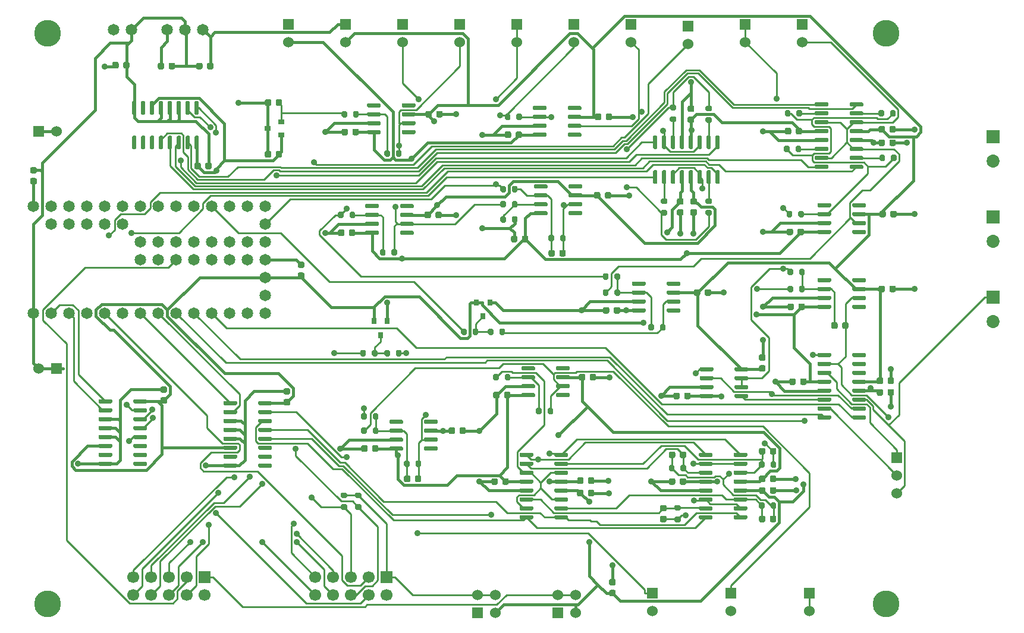
<source format=gtl>
%TF.GenerationSoftware,KiCad,Pcbnew,5.1.7-a382d34a8~87~ubuntu18.04.1*%
%TF.CreationDate,2021-02-16T09:57:14-08:00*%
%TF.ProjectId,potentiostat,706f7465-6e74-4696-9f73-7461742e6b69,rev?*%
%TF.SameCoordinates,Original*%
%TF.FileFunction,Copper,L1,Top*%
%TF.FilePolarity,Positive*%
%FSLAX46Y46*%
G04 Gerber Fmt 4.6, Leading zero omitted, Abs format (unit mm)*
G04 Created by KiCad (PCBNEW 5.1.7-a382d34a8~87~ubuntu18.04.1) date 2021-02-16 09:57:14*
%MOMM*%
%LPD*%
G01*
G04 APERTURE LIST*
%TA.AperFunction,ComponentPad*%
%ADD10R,1.524000X1.524000*%
%TD*%
%TA.AperFunction,ComponentPad*%
%ADD11C,1.524000*%
%TD*%
%TA.AperFunction,ComponentPad*%
%ADD12C,1.854200*%
%TD*%
%TA.AperFunction,ComponentPad*%
%ADD13R,1.854200X1.854200*%
%TD*%
%TA.AperFunction,ComponentPad*%
%ADD14C,1.700000*%
%TD*%
%TA.AperFunction,ComponentPad*%
%ADD15R,1.700000X1.700000*%
%TD*%
%TA.AperFunction,ComponentPad*%
%ADD16C,1.650000*%
%TD*%
%TA.AperFunction,ComponentPad*%
%ADD17C,3.810000*%
%TD*%
%TA.AperFunction,ComponentPad*%
%ADD18C,1.651000*%
%TD*%
%TA.AperFunction,SMDPad,CuDef*%
%ADD19R,0.800000X0.900000*%
%TD*%
%TA.AperFunction,SMDPad,CuDef*%
%ADD20R,0.900000X0.800000*%
%TD*%
%TA.AperFunction,ViaPad*%
%ADD21C,0.889000*%
%TD*%
%TA.AperFunction,Conductor*%
%ADD22C,0.381000*%
%TD*%
%TA.AperFunction,Conductor*%
%ADD23C,0.254000*%
%TD*%
G04 APERTURE END LIST*
D10*
%TO.P,P5,1*%
%TO.N,/AGND*%
X53340000Y-68580000D03*
D11*
%TO.P,P5,2*%
X55880000Y-68580000D03*
%TD*%
%TO.P,C3,2*%
%TO.N,/AGND*%
%TA.AperFunction,SMDPad,CuDef*%
G36*
G01*
X174188000Y-104390000D02*
X174188000Y-103890000D01*
G75*
G02*
X174413000Y-103665000I225000J0D01*
G01*
X174863000Y-103665000D01*
G75*
G02*
X175088000Y-103890000I0J-225000D01*
G01*
X175088000Y-104390000D01*
G75*
G02*
X174863000Y-104615000I-225000J0D01*
G01*
X174413000Y-104615000D01*
G75*
G02*
X174188000Y-104390000I0J225000D01*
G01*
G37*
%TD.AperFunction*%
%TO.P,C3,1*%
%TO.N,/+15V*%
%TA.AperFunction,SMDPad,CuDef*%
G36*
G01*
X172638000Y-104390000D02*
X172638000Y-103890000D01*
G75*
G02*
X172863000Y-103665000I225000J0D01*
G01*
X173313000Y-103665000D01*
G75*
G02*
X173538000Y-103890000I0J-225000D01*
G01*
X173538000Y-104390000D01*
G75*
G02*
X173313000Y-104615000I-225000J0D01*
G01*
X172863000Y-104615000D01*
G75*
G02*
X172638000Y-104390000I0J225000D01*
G01*
G37*
%TD.AperFunction*%
%TD*%
%TO.P,U11,1*%
%TO.N,Net-(U11-Pad1)*%
%TA.AperFunction,SMDPad,CuDef*%
G36*
G01*
X123804000Y-76604000D02*
X123804000Y-76304000D01*
G75*
G02*
X123954000Y-76154000I150000J0D01*
G01*
X125604000Y-76154000D01*
G75*
G02*
X125754000Y-76304000I0J-150000D01*
G01*
X125754000Y-76604000D01*
G75*
G02*
X125604000Y-76754000I-150000J0D01*
G01*
X123954000Y-76754000D01*
G75*
G02*
X123804000Y-76604000I0J150000D01*
G01*
G37*
%TD.AperFunction*%
%TO.P,U11,2*%
%TO.N,Net-(C6-Pad2)*%
%TA.AperFunction,SMDPad,CuDef*%
G36*
G01*
X123804000Y-77874000D02*
X123804000Y-77574000D01*
G75*
G02*
X123954000Y-77424000I150000J0D01*
G01*
X125604000Y-77424000D01*
G75*
G02*
X125754000Y-77574000I0J-150000D01*
G01*
X125754000Y-77874000D01*
G75*
G02*
X125604000Y-78024000I-150000J0D01*
G01*
X123954000Y-78024000D01*
G75*
G02*
X123804000Y-77874000I0J150000D01*
G01*
G37*
%TD.AperFunction*%
%TO.P,U11,3*%
%TO.N,Net-(R2-Pad1)*%
%TA.AperFunction,SMDPad,CuDef*%
G36*
G01*
X123804000Y-79144000D02*
X123804000Y-78844000D01*
G75*
G02*
X123954000Y-78694000I150000J0D01*
G01*
X125604000Y-78694000D01*
G75*
G02*
X125754000Y-78844000I0J-150000D01*
G01*
X125754000Y-79144000D01*
G75*
G02*
X125604000Y-79294000I-150000J0D01*
G01*
X123954000Y-79294000D01*
G75*
G02*
X123804000Y-79144000I0J150000D01*
G01*
G37*
%TD.AperFunction*%
%TO.P,U11,4*%
%TO.N,/-15V*%
%TA.AperFunction,SMDPad,CuDef*%
G36*
G01*
X123804000Y-80414000D02*
X123804000Y-80114000D01*
G75*
G02*
X123954000Y-79964000I150000J0D01*
G01*
X125604000Y-79964000D01*
G75*
G02*
X125754000Y-80114000I0J-150000D01*
G01*
X125754000Y-80414000D01*
G75*
G02*
X125604000Y-80564000I-150000J0D01*
G01*
X123954000Y-80564000D01*
G75*
G02*
X123804000Y-80414000I0J150000D01*
G01*
G37*
%TD.AperFunction*%
%TO.P,U11,5*%
%TO.N,Net-(U11-Pad5)*%
%TA.AperFunction,SMDPad,CuDef*%
G36*
G01*
X128754000Y-80414000D02*
X128754000Y-80114000D01*
G75*
G02*
X128904000Y-79964000I150000J0D01*
G01*
X130554000Y-79964000D01*
G75*
G02*
X130704000Y-80114000I0J-150000D01*
G01*
X130704000Y-80414000D01*
G75*
G02*
X130554000Y-80564000I-150000J0D01*
G01*
X128904000Y-80564000D01*
G75*
G02*
X128754000Y-80414000I0J150000D01*
G01*
G37*
%TD.AperFunction*%
%TO.P,U11,6*%
%TO.N,/DAC_BIP*%
%TA.AperFunction,SMDPad,CuDef*%
G36*
G01*
X128754000Y-79144000D02*
X128754000Y-78844000D01*
G75*
G02*
X128904000Y-78694000I150000J0D01*
G01*
X130554000Y-78694000D01*
G75*
G02*
X130704000Y-78844000I0J-150000D01*
G01*
X130704000Y-79144000D01*
G75*
G02*
X130554000Y-79294000I-150000J0D01*
G01*
X128904000Y-79294000D01*
G75*
G02*
X128754000Y-79144000I0J150000D01*
G01*
G37*
%TD.AperFunction*%
%TO.P,U11,7*%
%TO.N,/+15V*%
%TA.AperFunction,SMDPad,CuDef*%
G36*
G01*
X128754000Y-77874000D02*
X128754000Y-77574000D01*
G75*
G02*
X128904000Y-77424000I150000J0D01*
G01*
X130554000Y-77424000D01*
G75*
G02*
X130704000Y-77574000I0J-150000D01*
G01*
X130704000Y-77874000D01*
G75*
G02*
X130554000Y-78024000I-150000J0D01*
G01*
X128904000Y-78024000D01*
G75*
G02*
X128754000Y-77874000I0J150000D01*
G01*
G37*
%TD.AperFunction*%
%TO.P,U11,8*%
%TO.N,Net-(U11-Pad8)*%
%TA.AperFunction,SMDPad,CuDef*%
G36*
G01*
X128754000Y-76604000D02*
X128754000Y-76304000D01*
G75*
G02*
X128904000Y-76154000I150000J0D01*
G01*
X130554000Y-76154000D01*
G75*
G02*
X130704000Y-76304000I0J-150000D01*
G01*
X130704000Y-76604000D01*
G75*
G02*
X130554000Y-76754000I-150000J0D01*
G01*
X128904000Y-76754000D01*
G75*
G02*
X128754000Y-76604000I0J150000D01*
G01*
G37*
%TD.AperFunction*%
%TD*%
D10*
%TO.P,K1,1*%
%TO.N,/CTR_ELECT_OUT*%
X175514000Y-115062000D03*
D11*
%TO.P,K1,2*%
%TO.N,/REF_ELECT_OUT*%
X175514000Y-117602000D03*
%TO.P,K1,3*%
%TO.N,/WRK_ELECT_OUT*%
X175514000Y-120142000D03*
%TD*%
D12*
%TO.P,P1,2*%
%TO.N,/AGND*%
X189230000Y-72870060D03*
D13*
%TO.P,P1,1*%
%TO.N,/CTR_ELECT_OUT*%
X189230000Y-69369940D03*
%TD*%
D12*
%TO.P,P2,2*%
%TO.N,/AGND*%
X189230000Y-84300060D03*
D13*
%TO.P,P2,1*%
%TO.N,/REF_ELECT_OUT*%
X189230000Y-80799940D03*
%TD*%
D12*
%TO.P,P3,2*%
%TO.N,/AGND*%
X189230000Y-95730060D03*
D13*
%TO.P,P3,1*%
%TO.N,/WRK_ELECT_OUT*%
X189230000Y-92229940D03*
%TD*%
D14*
%TO.P,P14,10*%
%TO.N,/D31*%
X66802000Y-134620000D03*
%TO.P,P14,9*%
%TO.N,/D30*%
X66802000Y-132080000D03*
%TO.P,P14,8*%
%TO.N,/D29*%
X69342000Y-134620000D03*
%TO.P,P14,7*%
%TO.N,/D28*%
X69342000Y-132080000D03*
%TO.P,P14,6*%
%TO.N,/D27*%
X71882000Y-134620000D03*
%TO.P,P14,5*%
%TO.N,/D26*%
X71882000Y-132080000D03*
%TO.P,P14,4*%
%TO.N,/D25*%
X74422000Y-134620000D03*
%TO.P,P14,3*%
%TO.N,/D24*%
X74422000Y-132080000D03*
%TO.P,P14,2*%
%TO.N,/GND*%
X76962000Y-134620000D03*
D15*
%TO.P,P14,1*%
%TO.N,/VEXP*%
X76962000Y-132080000D03*
%TD*%
D14*
%TO.P,P13,10*%
%TO.N,/CS*%
X92710000Y-134620000D03*
%TO.P,P13,9*%
%TO.N,/SCK*%
X92710000Y-132080000D03*
%TO.P,P13,8*%
%TO.N,/MOSI*%
X95250000Y-134620000D03*
%TO.P,P13,7*%
%TO.N,/MISO*%
X95250000Y-132080000D03*
%TO.P,P13,6*%
%TO.N,/SDA*%
X97790000Y-134620000D03*
%TO.P,P13,5*%
%TO.N,/SCL*%
X97790000Y-132080000D03*
%TO.P,P13,4*%
%TO.N,/D4*%
X100330000Y-134620000D03*
%TO.P,P13,3*%
%TO.N,/D3*%
X100330000Y-132080000D03*
%TO.P,P13,2*%
%TO.N,/GND*%
X102870000Y-134620000D03*
D15*
%TO.P,P13,1*%
%TO.N,/VUEXT*%
X102870000Y-132080000D03*
%TD*%
D16*
%TO.P,U2,*%
%TO.N,*%
X57658000Y-81788000D03*
%TO.P,U2,51*%
%TO.N,Net-(U2-Pad51)*%
X55118000Y-81788000D03*
%TO.P,U2,50*%
%TO.N,Net-(U2-Pad50)*%
X60198000Y-81788000D03*
%TO.P,U2,49*%
%TO.N,Net-(U2-Pad49)*%
X62738000Y-81788000D03*
%TO.P,U2,48*%
%TO.N,Net-(U2-Pad48)*%
X65278000Y-81788000D03*
%TO.P,U2,47*%
%TO.N,Net-(U2-Pad47)*%
X67818000Y-84328000D03*
%TO.P,U2,46*%
%TO.N,Net-(U2-Pad46)*%
X70358000Y-84328000D03*
%TO.P,U2,45*%
%TO.N,Net-(U2-Pad45)*%
X72898000Y-84328000D03*
%TO.P,U2,44*%
%TO.N,Net-(U2-Pad44)*%
X75438000Y-84328000D03*
%TO.P,U2,43*%
%TO.N,/D31*%
X77978000Y-84328000D03*
%TO.P,U2,42*%
%TO.N,/D30*%
X80518000Y-84328000D03*
%TO.P,U2,41*%
%TO.N,/D29*%
X83058000Y-84328000D03*
%TO.P,U2,40*%
%TO.N,/D28*%
X83058000Y-86868000D03*
%TO.P,U2,39*%
%TO.N,/D27*%
X80518000Y-86868000D03*
%TO.P,U2,38*%
%TO.N,/D26*%
X77978000Y-86868000D03*
%TO.P,U2,37*%
%TO.N,/D25*%
X75438000Y-86868000D03*
%TO.P,U2,36*%
%TO.N,/D24*%
X72898000Y-86868000D03*
%TO.P,U2,35*%
%TO.N,Net-(U2-Pad35)*%
X70358000Y-86868000D03*
%TO.P,U2,34*%
%TO.N,Net-(U2-Pad34)*%
X67818000Y-86868000D03*
%TO.P,U2,33*%
%TO.N,/5V*%
X52578000Y-79248000D03*
%TO.P,U2,32*%
%TO.N,/AGND*%
X55118000Y-79248000D03*
%TO.P,U2,31*%
%TO.N,Net-(U2-Pad31)*%
X57658000Y-79248000D03*
%TO.P,U2,30*%
%TO.N,Net-(U2-Pad30)*%
X60198000Y-79248000D03*
%TO.P,U2,29*%
%TO.N,Net-(U2-Pad29)*%
X62738000Y-79248000D03*
%TO.P,U2,28*%
%TO.N,/REF_GAIN_A1*%
X65278000Y-79248000D03*
%TO.P,U2,27*%
%TO.N,/REF_GAIN_A0*%
X67818000Y-79248000D03*
%TO.P,U2,26*%
%TO.N,/SCL*%
X70358000Y-79248000D03*
%TO.P,U2,25*%
%TO.N,/SDA*%
X72898000Y-79248000D03*
%TO.P,U2,24*%
%TO.N,Net-(U2-Pad24)*%
X75438000Y-79248000D03*
%TO.P,U2,23*%
%TO.N,/REF_ELECT_UNI*%
X77978000Y-79248000D03*
%TO.P,U2,22*%
%TO.N,/TIA_OUT_UNI*%
X80518000Y-79248000D03*
%TO.P,U2,21*%
%TO.N,Net-(U2-Pad21)*%
X83058000Y-79248000D03*
%TO.P,U2,20*%
%TO.N,/SCK*%
X85598000Y-79248000D03*
%TO.P,U2,19*%
%TO.N,/DAC_UNI*%
X85598000Y-81788000D03*
%TO.P,U2,18*%
%TO.N,Net-(U2-Pad18)*%
X85598000Y-84328000D03*
%TO.P,U2,17*%
%TO.N,/GND*%
X85598000Y-86868000D03*
%TO.P,U2,16*%
%TO.N,/3V3*%
X85598000Y-89408000D03*
%TO.P,U2,15*%
%TO.N,Net-(U2-Pad15)*%
X85598000Y-91948000D03*
%TO.P,U2,14*%
%TO.N,/MISO*%
X85598000Y-94488000D03*
%TO.P,U2,13*%
%TO.N,/MOSI*%
X83058000Y-94488000D03*
%TO.P,U2,12*%
%TO.N,/CS*%
X80518000Y-94488000D03*
%TO.P,U2,11*%
%TO.N,/SW_WRK_ELECT*%
X77978000Y-94488000D03*
%TO.P,U2,10*%
%TO.N,/SW_REF_ELECT*%
X75438000Y-94488000D03*
%TO.P,U2,9*%
%TO.N,/SW_CTR_ELECT*%
X72898000Y-94488000D03*
%TO.P,U2,8*%
%TO.N,/TIA_GAIN_A1*%
X70358000Y-94488000D03*
%TO.P,U2,7*%
%TO.N,/TIA_GAIN_A0*%
X67818000Y-94488000D03*
%TO.P,U2,6*%
%TO.N,/D4*%
X65278000Y-94488000D03*
%TO.P,U2,5*%
%TO.N,/D3*%
X62738000Y-94488000D03*
%TO.P,U2,4*%
%TO.N,Net-(U2-Pad4)*%
X60198000Y-94488000D03*
%TO.P,U2,3*%
%TO.N,/DAC_GAIN_A1*%
X57658000Y-94488000D03*
%TO.P,U2,2*%
%TO.N,/DAC_GAIN_A0*%
X55118000Y-94488000D03*
%TO.P,U2,1*%
%TO.N,/GND*%
X52578000Y-94488000D03*
%TD*%
D10*
%TO.P,P7,1*%
%TO.N,/DAC_BIP*%
X129540000Y-53340000D03*
D11*
%TO.P,P7,2*%
X129540000Y-55880000D03*
%TD*%
D10*
%TO.P,P9,1*%
%TO.N,/DAC_BIP_NX*%
X137668000Y-53340000D03*
D11*
%TO.P,P9,2*%
X137668000Y-55880000D03*
%TD*%
D10*
%TO.P,P20,1*%
%TO.N,/CTR_ELECT*%
X163068000Y-134366000D03*
D11*
%TO.P,P20,2*%
X163068000Y-136906000D03*
%TD*%
%TO.P,P21,2*%
%TO.N,/REF_ELECT_UNI*%
X145796000Y-56134000D03*
D10*
%TO.P,P21,1*%
X145796000Y-53594000D03*
%TD*%
%TO.P,P19,1*%
%TO.N,/REF_ELECT_BUF*%
X153924000Y-53340000D03*
D11*
%TO.P,P19,2*%
X153924000Y-55880000D03*
%TD*%
D10*
%TO.P,P6,1*%
%TO.N,/DAC_UNI*%
X121412000Y-53340000D03*
D11*
%TO.P,P6,2*%
X121412000Y-55880000D03*
%TD*%
D10*
%TO.P,P10,1*%
%TO.N,/REF_0V6*%
X105156000Y-53340000D03*
D11*
%TO.P,P10,2*%
X105156000Y-55880000D03*
%TD*%
D10*
%TO.P,P12,1*%
%TO.N,/+15V*%
X97028000Y-53340000D03*
D11*
%TO.P,P12,2*%
X97028000Y-55880000D03*
%TD*%
D10*
%TO.P,P11,1*%
%TO.N,/-15V*%
X88900000Y-53340000D03*
D11*
%TO.P,P11,2*%
X88900000Y-55880000D03*
%TD*%
D10*
%TO.P,P4,1*%
%TO.N,/GND*%
X55880000Y-102362000D03*
D11*
%TO.P,P4,2*%
X53340000Y-102362000D03*
%TD*%
D10*
%TO.P,P18,1*%
%TO.N,/TIA_OUT_UNI*%
X140716000Y-134366000D03*
D11*
%TO.P,P18,2*%
X140716000Y-136906000D03*
%TD*%
D10*
%TO.P,P17,1*%
%TO.N,/TIA_OUT_BIP*%
X151892000Y-134366000D03*
D11*
%TO.P,P17,2*%
X151892000Y-136906000D03*
%TD*%
D10*
%TO.P,P8,1*%
%TO.N,/REF_NEG_0V6*%
X113284000Y-53340000D03*
D11*
%TO.P,P8,2*%
X113284000Y-55880000D03*
%TD*%
D10*
%TO.P,P16,1*%
%TO.N,/5V*%
X127254000Y-137160000D03*
D11*
%TO.P,P16,2*%
%TO.N,/VEXP*%
X127254000Y-134620000D03*
%TO.P,P16,3*%
%TO.N,/3V3*%
X129794000Y-137160000D03*
%TO.P,P16,4*%
%TO.N,/VEXP*%
X129794000Y-134620000D03*
%TD*%
D10*
%TO.P,P15,1*%
%TO.N,/5V*%
X115824000Y-137160000D03*
D11*
%TO.P,P15,2*%
%TO.N,/VUEXT*%
X115824000Y-134620000D03*
%TO.P,P15,3*%
%TO.N,/3V3*%
X118364000Y-137160000D03*
%TO.P,P15,4*%
%TO.N,/VUEXT*%
X118364000Y-134620000D03*
%TD*%
D17*
%TO.P,H3,*%
%TO.N,*%
X173990000Y-135890000D03*
%TD*%
%TO.P,H4,*%
%TO.N,*%
X54610000Y-135890000D03*
%TD*%
%TO.P,H1,*%
%TO.N,*%
X54610000Y-54610000D03*
%TD*%
%TO.P,H2,*%
%TO.N,*%
X173990000Y-54610000D03*
%TD*%
D18*
%TO.P,U6,1*%
%TO.N,/5V*%
X64008000Y-54102000D03*
%TO.P,U6,2*%
%TO.N,/GND*%
X66548000Y-54102000D03*
%TO.P,U6,4*%
%TO.N,/-15V*%
X71628000Y-54102000D03*
%TO.P,U6,5*%
%TO.N,/GND*%
X74168000Y-54102000D03*
%TO.P,U6,6*%
%TO.N,/+15V*%
X76708000Y-54102000D03*
%TD*%
%TO.P,C1,2*%
%TO.N,/AGND*%
%TA.AperFunction,SMDPad,CuDef*%
G36*
G01*
X86416000Y-71632000D02*
X86416000Y-72132000D01*
G75*
G02*
X86191000Y-72357000I-225000J0D01*
G01*
X85741000Y-72357000D01*
G75*
G02*
X85516000Y-72132000I0J225000D01*
G01*
X85516000Y-71632000D01*
G75*
G02*
X85741000Y-71407000I225000J0D01*
G01*
X86191000Y-71407000D01*
G75*
G02*
X86416000Y-71632000I0J-225000D01*
G01*
G37*
%TD.AperFunction*%
%TO.P,C1,1*%
%TO.N,/3V3*%
%TA.AperFunction,SMDPad,CuDef*%
G36*
G01*
X87966000Y-71632000D02*
X87966000Y-72132000D01*
G75*
G02*
X87741000Y-72357000I-225000J0D01*
G01*
X87291000Y-72357000D01*
G75*
G02*
X87066000Y-72132000I0J225000D01*
G01*
X87066000Y-71632000D01*
G75*
G02*
X87291000Y-71407000I225000J0D01*
G01*
X87741000Y-71407000D01*
G75*
G02*
X87966000Y-71632000I0J-225000D01*
G01*
G37*
%TD.AperFunction*%
%TD*%
%TO.P,C2,1*%
%TO.N,/-15V*%
%TA.AperFunction,SMDPad,CuDef*%
G36*
G01*
X162642000Y-104017000D02*
X162642000Y-104517000D01*
G75*
G02*
X162417000Y-104742000I-225000J0D01*
G01*
X161967000Y-104742000D01*
G75*
G02*
X161742000Y-104517000I0J225000D01*
G01*
X161742000Y-104017000D01*
G75*
G02*
X161967000Y-103792000I225000J0D01*
G01*
X162417000Y-103792000D01*
G75*
G02*
X162642000Y-104017000I0J-225000D01*
G01*
G37*
%TD.AperFunction*%
%TO.P,C2,2*%
%TO.N,/AGND*%
%TA.AperFunction,SMDPad,CuDef*%
G36*
G01*
X161092000Y-104017000D02*
X161092000Y-104517000D01*
G75*
G02*
X160867000Y-104742000I-225000J0D01*
G01*
X160417000Y-104742000D01*
G75*
G02*
X160192000Y-104517000I0J225000D01*
G01*
X160192000Y-104017000D01*
G75*
G02*
X160417000Y-103792000I225000J0D01*
G01*
X160867000Y-103792000D01*
G75*
G02*
X161092000Y-104017000I0J-225000D01*
G01*
G37*
%TD.AperFunction*%
%TD*%
%TO.P,C4,2*%
%TO.N,/GND*%
%TA.AperFunction,SMDPad,CuDef*%
G36*
G01*
X174188000Y-106041000D02*
X174188000Y-105541000D01*
G75*
G02*
X174413000Y-105316000I225000J0D01*
G01*
X174863000Y-105316000D01*
G75*
G02*
X175088000Y-105541000I0J-225000D01*
G01*
X175088000Y-106041000D01*
G75*
G02*
X174863000Y-106266000I-225000J0D01*
G01*
X174413000Y-106266000D01*
G75*
G02*
X174188000Y-106041000I0J225000D01*
G01*
G37*
%TD.AperFunction*%
%TO.P,C4,1*%
%TO.N,/3V3*%
%TA.AperFunction,SMDPad,CuDef*%
G36*
G01*
X172638000Y-106041000D02*
X172638000Y-105541000D01*
G75*
G02*
X172863000Y-105316000I225000J0D01*
G01*
X173313000Y-105316000D01*
G75*
G02*
X173538000Y-105541000I0J-225000D01*
G01*
X173538000Y-106041000D01*
G75*
G02*
X173313000Y-106266000I-225000J0D01*
G01*
X172863000Y-106266000D01*
G75*
G02*
X172638000Y-106041000I0J225000D01*
G01*
G37*
%TD.AperFunction*%
%TD*%
%TO.P,C5,1*%
%TO.N,/REF_3V*%
%TA.AperFunction,SMDPad,CuDef*%
G36*
G01*
X87966000Y-64266000D02*
X87966000Y-64766000D01*
G75*
G02*
X87741000Y-64991000I-225000J0D01*
G01*
X87291000Y-64991000D01*
G75*
G02*
X87066000Y-64766000I0J225000D01*
G01*
X87066000Y-64266000D01*
G75*
G02*
X87291000Y-64041000I225000J0D01*
G01*
X87741000Y-64041000D01*
G75*
G02*
X87966000Y-64266000I0J-225000D01*
G01*
G37*
%TD.AperFunction*%
%TO.P,C5,2*%
%TO.N,/AGND*%
%TA.AperFunction,SMDPad,CuDef*%
G36*
G01*
X86416000Y-64266000D02*
X86416000Y-64766000D01*
G75*
G02*
X86191000Y-64991000I-225000J0D01*
G01*
X85741000Y-64991000D01*
G75*
G02*
X85516000Y-64766000I0J225000D01*
G01*
X85516000Y-64266000D01*
G75*
G02*
X85741000Y-64041000I225000J0D01*
G01*
X86191000Y-64041000D01*
G75*
G02*
X86416000Y-64266000I0J-225000D01*
G01*
G37*
%TD.AperFunction*%
%TD*%
%TO.P,C6,2*%
%TO.N,Net-(C6-Pad2)*%
%TA.AperFunction,SMDPad,CuDef*%
G36*
G01*
X126802000Y-85729000D02*
X126802000Y-86229000D01*
G75*
G02*
X126577000Y-86454000I-225000J0D01*
G01*
X126127000Y-86454000D01*
G75*
G02*
X125902000Y-86229000I0J225000D01*
G01*
X125902000Y-85729000D01*
G75*
G02*
X126127000Y-85504000I225000J0D01*
G01*
X126577000Y-85504000D01*
G75*
G02*
X126802000Y-85729000I0J-225000D01*
G01*
G37*
%TD.AperFunction*%
%TO.P,C6,1*%
%TO.N,/DAC_BIP*%
%TA.AperFunction,SMDPad,CuDef*%
G36*
G01*
X128352000Y-85729000D02*
X128352000Y-86229000D01*
G75*
G02*
X128127000Y-86454000I-225000J0D01*
G01*
X127677000Y-86454000D01*
G75*
G02*
X127452000Y-86229000I0J225000D01*
G01*
X127452000Y-85729000D01*
G75*
G02*
X127677000Y-85504000I225000J0D01*
G01*
X128127000Y-85504000D01*
G75*
G02*
X128352000Y-85729000I0J-225000D01*
G01*
G37*
%TD.AperFunction*%
%TD*%
%TO.P,C7,1*%
%TO.N,/5V*%
%TA.AperFunction,SMDPad,CuDef*%
G36*
G01*
X52828000Y-76155000D02*
X52328000Y-76155000D01*
G75*
G02*
X52103000Y-75930000I0J225000D01*
G01*
X52103000Y-75480000D01*
G75*
G02*
X52328000Y-75255000I225000J0D01*
G01*
X52828000Y-75255000D01*
G75*
G02*
X53053000Y-75480000I0J-225000D01*
G01*
X53053000Y-75930000D01*
G75*
G02*
X52828000Y-76155000I-225000J0D01*
G01*
G37*
%TD.AperFunction*%
%TO.P,C7,2*%
%TO.N,/GND*%
%TA.AperFunction,SMDPad,CuDef*%
G36*
G01*
X52828000Y-74605000D02*
X52328000Y-74605000D01*
G75*
G02*
X52103000Y-74380000I0J225000D01*
G01*
X52103000Y-73930000D01*
G75*
G02*
X52328000Y-73705000I225000J0D01*
G01*
X52828000Y-73705000D01*
G75*
G02*
X53053000Y-73930000I0J-225000D01*
G01*
X53053000Y-74380000D01*
G75*
G02*
X52828000Y-74605000I-225000J0D01*
G01*
G37*
%TD.AperFunction*%
%TD*%
%TO.P,C8,2*%
%TO.N,/GND*%
%TA.AperFunction,SMDPad,CuDef*%
G36*
G01*
X90928000Y-88067000D02*
X90428000Y-88067000D01*
G75*
G02*
X90203000Y-87842000I0J225000D01*
G01*
X90203000Y-87392000D01*
G75*
G02*
X90428000Y-87167000I225000J0D01*
G01*
X90928000Y-87167000D01*
G75*
G02*
X91153000Y-87392000I0J-225000D01*
G01*
X91153000Y-87842000D01*
G75*
G02*
X90928000Y-88067000I-225000J0D01*
G01*
G37*
%TD.AperFunction*%
%TO.P,C8,1*%
%TO.N,/3V3*%
%TA.AperFunction,SMDPad,CuDef*%
G36*
G01*
X90928000Y-89617000D02*
X90428000Y-89617000D01*
G75*
G02*
X90203000Y-89392000I0J225000D01*
G01*
X90203000Y-88942000D01*
G75*
G02*
X90428000Y-88717000I225000J0D01*
G01*
X90928000Y-88717000D01*
G75*
G02*
X91153000Y-88942000I0J-225000D01*
G01*
X91153000Y-89392000D01*
G75*
G02*
X90928000Y-89617000I-225000J0D01*
G01*
G37*
%TD.AperFunction*%
%TD*%
%TO.P,C9,1*%
%TO.N,/3V3*%
%TA.AperFunction,SMDPad,CuDef*%
G36*
G01*
X135251000Y-134829000D02*
X134751000Y-134829000D01*
G75*
G02*
X134526000Y-134604000I0J225000D01*
G01*
X134526000Y-134154000D01*
G75*
G02*
X134751000Y-133929000I225000J0D01*
G01*
X135251000Y-133929000D01*
G75*
G02*
X135476000Y-134154000I0J-225000D01*
G01*
X135476000Y-134604000D01*
G75*
G02*
X135251000Y-134829000I-225000J0D01*
G01*
G37*
%TD.AperFunction*%
%TO.P,C9,2*%
%TO.N,/GND*%
%TA.AperFunction,SMDPad,CuDef*%
G36*
G01*
X135251000Y-133279000D02*
X134751000Y-133279000D01*
G75*
G02*
X134526000Y-133054000I0J225000D01*
G01*
X134526000Y-132604000D01*
G75*
G02*
X134751000Y-132379000I225000J0D01*
G01*
X135251000Y-132379000D01*
G75*
G02*
X135476000Y-132604000I0J-225000D01*
G01*
X135476000Y-133054000D01*
G75*
G02*
X135251000Y-133279000I-225000J0D01*
G01*
G37*
%TD.AperFunction*%
%TD*%
%TO.P,C10,2*%
%TO.N,/GND*%
%TA.AperFunction,SMDPad,CuDef*%
G36*
G01*
X71370000Y-105847000D02*
X70870000Y-105847000D01*
G75*
G02*
X70645000Y-105622000I0J225000D01*
G01*
X70645000Y-105172000D01*
G75*
G02*
X70870000Y-104947000I225000J0D01*
G01*
X71370000Y-104947000D01*
G75*
G02*
X71595000Y-105172000I0J-225000D01*
G01*
X71595000Y-105622000D01*
G75*
G02*
X71370000Y-105847000I-225000J0D01*
G01*
G37*
%TD.AperFunction*%
%TO.P,C10,1*%
%TO.N,/3V3*%
%TA.AperFunction,SMDPad,CuDef*%
G36*
G01*
X71370000Y-107397000D02*
X70870000Y-107397000D01*
G75*
G02*
X70645000Y-107172000I0J225000D01*
G01*
X70645000Y-106722000D01*
G75*
G02*
X70870000Y-106497000I225000J0D01*
G01*
X71370000Y-106497000D01*
G75*
G02*
X71595000Y-106722000I0J-225000D01*
G01*
X71595000Y-107172000D01*
G75*
G02*
X71370000Y-107397000I-225000J0D01*
G01*
G37*
%TD.AperFunction*%
%TD*%
%TO.P,C11,1*%
%TO.N,/-15V*%
%TA.AperFunction,SMDPad,CuDef*%
G36*
G01*
X123018000Y-83697000D02*
X123018000Y-84197000D01*
G75*
G02*
X122793000Y-84422000I-225000J0D01*
G01*
X122343000Y-84422000D01*
G75*
G02*
X122118000Y-84197000I0J225000D01*
G01*
X122118000Y-83697000D01*
G75*
G02*
X122343000Y-83472000I225000J0D01*
G01*
X122793000Y-83472000D01*
G75*
G02*
X123018000Y-83697000I0J-225000D01*
G01*
G37*
%TD.AperFunction*%
%TO.P,C11,2*%
%TO.N,/AGND*%
%TA.AperFunction,SMDPad,CuDef*%
G36*
G01*
X121468000Y-83697000D02*
X121468000Y-84197000D01*
G75*
G02*
X121243000Y-84422000I-225000J0D01*
G01*
X120793000Y-84422000D01*
G75*
G02*
X120568000Y-84197000I0J225000D01*
G01*
X120568000Y-83697000D01*
G75*
G02*
X120793000Y-83472000I225000J0D01*
G01*
X121243000Y-83472000D01*
G75*
G02*
X121468000Y-83697000I0J-225000D01*
G01*
G37*
%TD.AperFunction*%
%TD*%
%TO.P,C12,2*%
%TO.N,/AGND*%
%TA.AperFunction,SMDPad,CuDef*%
G36*
G01*
X97338000Y-68457000D02*
X97338000Y-68957000D01*
G75*
G02*
X97113000Y-69182000I-225000J0D01*
G01*
X96663000Y-69182000D01*
G75*
G02*
X96438000Y-68957000I0J225000D01*
G01*
X96438000Y-68457000D01*
G75*
G02*
X96663000Y-68232000I225000J0D01*
G01*
X97113000Y-68232000D01*
G75*
G02*
X97338000Y-68457000I0J-225000D01*
G01*
G37*
%TD.AperFunction*%
%TO.P,C12,1*%
%TO.N,/-15V*%
%TA.AperFunction,SMDPad,CuDef*%
G36*
G01*
X98888000Y-68457000D02*
X98888000Y-68957000D01*
G75*
G02*
X98663000Y-69182000I-225000J0D01*
G01*
X98213000Y-69182000D01*
G75*
G02*
X97988000Y-68957000I0J225000D01*
G01*
X97988000Y-68457000D01*
G75*
G02*
X98213000Y-68232000I225000J0D01*
G01*
X98663000Y-68232000D01*
G75*
G02*
X98888000Y-68457000I0J-225000D01*
G01*
G37*
%TD.AperFunction*%
%TD*%
%TO.P,C13,1*%
%TO.N,/3V3*%
%TA.AperFunction,SMDPad,CuDef*%
G36*
G01*
X144403000Y-78150000D02*
X144903000Y-78150000D01*
G75*
G02*
X145128000Y-78375000I0J-225000D01*
G01*
X145128000Y-78825000D01*
G75*
G02*
X144903000Y-79050000I-225000J0D01*
G01*
X144403000Y-79050000D01*
G75*
G02*
X144178000Y-78825000I0J225000D01*
G01*
X144178000Y-78375000D01*
G75*
G02*
X144403000Y-78150000I225000J0D01*
G01*
G37*
%TD.AperFunction*%
%TO.P,C13,2*%
%TO.N,/GND*%
%TA.AperFunction,SMDPad,CuDef*%
G36*
G01*
X144403000Y-79700000D02*
X144903000Y-79700000D01*
G75*
G02*
X145128000Y-79925000I0J-225000D01*
G01*
X145128000Y-80375000D01*
G75*
G02*
X144903000Y-80600000I-225000J0D01*
G01*
X144403000Y-80600000D01*
G75*
G02*
X144178000Y-80375000I0J225000D01*
G01*
X144178000Y-79925000D01*
G75*
G02*
X144403000Y-79700000I225000J0D01*
G01*
G37*
%TD.AperFunction*%
%TD*%
%TO.P,C14,1*%
%TO.N,/-15V*%
%TA.AperFunction,SMDPad,CuDef*%
G36*
G01*
X122129000Y-68838000D02*
X122129000Y-69338000D01*
G75*
G02*
X121904000Y-69563000I-225000J0D01*
G01*
X121454000Y-69563000D01*
G75*
G02*
X121229000Y-69338000I0J225000D01*
G01*
X121229000Y-68838000D01*
G75*
G02*
X121454000Y-68613000I225000J0D01*
G01*
X121904000Y-68613000D01*
G75*
G02*
X122129000Y-68838000I0J-225000D01*
G01*
G37*
%TD.AperFunction*%
%TO.P,C14,2*%
%TO.N,/AGND*%
%TA.AperFunction,SMDPad,CuDef*%
G36*
G01*
X120579000Y-68838000D02*
X120579000Y-69338000D01*
G75*
G02*
X120354000Y-69563000I-225000J0D01*
G01*
X119904000Y-69563000D01*
G75*
G02*
X119679000Y-69338000I0J225000D01*
G01*
X119679000Y-68838000D01*
G75*
G02*
X119904000Y-68613000I225000J0D01*
G01*
X120354000Y-68613000D01*
G75*
G02*
X120579000Y-68838000I0J-225000D01*
G01*
G37*
%TD.AperFunction*%
%TD*%
%TO.P,C15,1*%
%TO.N,/-15V*%
%TA.AperFunction,SMDPad,CuDef*%
G36*
G01*
X98380000Y-82808000D02*
X98380000Y-83308000D01*
G75*
G02*
X98155000Y-83533000I-225000J0D01*
G01*
X97705000Y-83533000D01*
G75*
G02*
X97480000Y-83308000I0J225000D01*
G01*
X97480000Y-82808000D01*
G75*
G02*
X97705000Y-82583000I225000J0D01*
G01*
X98155000Y-82583000D01*
G75*
G02*
X98380000Y-82808000I0J-225000D01*
G01*
G37*
%TD.AperFunction*%
%TO.P,C15,2*%
%TO.N,/AGND*%
%TA.AperFunction,SMDPad,CuDef*%
G36*
G01*
X96830000Y-82808000D02*
X96830000Y-83308000D01*
G75*
G02*
X96605000Y-83533000I-225000J0D01*
G01*
X96155000Y-83533000D01*
G75*
G02*
X95930000Y-83308000I0J225000D01*
G01*
X95930000Y-82808000D01*
G75*
G02*
X96155000Y-82583000I225000J0D01*
G01*
X96605000Y-82583000D01*
G75*
G02*
X96830000Y-82808000I0J-225000D01*
G01*
G37*
%TD.AperFunction*%
%TD*%
%TO.P,C16,2*%
%TO.N,/AGND*%
%TA.AperFunction,SMDPad,CuDef*%
G36*
G01*
X133929000Y-77974000D02*
X133929000Y-77474000D01*
G75*
G02*
X134154000Y-77249000I225000J0D01*
G01*
X134604000Y-77249000D01*
G75*
G02*
X134829000Y-77474000I0J-225000D01*
G01*
X134829000Y-77974000D01*
G75*
G02*
X134604000Y-78199000I-225000J0D01*
G01*
X134154000Y-78199000D01*
G75*
G02*
X133929000Y-77974000I0J225000D01*
G01*
G37*
%TD.AperFunction*%
%TO.P,C16,1*%
%TO.N,/+15V*%
%TA.AperFunction,SMDPad,CuDef*%
G36*
G01*
X132379000Y-77974000D02*
X132379000Y-77474000D01*
G75*
G02*
X132604000Y-77249000I225000J0D01*
G01*
X133054000Y-77249000D01*
G75*
G02*
X133279000Y-77474000I0J-225000D01*
G01*
X133279000Y-77974000D01*
G75*
G02*
X133054000Y-78199000I-225000J0D01*
G01*
X132604000Y-78199000D01*
G75*
G02*
X132379000Y-77974000I0J225000D01*
G01*
G37*
%TD.AperFunction*%
%TD*%
%TO.P,C17,2*%
%TO.N,/AGND*%
%TA.AperFunction,SMDPad,CuDef*%
G36*
G01*
X146427000Y-65842000D02*
X145927000Y-65842000D01*
G75*
G02*
X145702000Y-65617000I0J225000D01*
G01*
X145702000Y-65167000D01*
G75*
G02*
X145927000Y-64942000I225000J0D01*
G01*
X146427000Y-64942000D01*
G75*
G02*
X146652000Y-65167000I0J-225000D01*
G01*
X146652000Y-65617000D01*
G75*
G02*
X146427000Y-65842000I-225000J0D01*
G01*
G37*
%TD.AperFunction*%
%TO.P,C17,1*%
%TO.N,/-15V*%
%TA.AperFunction,SMDPad,CuDef*%
G36*
G01*
X146427000Y-67392000D02*
X145927000Y-67392000D01*
G75*
G02*
X145702000Y-67167000I0J225000D01*
G01*
X145702000Y-66717000D01*
G75*
G02*
X145927000Y-66492000I225000J0D01*
G01*
X146427000Y-66492000D01*
G75*
G02*
X146652000Y-66717000I0J-225000D01*
G01*
X146652000Y-67167000D01*
G75*
G02*
X146427000Y-67392000I-225000J0D01*
G01*
G37*
%TD.AperFunction*%
%TD*%
%TO.P,C18,2*%
%TO.N,/AGND*%
%TA.AperFunction,SMDPad,CuDef*%
G36*
G01*
X109926000Y-66417000D02*
X109926000Y-65917000D01*
G75*
G02*
X110151000Y-65692000I225000J0D01*
G01*
X110601000Y-65692000D01*
G75*
G02*
X110826000Y-65917000I0J-225000D01*
G01*
X110826000Y-66417000D01*
G75*
G02*
X110601000Y-66642000I-225000J0D01*
G01*
X110151000Y-66642000D01*
G75*
G02*
X109926000Y-66417000I0J225000D01*
G01*
G37*
%TD.AperFunction*%
%TO.P,C18,1*%
%TO.N,/+15V*%
%TA.AperFunction,SMDPad,CuDef*%
G36*
G01*
X108376000Y-66417000D02*
X108376000Y-65917000D01*
G75*
G02*
X108601000Y-65692000I225000J0D01*
G01*
X109051000Y-65692000D01*
G75*
G02*
X109276000Y-65917000I0J-225000D01*
G01*
X109276000Y-66417000D01*
G75*
G02*
X109051000Y-66642000I-225000J0D01*
G01*
X108601000Y-66642000D01*
G75*
G02*
X108376000Y-66417000I0J225000D01*
G01*
G37*
%TD.AperFunction*%
%TD*%
%TO.P,C19,2*%
%TO.N,/AGND*%
%TA.AperFunction,SMDPad,CuDef*%
G36*
G01*
X134056000Y-66798000D02*
X134056000Y-66298000D01*
G75*
G02*
X134281000Y-66073000I225000J0D01*
G01*
X134731000Y-66073000D01*
G75*
G02*
X134956000Y-66298000I0J-225000D01*
G01*
X134956000Y-66798000D01*
G75*
G02*
X134731000Y-67023000I-225000J0D01*
G01*
X134281000Y-67023000D01*
G75*
G02*
X134056000Y-66798000I0J225000D01*
G01*
G37*
%TD.AperFunction*%
%TO.P,C19,1*%
%TO.N,/+15V*%
%TA.AperFunction,SMDPad,CuDef*%
G36*
G01*
X132506000Y-66798000D02*
X132506000Y-66298000D01*
G75*
G02*
X132731000Y-66073000I225000J0D01*
G01*
X133181000Y-66073000D01*
G75*
G02*
X133406000Y-66298000I0J-225000D01*
G01*
X133406000Y-66798000D01*
G75*
G02*
X133181000Y-67023000I-225000J0D01*
G01*
X132731000Y-67023000D01*
G75*
G02*
X132506000Y-66798000I0J225000D01*
G01*
G37*
%TD.AperFunction*%
%TD*%
%TO.P,C20,1*%
%TO.N,/+15V*%
%TA.AperFunction,SMDPad,CuDef*%
G36*
G01*
X146308000Y-78150000D02*
X146808000Y-78150000D01*
G75*
G02*
X147033000Y-78375000I0J-225000D01*
G01*
X147033000Y-78825000D01*
G75*
G02*
X146808000Y-79050000I-225000J0D01*
G01*
X146308000Y-79050000D01*
G75*
G02*
X146083000Y-78825000I0J225000D01*
G01*
X146083000Y-78375000D01*
G75*
G02*
X146308000Y-78150000I225000J0D01*
G01*
G37*
%TD.AperFunction*%
%TO.P,C20,2*%
%TO.N,/AGND*%
%TA.AperFunction,SMDPad,CuDef*%
G36*
G01*
X146308000Y-79700000D02*
X146808000Y-79700000D01*
G75*
G02*
X147033000Y-79925000I0J-225000D01*
G01*
X147033000Y-80375000D01*
G75*
G02*
X146808000Y-80600000I-225000J0D01*
G01*
X146308000Y-80600000D01*
G75*
G02*
X146083000Y-80375000I0J225000D01*
G01*
X146083000Y-79925000D01*
G75*
G02*
X146308000Y-79700000I225000J0D01*
G01*
G37*
%TD.AperFunction*%
%TD*%
%TO.P,C21,1*%
%TO.N,/+15V*%
%TA.AperFunction,SMDPad,CuDef*%
G36*
G01*
X108249000Y-80768000D02*
X108249000Y-80268000D01*
G75*
G02*
X108474000Y-80043000I225000J0D01*
G01*
X108924000Y-80043000D01*
G75*
G02*
X109149000Y-80268000I0J-225000D01*
G01*
X109149000Y-80768000D01*
G75*
G02*
X108924000Y-80993000I-225000J0D01*
G01*
X108474000Y-80993000D01*
G75*
G02*
X108249000Y-80768000I0J225000D01*
G01*
G37*
%TD.AperFunction*%
%TO.P,C21,2*%
%TO.N,/AGND*%
%TA.AperFunction,SMDPad,CuDef*%
G36*
G01*
X109799000Y-80768000D02*
X109799000Y-80268000D01*
G75*
G02*
X110024000Y-80043000I225000J0D01*
G01*
X110474000Y-80043000D01*
G75*
G02*
X110699000Y-80268000I0J-225000D01*
G01*
X110699000Y-80768000D01*
G75*
G02*
X110474000Y-80993000I-225000J0D01*
G01*
X110024000Y-80993000D01*
G75*
G02*
X109799000Y-80768000I0J225000D01*
G01*
G37*
%TD.AperFunction*%
%TD*%
%TO.P,C22,1*%
%TO.N,/-15V*%
%TA.AperFunction,SMDPad,CuDef*%
G36*
G01*
X70276000Y-59559000D02*
X70276000Y-59059000D01*
G75*
G02*
X70501000Y-58834000I225000J0D01*
G01*
X70951000Y-58834000D01*
G75*
G02*
X71176000Y-59059000I0J-225000D01*
G01*
X71176000Y-59559000D01*
G75*
G02*
X70951000Y-59784000I-225000J0D01*
G01*
X70501000Y-59784000D01*
G75*
G02*
X70276000Y-59559000I0J225000D01*
G01*
G37*
%TD.AperFunction*%
%TO.P,C22,2*%
%TO.N,/GND*%
%TA.AperFunction,SMDPad,CuDef*%
G36*
G01*
X71826000Y-59559000D02*
X71826000Y-59059000D01*
G75*
G02*
X72051000Y-58834000I225000J0D01*
G01*
X72501000Y-58834000D01*
G75*
G02*
X72726000Y-59059000I0J-225000D01*
G01*
X72726000Y-59559000D01*
G75*
G02*
X72501000Y-59784000I-225000J0D01*
G01*
X72051000Y-59784000D01*
G75*
G02*
X71826000Y-59559000I0J225000D01*
G01*
G37*
%TD.AperFunction*%
%TD*%
%TO.P,C23,2*%
%TO.N,/GND*%
%TA.AperFunction,SMDPad,CuDef*%
G36*
G01*
X76637000Y-59059000D02*
X76637000Y-59559000D01*
G75*
G02*
X76412000Y-59784000I-225000J0D01*
G01*
X75962000Y-59784000D01*
G75*
G02*
X75737000Y-59559000I0J225000D01*
G01*
X75737000Y-59059000D01*
G75*
G02*
X75962000Y-58834000I225000J0D01*
G01*
X76412000Y-58834000D01*
G75*
G02*
X76637000Y-59059000I0J-225000D01*
G01*
G37*
%TD.AperFunction*%
%TO.P,C23,1*%
%TO.N,/+15V*%
%TA.AperFunction,SMDPad,CuDef*%
G36*
G01*
X78187000Y-59059000D02*
X78187000Y-59559000D01*
G75*
G02*
X77962000Y-59784000I-225000J0D01*
G01*
X77512000Y-59784000D01*
G75*
G02*
X77287000Y-59559000I0J225000D01*
G01*
X77287000Y-59059000D01*
G75*
G02*
X77512000Y-58834000I225000J0D01*
G01*
X77962000Y-58834000D01*
G75*
G02*
X78187000Y-59059000I0J-225000D01*
G01*
G37*
%TD.AperFunction*%
%TD*%
%TO.P,C24,2*%
%TO.N,/GND*%
%TA.AperFunction,SMDPad,CuDef*%
G36*
G01*
X65349000Y-59432000D02*
X65349000Y-58932000D01*
G75*
G02*
X65574000Y-58707000I225000J0D01*
G01*
X66024000Y-58707000D01*
G75*
G02*
X66249000Y-58932000I0J-225000D01*
G01*
X66249000Y-59432000D01*
G75*
G02*
X66024000Y-59657000I-225000J0D01*
G01*
X65574000Y-59657000D01*
G75*
G02*
X65349000Y-59432000I0J225000D01*
G01*
G37*
%TD.AperFunction*%
%TO.P,C24,1*%
%TO.N,/5V*%
%TA.AperFunction,SMDPad,CuDef*%
G36*
G01*
X63799000Y-59432000D02*
X63799000Y-58932000D01*
G75*
G02*
X64024000Y-58707000I225000J0D01*
G01*
X64474000Y-58707000D01*
G75*
G02*
X64699000Y-58932000I0J-225000D01*
G01*
X64699000Y-59432000D01*
G75*
G02*
X64474000Y-59657000I-225000J0D01*
G01*
X64024000Y-59657000D01*
G75*
G02*
X63799000Y-59432000I0J225000D01*
G01*
G37*
%TD.AperFunction*%
%TD*%
%TO.P,C25,1*%
%TO.N,Net-(C25-Pad1)*%
%TA.AperFunction,SMDPad,CuDef*%
G36*
G01*
X145497000Y-114431000D02*
X145497000Y-114931000D01*
G75*
G02*
X145272000Y-115156000I-225000J0D01*
G01*
X144822000Y-115156000D01*
G75*
G02*
X144597000Y-114931000I0J225000D01*
G01*
X144597000Y-114431000D01*
G75*
G02*
X144822000Y-114206000I225000J0D01*
G01*
X145272000Y-114206000D01*
G75*
G02*
X145497000Y-114431000I0J-225000D01*
G01*
G37*
%TD.AperFunction*%
%TO.P,C25,2*%
%TO.N,/WRK_ELECT*%
%TA.AperFunction,SMDPad,CuDef*%
G36*
G01*
X143947000Y-114431000D02*
X143947000Y-114931000D01*
G75*
G02*
X143722000Y-115156000I-225000J0D01*
G01*
X143272000Y-115156000D01*
G75*
G02*
X143047000Y-114931000I0J225000D01*
G01*
X143047000Y-114431000D01*
G75*
G02*
X143272000Y-114206000I225000J0D01*
G01*
X143722000Y-114206000D01*
G75*
G02*
X143947000Y-114431000I0J-225000D01*
G01*
G37*
%TD.AperFunction*%
%TD*%
%TO.P,C26,2*%
%TO.N,/WRK_ELECT*%
%TA.AperFunction,SMDPad,CuDef*%
G36*
G01*
X141990000Y-123388000D02*
X142490000Y-123388000D01*
G75*
G02*
X142715000Y-123613000I0J-225000D01*
G01*
X142715000Y-124063000D01*
G75*
G02*
X142490000Y-124288000I-225000J0D01*
G01*
X141990000Y-124288000D01*
G75*
G02*
X141765000Y-124063000I0J225000D01*
G01*
X141765000Y-123613000D01*
G75*
G02*
X141990000Y-123388000I225000J0D01*
G01*
G37*
%TD.AperFunction*%
%TO.P,C26,1*%
%TO.N,Net-(C26-Pad1)*%
%TA.AperFunction,SMDPad,CuDef*%
G36*
G01*
X141990000Y-121838000D02*
X142490000Y-121838000D01*
G75*
G02*
X142715000Y-122063000I0J-225000D01*
G01*
X142715000Y-122513000D01*
G75*
G02*
X142490000Y-122738000I-225000J0D01*
G01*
X141990000Y-122738000D01*
G75*
G02*
X141765000Y-122513000I0J225000D01*
G01*
X141765000Y-122063000D01*
G75*
G02*
X141990000Y-121838000I225000J0D01*
G01*
G37*
%TD.AperFunction*%
%TD*%
%TO.P,C27,1*%
%TO.N,Net-(C27-Pad1)*%
%TA.AperFunction,SMDPad,CuDef*%
G36*
G01*
X155874000Y-124075000D02*
X155874000Y-123575000D01*
G75*
G02*
X156099000Y-123350000I225000J0D01*
G01*
X156549000Y-123350000D01*
G75*
G02*
X156774000Y-123575000I0J-225000D01*
G01*
X156774000Y-124075000D01*
G75*
G02*
X156549000Y-124300000I-225000J0D01*
G01*
X156099000Y-124300000D01*
G75*
G02*
X155874000Y-124075000I0J225000D01*
G01*
G37*
%TD.AperFunction*%
%TO.P,C27,2*%
%TO.N,/WRK_ELECT*%
%TA.AperFunction,SMDPad,CuDef*%
G36*
G01*
X157424000Y-124075000D02*
X157424000Y-123575000D01*
G75*
G02*
X157649000Y-123350000I225000J0D01*
G01*
X158099000Y-123350000D01*
G75*
G02*
X158324000Y-123575000I0J-225000D01*
G01*
X158324000Y-124075000D01*
G75*
G02*
X158099000Y-124300000I-225000J0D01*
G01*
X157649000Y-124300000D01*
G75*
G02*
X157424000Y-124075000I0J225000D01*
G01*
G37*
%TD.AperFunction*%
%TD*%
%TO.P,C28,1*%
%TO.N,Net-(C28-Pad1)*%
%TA.AperFunction,SMDPad,CuDef*%
G36*
G01*
X155874000Y-114423000D02*
X155874000Y-113923000D01*
G75*
G02*
X156099000Y-113698000I225000J0D01*
G01*
X156549000Y-113698000D01*
G75*
G02*
X156774000Y-113923000I0J-225000D01*
G01*
X156774000Y-114423000D01*
G75*
G02*
X156549000Y-114648000I-225000J0D01*
G01*
X156099000Y-114648000D01*
G75*
G02*
X155874000Y-114423000I0J225000D01*
G01*
G37*
%TD.AperFunction*%
%TO.P,C28,2*%
%TO.N,/WRK_ELECT*%
%TA.AperFunction,SMDPad,CuDef*%
G36*
G01*
X157424000Y-114423000D02*
X157424000Y-113923000D01*
G75*
G02*
X157649000Y-113698000I225000J0D01*
G01*
X158099000Y-113698000D01*
G75*
G02*
X158324000Y-113923000I0J-225000D01*
G01*
X158324000Y-114423000D01*
G75*
G02*
X158099000Y-114648000I-225000J0D01*
G01*
X157649000Y-114648000D01*
G75*
G02*
X157424000Y-114423000I0J225000D01*
G01*
G37*
%TD.AperFunction*%
%TD*%
%TO.P,C29,2*%
%TO.N,Net-(C29-Pad2)*%
%TA.AperFunction,SMDPad,CuDef*%
G36*
G01*
X167061000Y-96016000D02*
X167061000Y-96516000D01*
G75*
G02*
X166836000Y-96741000I-225000J0D01*
G01*
X166386000Y-96741000D01*
G75*
G02*
X166161000Y-96516000I0J225000D01*
G01*
X166161000Y-96016000D01*
G75*
G02*
X166386000Y-95791000I225000J0D01*
G01*
X166836000Y-95791000D01*
G75*
G02*
X167061000Y-96016000I0J-225000D01*
G01*
G37*
%TD.AperFunction*%
%TO.P,C29,1*%
%TO.N,/CTR_ELECT*%
%TA.AperFunction,SMDPad,CuDef*%
G36*
G01*
X168611000Y-96016000D02*
X168611000Y-96516000D01*
G75*
G02*
X168386000Y-96741000I-225000J0D01*
G01*
X167936000Y-96741000D01*
G75*
G02*
X167711000Y-96516000I0J225000D01*
G01*
X167711000Y-96016000D01*
G75*
G02*
X167936000Y-95791000I225000J0D01*
G01*
X168386000Y-95791000D01*
G75*
G02*
X168611000Y-96016000I0J-225000D01*
G01*
G37*
%TD.AperFunction*%
%TD*%
%TO.P,C30,1*%
%TO.N,Net-(C30-Pad1)*%
%TA.AperFunction,SMDPad,CuDef*%
G36*
G01*
X107778000Y-117860000D02*
X107778000Y-118360000D01*
G75*
G02*
X107553000Y-118585000I-225000J0D01*
G01*
X107103000Y-118585000D01*
G75*
G02*
X106878000Y-118360000I0J225000D01*
G01*
X106878000Y-117860000D01*
G75*
G02*
X107103000Y-117635000I225000J0D01*
G01*
X107553000Y-117635000D01*
G75*
G02*
X107778000Y-117860000I0J-225000D01*
G01*
G37*
%TD.AperFunction*%
%TO.P,C30,2*%
%TO.N,Net-(C30-Pad2)*%
%TA.AperFunction,SMDPad,CuDef*%
G36*
G01*
X106228000Y-117860000D02*
X106228000Y-118360000D01*
G75*
G02*
X106003000Y-118585000I-225000J0D01*
G01*
X105553000Y-118585000D01*
G75*
G02*
X105328000Y-118360000I0J225000D01*
G01*
X105328000Y-117860000D01*
G75*
G02*
X105553000Y-117635000I225000J0D01*
G01*
X106003000Y-117635000D01*
G75*
G02*
X106228000Y-117860000I0J-225000D01*
G01*
G37*
%TD.AperFunction*%
%TD*%
%TO.P,C31,2*%
%TO.N,/AGND*%
%TA.AperFunction,SMDPad,CuDef*%
G36*
G01*
X160457000Y-68330000D02*
X160457000Y-68830000D01*
G75*
G02*
X160232000Y-69055000I-225000J0D01*
G01*
X159782000Y-69055000D01*
G75*
G02*
X159557000Y-68830000I0J225000D01*
G01*
X159557000Y-68330000D01*
G75*
G02*
X159782000Y-68105000I225000J0D01*
G01*
X160232000Y-68105000D01*
G75*
G02*
X160457000Y-68330000I0J-225000D01*
G01*
G37*
%TD.AperFunction*%
%TO.P,C31,1*%
%TO.N,/-15V*%
%TA.AperFunction,SMDPad,CuDef*%
G36*
G01*
X162007000Y-68330000D02*
X162007000Y-68830000D01*
G75*
G02*
X161782000Y-69055000I-225000J0D01*
G01*
X161332000Y-69055000D01*
G75*
G02*
X161107000Y-68830000I0J225000D01*
G01*
X161107000Y-68330000D01*
G75*
G02*
X161332000Y-68105000I225000J0D01*
G01*
X161782000Y-68105000D01*
G75*
G02*
X162007000Y-68330000I0J-225000D01*
G01*
G37*
%TD.AperFunction*%
%TD*%
%TO.P,C32,2*%
%TO.N,/AGND*%
%TA.AperFunction,SMDPad,CuDef*%
G36*
G01*
X160838000Y-93349000D02*
X160838000Y-93849000D01*
G75*
G02*
X160613000Y-94074000I-225000J0D01*
G01*
X160163000Y-94074000D01*
G75*
G02*
X159938000Y-93849000I0J225000D01*
G01*
X159938000Y-93349000D01*
G75*
G02*
X160163000Y-93124000I225000J0D01*
G01*
X160613000Y-93124000D01*
G75*
G02*
X160838000Y-93349000I0J-225000D01*
G01*
G37*
%TD.AperFunction*%
%TO.P,C32,1*%
%TO.N,/-15V*%
%TA.AperFunction,SMDPad,CuDef*%
G36*
G01*
X162388000Y-93349000D02*
X162388000Y-93849000D01*
G75*
G02*
X162163000Y-94074000I-225000J0D01*
G01*
X161713000Y-94074000D01*
G75*
G02*
X161488000Y-93849000I0J225000D01*
G01*
X161488000Y-93349000D01*
G75*
G02*
X161713000Y-93124000I225000J0D01*
G01*
X162163000Y-93124000D01*
G75*
G02*
X162388000Y-93349000I0J-225000D01*
G01*
G37*
%TD.AperFunction*%
%TD*%
%TO.P,C33,1*%
%TO.N,/-15V*%
%TA.AperFunction,SMDPad,CuDef*%
G36*
G01*
X145497000Y-118241000D02*
X145497000Y-118741000D01*
G75*
G02*
X145272000Y-118966000I-225000J0D01*
G01*
X144822000Y-118966000D01*
G75*
G02*
X144597000Y-118741000I0J225000D01*
G01*
X144597000Y-118241000D01*
G75*
G02*
X144822000Y-118016000I225000J0D01*
G01*
X145272000Y-118016000D01*
G75*
G02*
X145497000Y-118241000I0J-225000D01*
G01*
G37*
%TD.AperFunction*%
%TO.P,C33,2*%
%TO.N,/AGND*%
%TA.AperFunction,SMDPad,CuDef*%
G36*
G01*
X143947000Y-118241000D02*
X143947000Y-118741000D01*
G75*
G02*
X143722000Y-118966000I-225000J0D01*
G01*
X143272000Y-118966000D01*
G75*
G02*
X143047000Y-118741000I0J225000D01*
G01*
X143047000Y-118241000D01*
G75*
G02*
X143272000Y-118016000I225000J0D01*
G01*
X143722000Y-118016000D01*
G75*
G02*
X143947000Y-118241000I0J-225000D01*
G01*
G37*
%TD.AperFunction*%
%TD*%
%TO.P,C34,2*%
%TO.N,/AGND*%
%TA.AperFunction,SMDPad,CuDef*%
G36*
G01*
X144582000Y-106049000D02*
X144582000Y-106549000D01*
G75*
G02*
X144357000Y-106774000I-225000J0D01*
G01*
X143907000Y-106774000D01*
G75*
G02*
X143682000Y-106549000I0J225000D01*
G01*
X143682000Y-106049000D01*
G75*
G02*
X143907000Y-105824000I225000J0D01*
G01*
X144357000Y-105824000D01*
G75*
G02*
X144582000Y-106049000I0J-225000D01*
G01*
G37*
%TD.AperFunction*%
%TO.P,C34,1*%
%TO.N,/-15V*%
%TA.AperFunction,SMDPad,CuDef*%
G36*
G01*
X146132000Y-106049000D02*
X146132000Y-106549000D01*
G75*
G02*
X145907000Y-106774000I-225000J0D01*
G01*
X145457000Y-106774000D01*
G75*
G02*
X145232000Y-106549000I0J225000D01*
G01*
X145232000Y-106049000D01*
G75*
G02*
X145457000Y-105824000I225000J0D01*
G01*
X145907000Y-105824000D01*
G75*
G02*
X146132000Y-106049000I0J-225000D01*
G01*
G37*
%TD.AperFunction*%
%TD*%
%TO.P,C35,1*%
%TO.N,/+15V*%
%TA.AperFunction,SMDPad,CuDef*%
G36*
G01*
X172892000Y-68576000D02*
X172892000Y-68076000D01*
G75*
G02*
X173117000Y-67851000I225000J0D01*
G01*
X173567000Y-67851000D01*
G75*
G02*
X173792000Y-68076000I0J-225000D01*
G01*
X173792000Y-68576000D01*
G75*
G02*
X173567000Y-68801000I-225000J0D01*
G01*
X173117000Y-68801000D01*
G75*
G02*
X172892000Y-68576000I0J225000D01*
G01*
G37*
%TD.AperFunction*%
%TO.P,C35,2*%
%TO.N,/AGND*%
%TA.AperFunction,SMDPad,CuDef*%
G36*
G01*
X174442000Y-68576000D02*
X174442000Y-68076000D01*
G75*
G02*
X174667000Y-67851000I225000J0D01*
G01*
X175117000Y-67851000D01*
G75*
G02*
X175342000Y-68076000I0J-225000D01*
G01*
X175342000Y-68576000D01*
G75*
G02*
X175117000Y-68801000I-225000J0D01*
G01*
X174667000Y-68801000D01*
G75*
G02*
X174442000Y-68576000I0J225000D01*
G01*
G37*
%TD.AperFunction*%
%TD*%
%TO.P,C36,2*%
%TO.N,/AGND*%
%TA.AperFunction,SMDPad,CuDef*%
G36*
G01*
X160711000Y-82681000D02*
X160711000Y-83181000D01*
G75*
G02*
X160486000Y-83406000I-225000J0D01*
G01*
X160036000Y-83406000D01*
G75*
G02*
X159811000Y-83181000I0J225000D01*
G01*
X159811000Y-82681000D01*
G75*
G02*
X160036000Y-82456000I225000J0D01*
G01*
X160486000Y-82456000D01*
G75*
G02*
X160711000Y-82681000I0J-225000D01*
G01*
G37*
%TD.AperFunction*%
%TO.P,C36,1*%
%TO.N,/-15V*%
%TA.AperFunction,SMDPad,CuDef*%
G36*
G01*
X162261000Y-82681000D02*
X162261000Y-83181000D01*
G75*
G02*
X162036000Y-83406000I-225000J0D01*
G01*
X161586000Y-83406000D01*
G75*
G02*
X161361000Y-83181000I0J225000D01*
G01*
X161361000Y-82681000D01*
G75*
G02*
X161586000Y-82456000I225000J0D01*
G01*
X162036000Y-82456000D01*
G75*
G02*
X162261000Y-82681000I0J-225000D01*
G01*
G37*
%TD.AperFunction*%
%TD*%
%TO.P,C37,2*%
%TO.N,/AGND*%
%TA.AperFunction,SMDPad,CuDef*%
G36*
G01*
X157424000Y-118360000D02*
X157424000Y-117860000D01*
G75*
G02*
X157649000Y-117635000I225000J0D01*
G01*
X158099000Y-117635000D01*
G75*
G02*
X158324000Y-117860000I0J-225000D01*
G01*
X158324000Y-118360000D01*
G75*
G02*
X158099000Y-118585000I-225000J0D01*
G01*
X157649000Y-118585000D01*
G75*
G02*
X157424000Y-118360000I0J225000D01*
G01*
G37*
%TD.AperFunction*%
%TO.P,C37,1*%
%TO.N,/+15V*%
%TA.AperFunction,SMDPad,CuDef*%
G36*
G01*
X155874000Y-118360000D02*
X155874000Y-117860000D01*
G75*
G02*
X156099000Y-117635000I225000J0D01*
G01*
X156549000Y-117635000D01*
G75*
G02*
X156774000Y-117860000I0J-225000D01*
G01*
X156774000Y-118360000D01*
G75*
G02*
X156549000Y-118585000I-225000J0D01*
G01*
X156099000Y-118585000D01*
G75*
G02*
X155874000Y-118360000I0J225000D01*
G01*
G37*
%TD.AperFunction*%
%TD*%
%TO.P,C38,1*%
%TO.N,/+15V*%
%TA.AperFunction,SMDPad,CuDef*%
G36*
G01*
X156587000Y-102825000D02*
X156087000Y-102825000D01*
G75*
G02*
X155862000Y-102600000I0J225000D01*
G01*
X155862000Y-102150000D01*
G75*
G02*
X156087000Y-101925000I225000J0D01*
G01*
X156587000Y-101925000D01*
G75*
G02*
X156812000Y-102150000I0J-225000D01*
G01*
X156812000Y-102600000D01*
G75*
G02*
X156587000Y-102825000I-225000J0D01*
G01*
G37*
%TD.AperFunction*%
%TO.P,C38,2*%
%TO.N,/AGND*%
%TA.AperFunction,SMDPad,CuDef*%
G36*
G01*
X156587000Y-101275000D02*
X156087000Y-101275000D01*
G75*
G02*
X155862000Y-101050000I0J225000D01*
G01*
X155862000Y-100600000D01*
G75*
G02*
X156087000Y-100375000I225000J0D01*
G01*
X156587000Y-100375000D01*
G75*
G02*
X156812000Y-100600000I0J-225000D01*
G01*
X156812000Y-101050000D01*
G75*
G02*
X156587000Y-101275000I-225000J0D01*
G01*
G37*
%TD.AperFunction*%
%TD*%
%TO.P,C39,1*%
%TO.N,/-15V*%
%TA.AperFunction,SMDPad,CuDef*%
G36*
G01*
X136099000Y-93857000D02*
X136099000Y-94357000D01*
G75*
G02*
X135874000Y-94582000I-225000J0D01*
G01*
X135424000Y-94582000D01*
G75*
G02*
X135199000Y-94357000I0J225000D01*
G01*
X135199000Y-93857000D01*
G75*
G02*
X135424000Y-93632000I225000J0D01*
G01*
X135874000Y-93632000D01*
G75*
G02*
X136099000Y-93857000I0J-225000D01*
G01*
G37*
%TD.AperFunction*%
%TO.P,C39,2*%
%TO.N,/AGND*%
%TA.AperFunction,SMDPad,CuDef*%
G36*
G01*
X134549000Y-93857000D02*
X134549000Y-94357000D01*
G75*
G02*
X134324000Y-94582000I-225000J0D01*
G01*
X133874000Y-94582000D01*
G75*
G02*
X133649000Y-94357000I0J225000D01*
G01*
X133649000Y-93857000D01*
G75*
G02*
X133874000Y-93632000I225000J0D01*
G01*
X134324000Y-93632000D01*
G75*
G02*
X134549000Y-93857000I0J-225000D01*
G01*
G37*
%TD.AperFunction*%
%TD*%
%TO.P,C40,1*%
%TO.N,/3V3*%
%TA.AperFunction,SMDPad,CuDef*%
G36*
G01*
X172892000Y-70481000D02*
X172892000Y-69981000D01*
G75*
G02*
X173117000Y-69756000I225000J0D01*
G01*
X173567000Y-69756000D01*
G75*
G02*
X173792000Y-69981000I0J-225000D01*
G01*
X173792000Y-70481000D01*
G75*
G02*
X173567000Y-70706000I-225000J0D01*
G01*
X173117000Y-70706000D01*
G75*
G02*
X172892000Y-70481000I0J225000D01*
G01*
G37*
%TD.AperFunction*%
%TO.P,C40,2*%
%TO.N,/GND*%
%TA.AperFunction,SMDPad,CuDef*%
G36*
G01*
X174442000Y-70481000D02*
X174442000Y-69981000D01*
G75*
G02*
X174667000Y-69756000I225000J0D01*
G01*
X175117000Y-69756000D01*
G75*
G02*
X175342000Y-69981000I0J-225000D01*
G01*
X175342000Y-70481000D01*
G75*
G02*
X175117000Y-70706000I-225000J0D01*
G01*
X174667000Y-70706000D01*
G75*
G02*
X174442000Y-70481000I0J225000D01*
G01*
G37*
%TD.AperFunction*%
%TD*%
%TO.P,C41,2*%
%TO.N,/GND*%
%TA.AperFunction,SMDPad,CuDef*%
G36*
G01*
X157424000Y-120011000D02*
X157424000Y-119511000D01*
G75*
G02*
X157649000Y-119286000I225000J0D01*
G01*
X158099000Y-119286000D01*
G75*
G02*
X158324000Y-119511000I0J-225000D01*
G01*
X158324000Y-120011000D01*
G75*
G02*
X158099000Y-120236000I-225000J0D01*
G01*
X157649000Y-120236000D01*
G75*
G02*
X157424000Y-120011000I0J225000D01*
G01*
G37*
%TD.AperFunction*%
%TO.P,C41,1*%
%TO.N,/3V3*%
%TA.AperFunction,SMDPad,CuDef*%
G36*
G01*
X155874000Y-120011000D02*
X155874000Y-119511000D01*
G75*
G02*
X156099000Y-119286000I225000J0D01*
G01*
X156549000Y-119286000D01*
G75*
G02*
X156774000Y-119511000I0J-225000D01*
G01*
X156774000Y-120011000D01*
G75*
G02*
X156549000Y-120236000I-225000J0D01*
G01*
X156099000Y-120236000D01*
G75*
G02*
X155874000Y-120011000I0J225000D01*
G01*
G37*
%TD.AperFunction*%
%TD*%
%TO.P,C42,1*%
%TO.N,/-15V*%
%TA.AperFunction,SMDPad,CuDef*%
G36*
G01*
X120478000Y-105922000D02*
X120478000Y-106422000D01*
G75*
G02*
X120253000Y-106647000I-225000J0D01*
G01*
X119803000Y-106647000D01*
G75*
G02*
X119578000Y-106422000I0J225000D01*
G01*
X119578000Y-105922000D01*
G75*
G02*
X119803000Y-105697000I225000J0D01*
G01*
X120253000Y-105697000D01*
G75*
G02*
X120478000Y-105922000I0J-225000D01*
G01*
G37*
%TD.AperFunction*%
%TO.P,C42,2*%
%TO.N,/AGND*%
%TA.AperFunction,SMDPad,CuDef*%
G36*
G01*
X118928000Y-105922000D02*
X118928000Y-106422000D01*
G75*
G02*
X118703000Y-106647000I-225000J0D01*
G01*
X118253000Y-106647000D01*
G75*
G02*
X118028000Y-106422000I0J225000D01*
G01*
X118028000Y-105922000D01*
G75*
G02*
X118253000Y-105697000I225000J0D01*
G01*
X118703000Y-105697000D01*
G75*
G02*
X118928000Y-105922000I0J-225000D01*
G01*
G37*
%TD.AperFunction*%
%TD*%
%TO.P,C43,2*%
%TO.N,/AGND*%
%TA.AperFunction,SMDPad,CuDef*%
G36*
G01*
X174442000Y-91309000D02*
X174442000Y-90809000D01*
G75*
G02*
X174667000Y-90584000I225000J0D01*
G01*
X175117000Y-90584000D01*
G75*
G02*
X175342000Y-90809000I0J-225000D01*
G01*
X175342000Y-91309000D01*
G75*
G02*
X175117000Y-91534000I-225000J0D01*
G01*
X174667000Y-91534000D01*
G75*
G02*
X174442000Y-91309000I0J225000D01*
G01*
G37*
%TD.AperFunction*%
%TO.P,C43,1*%
%TO.N,/+15V*%
%TA.AperFunction,SMDPad,CuDef*%
G36*
G01*
X172892000Y-91309000D02*
X172892000Y-90809000D01*
G75*
G02*
X173117000Y-90584000I225000J0D01*
G01*
X173567000Y-90584000D01*
G75*
G02*
X173792000Y-90809000I0J-225000D01*
G01*
X173792000Y-91309000D01*
G75*
G02*
X173567000Y-91534000I-225000J0D01*
G01*
X173117000Y-91534000D01*
G75*
G02*
X172892000Y-91309000I0J225000D01*
G01*
G37*
%TD.AperFunction*%
%TD*%
%TO.P,C44,2*%
%TO.N,/AGND*%
%TA.AperFunction,SMDPad,CuDef*%
G36*
G01*
X100132000Y-113542000D02*
X100132000Y-114042000D01*
G75*
G02*
X99907000Y-114267000I-225000J0D01*
G01*
X99457000Y-114267000D01*
G75*
G02*
X99232000Y-114042000I0J225000D01*
G01*
X99232000Y-113542000D01*
G75*
G02*
X99457000Y-113317000I225000J0D01*
G01*
X99907000Y-113317000D01*
G75*
G02*
X100132000Y-113542000I0J-225000D01*
G01*
G37*
%TD.AperFunction*%
%TO.P,C44,1*%
%TO.N,/-15V*%
%TA.AperFunction,SMDPad,CuDef*%
G36*
G01*
X101682000Y-113542000D02*
X101682000Y-114042000D01*
G75*
G02*
X101457000Y-114267000I-225000J0D01*
G01*
X101007000Y-114267000D01*
G75*
G02*
X100782000Y-114042000I0J225000D01*
G01*
X100782000Y-113542000D01*
G75*
G02*
X101007000Y-113317000I225000J0D01*
G01*
X101457000Y-113317000D01*
G75*
G02*
X101682000Y-113542000I0J-225000D01*
G01*
G37*
%TD.AperFunction*%
%TD*%
%TO.P,C45,1*%
%TO.N,/+15V*%
%TA.AperFunction,SMDPad,CuDef*%
G36*
G01*
X173019000Y-80641000D02*
X173019000Y-80141000D01*
G75*
G02*
X173244000Y-79916000I225000J0D01*
G01*
X173694000Y-79916000D01*
G75*
G02*
X173919000Y-80141000I0J-225000D01*
G01*
X173919000Y-80641000D01*
G75*
G02*
X173694000Y-80866000I-225000J0D01*
G01*
X173244000Y-80866000D01*
G75*
G02*
X173019000Y-80641000I0J225000D01*
G01*
G37*
%TD.AperFunction*%
%TO.P,C45,2*%
%TO.N,/AGND*%
%TA.AperFunction,SMDPad,CuDef*%
G36*
G01*
X174569000Y-80641000D02*
X174569000Y-80141000D01*
G75*
G02*
X174794000Y-79916000I225000J0D01*
G01*
X175244000Y-79916000D01*
G75*
G02*
X175469000Y-80141000I0J-225000D01*
G01*
X175469000Y-80641000D01*
G75*
G02*
X175244000Y-80866000I-225000J0D01*
G01*
X174794000Y-80866000D01*
G75*
G02*
X174569000Y-80641000I0J225000D01*
G01*
G37*
%TD.AperFunction*%
%TD*%
%TO.P,C46,1*%
%TO.N,/3V3*%
%TA.AperFunction,SMDPad,CuDef*%
G36*
G01*
X88896000Y-107651000D02*
X88396000Y-107651000D01*
G75*
G02*
X88171000Y-107426000I0J225000D01*
G01*
X88171000Y-106976000D01*
G75*
G02*
X88396000Y-106751000I225000J0D01*
G01*
X88896000Y-106751000D01*
G75*
G02*
X89121000Y-106976000I0J-225000D01*
G01*
X89121000Y-107426000D01*
G75*
G02*
X88896000Y-107651000I-225000J0D01*
G01*
G37*
%TD.AperFunction*%
%TO.P,C46,2*%
%TO.N,/GND*%
%TA.AperFunction,SMDPad,CuDef*%
G36*
G01*
X88896000Y-106101000D02*
X88396000Y-106101000D01*
G75*
G02*
X88171000Y-105876000I0J225000D01*
G01*
X88171000Y-105426000D01*
G75*
G02*
X88396000Y-105201000I225000J0D01*
G01*
X88896000Y-105201000D01*
G75*
G02*
X89121000Y-105426000I0J-225000D01*
G01*
X89121000Y-105876000D01*
G75*
G02*
X88896000Y-106101000I-225000J0D01*
G01*
G37*
%TD.AperFunction*%
%TD*%
%TO.P,C47,1*%
%TO.N,/3V3*%
%TA.AperFunction,SMDPad,CuDef*%
G36*
G01*
X75483000Y-73783000D02*
X75483000Y-73283000D01*
G75*
G02*
X75708000Y-73058000I225000J0D01*
G01*
X76158000Y-73058000D01*
G75*
G02*
X76383000Y-73283000I0J-225000D01*
G01*
X76383000Y-73783000D01*
G75*
G02*
X76158000Y-74008000I-225000J0D01*
G01*
X75708000Y-74008000D01*
G75*
G02*
X75483000Y-73783000I0J225000D01*
G01*
G37*
%TD.AperFunction*%
%TO.P,C47,2*%
%TO.N,/GND*%
%TA.AperFunction,SMDPad,CuDef*%
G36*
G01*
X77033000Y-73783000D02*
X77033000Y-73283000D01*
G75*
G02*
X77258000Y-73058000I225000J0D01*
G01*
X77708000Y-73058000D01*
G75*
G02*
X77933000Y-73283000I0J-225000D01*
G01*
X77933000Y-73783000D01*
G75*
G02*
X77708000Y-74008000I-225000J0D01*
G01*
X77258000Y-74008000D01*
G75*
G02*
X77033000Y-73783000I0J225000D01*
G01*
G37*
%TD.AperFunction*%
%TD*%
%TO.P,C48,1*%
%TO.N,/+15V*%
%TA.AperFunction,SMDPad,CuDef*%
G36*
G01*
X130220000Y-103882000D02*
X130220000Y-103382000D01*
G75*
G02*
X130445000Y-103157000I225000J0D01*
G01*
X130895000Y-103157000D01*
G75*
G02*
X131120000Y-103382000I0J-225000D01*
G01*
X131120000Y-103882000D01*
G75*
G02*
X130895000Y-104107000I-225000J0D01*
G01*
X130445000Y-104107000D01*
G75*
G02*
X130220000Y-103882000I0J225000D01*
G01*
G37*
%TD.AperFunction*%
%TO.P,C48,2*%
%TO.N,/AGND*%
%TA.AperFunction,SMDPad,CuDef*%
G36*
G01*
X131770000Y-103882000D02*
X131770000Y-103382000D01*
G75*
G02*
X131995000Y-103157000I225000J0D01*
G01*
X132445000Y-103157000D01*
G75*
G02*
X132670000Y-103382000I0J-225000D01*
G01*
X132670000Y-103882000D01*
G75*
G02*
X132445000Y-104107000I-225000J0D01*
G01*
X131995000Y-104107000D01*
G75*
G02*
X131770000Y-103882000I0J225000D01*
G01*
G37*
%TD.AperFunction*%
%TD*%
%TO.P,C50,1*%
%TO.N,/+15V*%
%TA.AperFunction,SMDPad,CuDef*%
G36*
G01*
X146603000Y-91817000D02*
X146603000Y-91317000D01*
G75*
G02*
X146828000Y-91092000I225000J0D01*
G01*
X147278000Y-91092000D01*
G75*
G02*
X147503000Y-91317000I0J-225000D01*
G01*
X147503000Y-91817000D01*
G75*
G02*
X147278000Y-92042000I-225000J0D01*
G01*
X146828000Y-92042000D01*
G75*
G02*
X146603000Y-91817000I0J225000D01*
G01*
G37*
%TD.AperFunction*%
%TO.P,C50,2*%
%TO.N,/AGND*%
%TA.AperFunction,SMDPad,CuDef*%
G36*
G01*
X148153000Y-91817000D02*
X148153000Y-91317000D01*
G75*
G02*
X148378000Y-91092000I225000J0D01*
G01*
X148828000Y-91092000D01*
G75*
G02*
X149053000Y-91317000I0J-225000D01*
G01*
X149053000Y-91817000D01*
G75*
G02*
X148828000Y-92042000I-225000J0D01*
G01*
X148378000Y-92042000D01*
G75*
G02*
X148153000Y-91817000I0J225000D01*
G01*
G37*
%TD.AperFunction*%
%TD*%
%TO.P,C52,2*%
%TO.N,/AGND*%
%TA.AperFunction,SMDPad,CuDef*%
G36*
G01*
X113228000Y-111502000D02*
X113228000Y-111002000D01*
G75*
G02*
X113453000Y-110777000I225000J0D01*
G01*
X113903000Y-110777000D01*
G75*
G02*
X114128000Y-111002000I0J-225000D01*
G01*
X114128000Y-111502000D01*
G75*
G02*
X113903000Y-111727000I-225000J0D01*
G01*
X113453000Y-111727000D01*
G75*
G02*
X113228000Y-111502000I0J225000D01*
G01*
G37*
%TD.AperFunction*%
%TO.P,C52,1*%
%TO.N,/+15V*%
%TA.AperFunction,SMDPad,CuDef*%
G36*
G01*
X111678000Y-111502000D02*
X111678000Y-111002000D01*
G75*
G02*
X111903000Y-110777000I225000J0D01*
G01*
X112353000Y-110777000D01*
G75*
G02*
X112578000Y-111002000I0J-225000D01*
G01*
X112578000Y-111502000D01*
G75*
G02*
X112353000Y-111727000I-225000J0D01*
G01*
X111903000Y-111727000D01*
G75*
G02*
X111678000Y-111502000I0J225000D01*
G01*
G37*
%TD.AperFunction*%
%TD*%
D19*
%TO.P,D1,1*%
%TO.N,/AGND*%
X117536000Y-92980000D03*
%TO.P,D1,2*%
%TO.N,/3V3*%
X115636000Y-92980000D03*
%TO.P,D1,3*%
%TO.N,Net-(D1-Pad3)*%
X116586000Y-94980000D03*
%TD*%
%TO.P,D2,1*%
%TO.N,/AGND*%
X102931000Y-95647000D03*
%TO.P,D2,2*%
%TO.N,/3V3*%
X101031000Y-95647000D03*
%TO.P,D2,3*%
%TO.N,Net-(D2-Pad3)*%
X101981000Y-97647000D03*
%TD*%
D10*
%TO.P,P22,1*%
%TO.N,/REF_ELECT_BIP*%
X162052000Y-53340000D03*
D11*
%TO.P,P22,2*%
X162052000Y-55880000D03*
%TD*%
%TO.P,R1,2*%
%TO.N,/DAC_UNI*%
%TA.AperFunction,SMDPad,CuDef*%
G36*
G01*
X119844000Y-76560000D02*
X119844000Y-77110000D01*
G75*
G02*
X119644000Y-77310000I-200000J0D01*
G01*
X119244000Y-77310000D01*
G75*
G02*
X119044000Y-77110000I0J200000D01*
G01*
X119044000Y-76560000D01*
G75*
G02*
X119244000Y-76360000I200000J0D01*
G01*
X119644000Y-76360000D01*
G75*
G02*
X119844000Y-76560000I0J-200000D01*
G01*
G37*
%TD.AperFunction*%
%TO.P,R1,1*%
%TO.N,Net-(C6-Pad2)*%
%TA.AperFunction,SMDPad,CuDef*%
G36*
G01*
X121494000Y-76560000D02*
X121494000Y-77110000D01*
G75*
G02*
X121294000Y-77310000I-200000J0D01*
G01*
X120894000Y-77310000D01*
G75*
G02*
X120694000Y-77110000I0J200000D01*
G01*
X120694000Y-76560000D01*
G75*
G02*
X120894000Y-76360000I200000J0D01*
G01*
X121294000Y-76360000D01*
G75*
G02*
X121494000Y-76560000I0J-200000D01*
G01*
G37*
%TD.AperFunction*%
%TD*%
%TO.P,R2,2*%
%TO.N,/REF_0V6*%
%TA.AperFunction,SMDPad,CuDef*%
G36*
G01*
X119844000Y-78719000D02*
X119844000Y-79269000D01*
G75*
G02*
X119644000Y-79469000I-200000J0D01*
G01*
X119244000Y-79469000D01*
G75*
G02*
X119044000Y-79269000I0J200000D01*
G01*
X119044000Y-78719000D01*
G75*
G02*
X119244000Y-78519000I200000J0D01*
G01*
X119644000Y-78519000D01*
G75*
G02*
X119844000Y-78719000I0J-200000D01*
G01*
G37*
%TD.AperFunction*%
%TO.P,R2,1*%
%TO.N,Net-(R2-Pad1)*%
%TA.AperFunction,SMDPad,CuDef*%
G36*
G01*
X121494000Y-78719000D02*
X121494000Y-79269000D01*
G75*
G02*
X121294000Y-79469000I-200000J0D01*
G01*
X120894000Y-79469000D01*
G75*
G02*
X120694000Y-79269000I0J200000D01*
G01*
X120694000Y-78719000D01*
G75*
G02*
X120894000Y-78519000I200000J0D01*
G01*
X121294000Y-78519000D01*
G75*
G02*
X121494000Y-78719000I0J-200000D01*
G01*
G37*
%TD.AperFunction*%
%TD*%
%TO.P,R3,1*%
%TO.N,Net-(R2-Pad1)*%
%TA.AperFunction,SMDPad,CuDef*%
G36*
G01*
X119044000Y-81428000D02*
X119044000Y-80878000D01*
G75*
G02*
X119244000Y-80678000I200000J0D01*
G01*
X119644000Y-80678000D01*
G75*
G02*
X119844000Y-80878000I0J-200000D01*
G01*
X119844000Y-81428000D01*
G75*
G02*
X119644000Y-81628000I-200000J0D01*
G01*
X119244000Y-81628000D01*
G75*
G02*
X119044000Y-81428000I0J200000D01*
G01*
G37*
%TD.AperFunction*%
%TO.P,R3,2*%
%TO.N,/AGND*%
%TA.AperFunction,SMDPad,CuDef*%
G36*
G01*
X120694000Y-81428000D02*
X120694000Y-80878000D01*
G75*
G02*
X120894000Y-80678000I200000J0D01*
G01*
X121294000Y-80678000D01*
G75*
G02*
X121494000Y-80878000I0J-200000D01*
G01*
X121494000Y-81428000D01*
G75*
G02*
X121294000Y-81628000I-200000J0D01*
G01*
X120894000Y-81628000D01*
G75*
G02*
X120694000Y-81428000I0J200000D01*
G01*
G37*
%TD.AperFunction*%
%TD*%
%TO.P,R4,2*%
%TO.N,/REF_3V*%
%TA.AperFunction,SMDPad,CuDef*%
G36*
G01*
X97238000Y-65892000D02*
X97238000Y-66442000D01*
G75*
G02*
X97038000Y-66642000I-200000J0D01*
G01*
X96638000Y-66642000D01*
G75*
G02*
X96438000Y-66442000I0J200000D01*
G01*
X96438000Y-65892000D01*
G75*
G02*
X96638000Y-65692000I200000J0D01*
G01*
X97038000Y-65692000D01*
G75*
G02*
X97238000Y-65892000I0J-200000D01*
G01*
G37*
%TD.AperFunction*%
%TO.P,R4,1*%
%TO.N,Net-(R4-Pad1)*%
%TA.AperFunction,SMDPad,CuDef*%
G36*
G01*
X98888000Y-65892000D02*
X98888000Y-66442000D01*
G75*
G02*
X98688000Y-66642000I-200000J0D01*
G01*
X98288000Y-66642000D01*
G75*
G02*
X98088000Y-66442000I0J200000D01*
G01*
X98088000Y-65892000D01*
G75*
G02*
X98288000Y-65692000I200000J0D01*
G01*
X98688000Y-65692000D01*
G75*
G02*
X98888000Y-65892000I0J-200000D01*
G01*
G37*
%TD.AperFunction*%
%TD*%
%TO.P,R5,1*%
%TO.N,/DAC_BIP*%
%TA.AperFunction,SMDPad,CuDef*%
G36*
G01*
X128352000Y-83545000D02*
X128352000Y-84095000D01*
G75*
G02*
X128152000Y-84295000I-200000J0D01*
G01*
X127752000Y-84295000D01*
G75*
G02*
X127552000Y-84095000I0J200000D01*
G01*
X127552000Y-83545000D01*
G75*
G02*
X127752000Y-83345000I200000J0D01*
G01*
X128152000Y-83345000D01*
G75*
G02*
X128352000Y-83545000I0J-200000D01*
G01*
G37*
%TD.AperFunction*%
%TO.P,R5,2*%
%TO.N,Net-(C6-Pad2)*%
%TA.AperFunction,SMDPad,CuDef*%
G36*
G01*
X126702000Y-83545000D02*
X126702000Y-84095000D01*
G75*
G02*
X126502000Y-84295000I-200000J0D01*
G01*
X126102000Y-84295000D01*
G75*
G02*
X125902000Y-84095000I0J200000D01*
G01*
X125902000Y-83545000D01*
G75*
G02*
X126102000Y-83345000I200000J0D01*
G01*
X126502000Y-83345000D01*
G75*
G02*
X126702000Y-83545000I0J-200000D01*
G01*
G37*
%TD.AperFunction*%
%TD*%
%TO.P,R6,1*%
%TO.N,/REF_NEG_0V6*%
%TA.AperFunction,SMDPad,CuDef*%
G36*
G01*
X104984000Y-71480000D02*
X104984000Y-72030000D01*
G75*
G02*
X104784000Y-72230000I-200000J0D01*
G01*
X104384000Y-72230000D01*
G75*
G02*
X104184000Y-72030000I0J200000D01*
G01*
X104184000Y-71480000D01*
G75*
G02*
X104384000Y-71280000I200000J0D01*
G01*
X104784000Y-71280000D01*
G75*
G02*
X104984000Y-71480000I0J-200000D01*
G01*
G37*
%TD.AperFunction*%
%TO.P,R6,2*%
%TO.N,Net-(R4-Pad1)*%
%TA.AperFunction,SMDPad,CuDef*%
G36*
G01*
X103334000Y-71480000D02*
X103334000Y-72030000D01*
G75*
G02*
X103134000Y-72230000I-200000J0D01*
G01*
X102734000Y-72230000D01*
G75*
G02*
X102534000Y-72030000I0J200000D01*
G01*
X102534000Y-71480000D01*
G75*
G02*
X102734000Y-71280000I200000J0D01*
G01*
X103134000Y-71280000D01*
G75*
G02*
X103334000Y-71480000I0J-200000D01*
G01*
G37*
%TD.AperFunction*%
%TD*%
%TO.P,R7,1*%
%TO.N,Net-(R10-Pad2)*%
%TA.AperFunction,SMDPad,CuDef*%
G36*
G01*
X122129000Y-66273000D02*
X122129000Y-66823000D01*
G75*
G02*
X121929000Y-67023000I-200000J0D01*
G01*
X121529000Y-67023000D01*
G75*
G02*
X121329000Y-66823000I0J200000D01*
G01*
X121329000Y-66273000D01*
G75*
G02*
X121529000Y-66073000I200000J0D01*
G01*
X121929000Y-66073000D01*
G75*
G02*
X122129000Y-66273000I0J-200000D01*
G01*
G37*
%TD.AperFunction*%
%TO.P,R7,2*%
%TO.N,/DAC_BIP*%
%TA.AperFunction,SMDPad,CuDef*%
G36*
G01*
X120479000Y-66273000D02*
X120479000Y-66823000D01*
G75*
G02*
X120279000Y-67023000I-200000J0D01*
G01*
X119879000Y-67023000D01*
G75*
G02*
X119679000Y-66823000I0J200000D01*
G01*
X119679000Y-66273000D01*
G75*
G02*
X119879000Y-66073000I200000J0D01*
G01*
X120279000Y-66073000D01*
G75*
G02*
X120479000Y-66273000I0J-200000D01*
G01*
G37*
%TD.AperFunction*%
%TD*%
%TO.P,R8,2*%
%TO.N,/REF_NEG_0V6*%
%TA.AperFunction,SMDPad,CuDef*%
G36*
G01*
X96730000Y-80243000D02*
X96730000Y-80793000D01*
G75*
G02*
X96530000Y-80993000I-200000J0D01*
G01*
X96130000Y-80993000D01*
G75*
G02*
X95930000Y-80793000I0J200000D01*
G01*
X95930000Y-80243000D01*
G75*
G02*
X96130000Y-80043000I200000J0D01*
G01*
X96530000Y-80043000D01*
G75*
G02*
X96730000Y-80243000I0J-200000D01*
G01*
G37*
%TD.AperFunction*%
%TO.P,R8,1*%
%TO.N,Net-(R13-Pad2)*%
%TA.AperFunction,SMDPad,CuDef*%
G36*
G01*
X98380000Y-80243000D02*
X98380000Y-80793000D01*
G75*
G02*
X98180000Y-80993000I-200000J0D01*
G01*
X97780000Y-80993000D01*
G75*
G02*
X97580000Y-80793000I0J200000D01*
G01*
X97580000Y-80243000D01*
G75*
G02*
X97780000Y-80043000I200000J0D01*
G01*
X98180000Y-80043000D01*
G75*
G02*
X98380000Y-80243000I0J-200000D01*
G01*
G37*
%TD.AperFunction*%
%TD*%
%TO.P,R9,2*%
%TO.N,Net-(R10-Pad2)*%
%TA.AperFunction,SMDPad,CuDef*%
G36*
G01*
X148992000Y-65742000D02*
X148442000Y-65742000D01*
G75*
G02*
X148242000Y-65542000I0J200000D01*
G01*
X148242000Y-65142000D01*
G75*
G02*
X148442000Y-64942000I200000J0D01*
G01*
X148992000Y-64942000D01*
G75*
G02*
X149192000Y-65142000I0J-200000D01*
G01*
X149192000Y-65542000D01*
G75*
G02*
X148992000Y-65742000I-200000J0D01*
G01*
G37*
%TD.AperFunction*%
%TO.P,R9,1*%
%TO.N,Net-(R9-Pad1)*%
%TA.AperFunction,SMDPad,CuDef*%
G36*
G01*
X148992000Y-67392000D02*
X148442000Y-67392000D01*
G75*
G02*
X148242000Y-67192000I0J200000D01*
G01*
X148242000Y-66792000D01*
G75*
G02*
X148442000Y-66592000I200000J0D01*
G01*
X148992000Y-66592000D01*
G75*
G02*
X149192000Y-66792000I0J-200000D01*
G01*
X149192000Y-67192000D01*
G75*
G02*
X148992000Y-67392000I-200000J0D01*
G01*
G37*
%TD.AperFunction*%
%TD*%
%TO.P,R10,1*%
%TO.N,Net-(R10-Pad1)*%
%TA.AperFunction,SMDPad,CuDef*%
G36*
G01*
X143912000Y-67265000D02*
X143362000Y-67265000D01*
G75*
G02*
X143162000Y-67065000I0J200000D01*
G01*
X143162000Y-66665000D01*
G75*
G02*
X143362000Y-66465000I200000J0D01*
G01*
X143912000Y-66465000D01*
G75*
G02*
X144112000Y-66665000I0J-200000D01*
G01*
X144112000Y-67065000D01*
G75*
G02*
X143912000Y-67265000I-200000J0D01*
G01*
G37*
%TD.AperFunction*%
%TO.P,R10,2*%
%TO.N,Net-(R10-Pad2)*%
%TA.AperFunction,SMDPad,CuDef*%
G36*
G01*
X143912000Y-65615000D02*
X143362000Y-65615000D01*
G75*
G02*
X143162000Y-65415000I0J200000D01*
G01*
X143162000Y-65015000D01*
G75*
G02*
X143362000Y-64815000I200000J0D01*
G01*
X143912000Y-64815000D01*
G75*
G02*
X144112000Y-65015000I0J-200000D01*
G01*
X144112000Y-65415000D01*
G75*
G02*
X143912000Y-65615000I-200000J0D01*
G01*
G37*
%TD.AperFunction*%
%TD*%
%TO.P,R11,2*%
%TO.N,Net-(R10-Pad2)*%
%TA.AperFunction,SMDPad,CuDef*%
G36*
G01*
X142092000Y-79800000D02*
X142642000Y-79800000D01*
G75*
G02*
X142842000Y-80000000I0J-200000D01*
G01*
X142842000Y-80400000D01*
G75*
G02*
X142642000Y-80600000I-200000J0D01*
G01*
X142092000Y-80600000D01*
G75*
G02*
X141892000Y-80400000I0J200000D01*
G01*
X141892000Y-80000000D01*
G75*
G02*
X142092000Y-79800000I200000J0D01*
G01*
G37*
%TD.AperFunction*%
%TO.P,R11,1*%
%TO.N,Net-(R11-Pad1)*%
%TA.AperFunction,SMDPad,CuDef*%
G36*
G01*
X142092000Y-78150000D02*
X142642000Y-78150000D01*
G75*
G02*
X142842000Y-78350000I0J-200000D01*
G01*
X142842000Y-78750000D01*
G75*
G02*
X142642000Y-78950000I-200000J0D01*
G01*
X142092000Y-78950000D01*
G75*
G02*
X141892000Y-78750000I0J200000D01*
G01*
X141892000Y-78350000D01*
G75*
G02*
X142092000Y-78150000I200000J0D01*
G01*
G37*
%TD.AperFunction*%
%TD*%
%TO.P,R12,1*%
%TO.N,Net-(R12-Pad1)*%
%TA.AperFunction,SMDPad,CuDef*%
G36*
G01*
X148442000Y-78150000D02*
X148992000Y-78150000D01*
G75*
G02*
X149192000Y-78350000I0J-200000D01*
G01*
X149192000Y-78750000D01*
G75*
G02*
X148992000Y-78950000I-200000J0D01*
G01*
X148442000Y-78950000D01*
G75*
G02*
X148242000Y-78750000I0J200000D01*
G01*
X148242000Y-78350000D01*
G75*
G02*
X148442000Y-78150000I200000J0D01*
G01*
G37*
%TD.AperFunction*%
%TO.P,R12,2*%
%TO.N,Net-(R10-Pad2)*%
%TA.AperFunction,SMDPad,CuDef*%
G36*
G01*
X148442000Y-79800000D02*
X148992000Y-79800000D01*
G75*
G02*
X149192000Y-80000000I0J-200000D01*
G01*
X149192000Y-80400000D01*
G75*
G02*
X148992000Y-80600000I-200000J0D01*
G01*
X148442000Y-80600000D01*
G75*
G02*
X148242000Y-80400000I0J200000D01*
G01*
X148242000Y-80000000D01*
G75*
G02*
X148442000Y-79800000I200000J0D01*
G01*
G37*
%TD.AperFunction*%
%TD*%
%TO.P,R13,2*%
%TO.N,Net-(R13-Pad2)*%
%TA.AperFunction,SMDPad,CuDef*%
G36*
G01*
X102699000Y-85577000D02*
X102699000Y-86127000D01*
G75*
G02*
X102499000Y-86327000I-200000J0D01*
G01*
X102099000Y-86327000D01*
G75*
G02*
X101899000Y-86127000I0J200000D01*
G01*
X101899000Y-85577000D01*
G75*
G02*
X102099000Y-85377000I200000J0D01*
G01*
X102499000Y-85377000D01*
G75*
G02*
X102699000Y-85577000I0J-200000D01*
G01*
G37*
%TD.AperFunction*%
%TO.P,R13,1*%
%TO.N,/REF_0V6*%
%TA.AperFunction,SMDPad,CuDef*%
G36*
G01*
X104349000Y-85577000D02*
X104349000Y-86127000D01*
G75*
G02*
X104149000Y-86327000I-200000J0D01*
G01*
X103749000Y-86327000D01*
G75*
G02*
X103549000Y-86127000I0J200000D01*
G01*
X103549000Y-85577000D01*
G75*
G02*
X103749000Y-85377000I200000J0D01*
G01*
X104149000Y-85377000D01*
G75*
G02*
X104349000Y-85577000I0J-200000D01*
G01*
G37*
%TD.AperFunction*%
%TD*%
%TO.P,R14,2*%
%TO.N,/WRK_ELECT*%
%TA.AperFunction,SMDPad,CuDef*%
G36*
G01*
X143847000Y-116311000D02*
X143847000Y-116861000D01*
G75*
G02*
X143647000Y-117061000I-200000J0D01*
G01*
X143247000Y-117061000D01*
G75*
G02*
X143047000Y-116861000I0J200000D01*
G01*
X143047000Y-116311000D01*
G75*
G02*
X143247000Y-116111000I200000J0D01*
G01*
X143647000Y-116111000D01*
G75*
G02*
X143847000Y-116311000I0J-200000D01*
G01*
G37*
%TD.AperFunction*%
%TO.P,R14,1*%
%TO.N,Net-(C25-Pad1)*%
%TA.AperFunction,SMDPad,CuDef*%
G36*
G01*
X145497000Y-116311000D02*
X145497000Y-116861000D01*
G75*
G02*
X145297000Y-117061000I-200000J0D01*
G01*
X144897000Y-117061000D01*
G75*
G02*
X144697000Y-116861000I0J200000D01*
G01*
X144697000Y-116311000D01*
G75*
G02*
X144897000Y-116111000I200000J0D01*
G01*
X145297000Y-116111000D01*
G75*
G02*
X145497000Y-116311000I0J-200000D01*
G01*
G37*
%TD.AperFunction*%
%TD*%
%TO.P,R15,2*%
%TO.N,/WRK_ELECT*%
%TA.AperFunction,SMDPad,CuDef*%
G36*
G01*
X143997000Y-123488000D02*
X144547000Y-123488000D01*
G75*
G02*
X144747000Y-123688000I0J-200000D01*
G01*
X144747000Y-124088000D01*
G75*
G02*
X144547000Y-124288000I-200000J0D01*
G01*
X143997000Y-124288000D01*
G75*
G02*
X143797000Y-124088000I0J200000D01*
G01*
X143797000Y-123688000D01*
G75*
G02*
X143997000Y-123488000I200000J0D01*
G01*
G37*
%TD.AperFunction*%
%TO.P,R15,1*%
%TO.N,Net-(C26-Pad1)*%
%TA.AperFunction,SMDPad,CuDef*%
G36*
G01*
X143997000Y-121838000D02*
X144547000Y-121838000D01*
G75*
G02*
X144747000Y-122038000I0J-200000D01*
G01*
X144747000Y-122438000D01*
G75*
G02*
X144547000Y-122638000I-200000J0D01*
G01*
X143997000Y-122638000D01*
G75*
G02*
X143797000Y-122438000I0J200000D01*
G01*
X143797000Y-122038000D01*
G75*
G02*
X143997000Y-121838000I200000J0D01*
G01*
G37*
%TD.AperFunction*%
%TD*%
%TO.P,R16,1*%
%TO.N,Net-(C27-Pad1)*%
%TA.AperFunction,SMDPad,CuDef*%
G36*
G01*
X155874000Y-122195000D02*
X155874000Y-121645000D01*
G75*
G02*
X156074000Y-121445000I200000J0D01*
G01*
X156474000Y-121445000D01*
G75*
G02*
X156674000Y-121645000I0J-200000D01*
G01*
X156674000Y-122195000D01*
G75*
G02*
X156474000Y-122395000I-200000J0D01*
G01*
X156074000Y-122395000D01*
G75*
G02*
X155874000Y-122195000I0J200000D01*
G01*
G37*
%TD.AperFunction*%
%TO.P,R16,2*%
%TO.N,/WRK_ELECT*%
%TA.AperFunction,SMDPad,CuDef*%
G36*
G01*
X157524000Y-122195000D02*
X157524000Y-121645000D01*
G75*
G02*
X157724000Y-121445000I200000J0D01*
G01*
X158124000Y-121445000D01*
G75*
G02*
X158324000Y-121645000I0J-200000D01*
G01*
X158324000Y-122195000D01*
G75*
G02*
X158124000Y-122395000I-200000J0D01*
G01*
X157724000Y-122395000D01*
G75*
G02*
X157524000Y-122195000I0J200000D01*
G01*
G37*
%TD.AperFunction*%
%TD*%
%TO.P,R17,2*%
%TO.N,/WRK_ELECT*%
%TA.AperFunction,SMDPad,CuDef*%
G36*
G01*
X157524000Y-116353000D02*
X157524000Y-115803000D01*
G75*
G02*
X157724000Y-115603000I200000J0D01*
G01*
X158124000Y-115603000D01*
G75*
G02*
X158324000Y-115803000I0J-200000D01*
G01*
X158324000Y-116353000D01*
G75*
G02*
X158124000Y-116553000I-200000J0D01*
G01*
X157724000Y-116553000D01*
G75*
G02*
X157524000Y-116353000I0J200000D01*
G01*
G37*
%TD.AperFunction*%
%TO.P,R17,1*%
%TO.N,Net-(C28-Pad1)*%
%TA.AperFunction,SMDPad,CuDef*%
G36*
G01*
X155874000Y-116353000D02*
X155874000Y-115803000D01*
G75*
G02*
X156074000Y-115603000I200000J0D01*
G01*
X156474000Y-115603000D01*
G75*
G02*
X156674000Y-115803000I0J-200000D01*
G01*
X156674000Y-116353000D01*
G75*
G02*
X156474000Y-116553000I-200000J0D01*
G01*
X156074000Y-116553000D01*
G75*
G02*
X155874000Y-116353000I0J200000D01*
G01*
G37*
%TD.AperFunction*%
%TD*%
%TO.P,R18,2*%
%TO.N,/DAC_BIP_NX*%
%TA.AperFunction,SMDPad,CuDef*%
G36*
G01*
X160738000Y-90784000D02*
X160738000Y-91334000D01*
G75*
G02*
X160538000Y-91534000I-200000J0D01*
G01*
X160138000Y-91534000D01*
G75*
G02*
X159938000Y-91334000I0J200000D01*
G01*
X159938000Y-90784000D01*
G75*
G02*
X160138000Y-90584000I200000J0D01*
G01*
X160538000Y-90584000D01*
G75*
G02*
X160738000Y-90784000I0J-200000D01*
G01*
G37*
%TD.AperFunction*%
%TO.P,R18,1*%
%TO.N,Net-(C29-Pad2)*%
%TA.AperFunction,SMDPad,CuDef*%
G36*
G01*
X162388000Y-90784000D02*
X162388000Y-91334000D01*
G75*
G02*
X162188000Y-91534000I-200000J0D01*
G01*
X161788000Y-91534000D01*
G75*
G02*
X161588000Y-91334000I0J200000D01*
G01*
X161588000Y-90784000D01*
G75*
G02*
X161788000Y-90584000I200000J0D01*
G01*
X162188000Y-90584000D01*
G75*
G02*
X162388000Y-90784000I0J-200000D01*
G01*
G37*
%TD.AperFunction*%
%TD*%
%TO.P,R19,1*%
%TO.N,/REF_ELECT_BUF*%
%TA.AperFunction,SMDPad,CuDef*%
G36*
G01*
X159938000Y-88921000D02*
X159938000Y-88371000D01*
G75*
G02*
X160138000Y-88171000I200000J0D01*
G01*
X160538000Y-88171000D01*
G75*
G02*
X160738000Y-88371000I0J-200000D01*
G01*
X160738000Y-88921000D01*
G75*
G02*
X160538000Y-89121000I-200000J0D01*
G01*
X160138000Y-89121000D01*
G75*
G02*
X159938000Y-88921000I0J200000D01*
G01*
G37*
%TD.AperFunction*%
%TO.P,R19,2*%
%TO.N,Net-(C29-Pad2)*%
%TA.AperFunction,SMDPad,CuDef*%
G36*
G01*
X161588000Y-88921000D02*
X161588000Y-88371000D01*
G75*
G02*
X161788000Y-88171000I200000J0D01*
G01*
X162188000Y-88171000D01*
G75*
G02*
X162388000Y-88371000I0J-200000D01*
G01*
X162388000Y-88921000D01*
G75*
G02*
X162188000Y-89121000I-200000J0D01*
G01*
X161788000Y-89121000D01*
G75*
G02*
X161588000Y-88921000I0J200000D01*
G01*
G37*
%TD.AperFunction*%
%TD*%
%TO.P,R20,1*%
%TO.N,Net-(R20-Pad1)*%
%TA.AperFunction,SMDPad,CuDef*%
G36*
G01*
X162261000Y-80116000D02*
X162261000Y-80666000D01*
G75*
G02*
X162061000Y-80866000I-200000J0D01*
G01*
X161661000Y-80866000D01*
G75*
G02*
X161461000Y-80666000I0J200000D01*
G01*
X161461000Y-80116000D01*
G75*
G02*
X161661000Y-79916000I200000J0D01*
G01*
X162061000Y-79916000D01*
G75*
G02*
X162261000Y-80116000I0J-200000D01*
G01*
G37*
%TD.AperFunction*%
%TO.P,R20,2*%
%TO.N,/REF_ELECT_BUF*%
%TA.AperFunction,SMDPad,CuDef*%
G36*
G01*
X160611000Y-80116000D02*
X160611000Y-80666000D01*
G75*
G02*
X160411000Y-80866000I-200000J0D01*
G01*
X160011000Y-80866000D01*
G75*
G02*
X159811000Y-80666000I0J200000D01*
G01*
X159811000Y-80116000D01*
G75*
G02*
X160011000Y-79916000I200000J0D01*
G01*
X160411000Y-79916000D01*
G75*
G02*
X160611000Y-80116000I0J-200000D01*
G01*
G37*
%TD.AperFunction*%
%TD*%
%TO.P,R21,2*%
%TO.N,Net-(R20-Pad1)*%
%TA.AperFunction,SMDPad,CuDef*%
G36*
G01*
X160357000Y-65765000D02*
X160357000Y-66315000D01*
G75*
G02*
X160157000Y-66515000I-200000J0D01*
G01*
X159757000Y-66515000D01*
G75*
G02*
X159557000Y-66315000I0J200000D01*
G01*
X159557000Y-65765000D01*
G75*
G02*
X159757000Y-65565000I200000J0D01*
G01*
X160157000Y-65565000D01*
G75*
G02*
X160357000Y-65765000I0J-200000D01*
G01*
G37*
%TD.AperFunction*%
%TO.P,R21,1*%
%TO.N,Net-(R21-Pad1)*%
%TA.AperFunction,SMDPad,CuDef*%
G36*
G01*
X162007000Y-65765000D02*
X162007000Y-66315000D01*
G75*
G02*
X161807000Y-66515000I-200000J0D01*
G01*
X161407000Y-66515000D01*
G75*
G02*
X161207000Y-66315000I0J200000D01*
G01*
X161207000Y-65765000D01*
G75*
G02*
X161407000Y-65565000I200000J0D01*
G01*
X161807000Y-65565000D01*
G75*
G02*
X162007000Y-65765000I0J-200000D01*
G01*
G37*
%TD.AperFunction*%
%TD*%
%TO.P,R22,2*%
%TO.N,Net-(R20-Pad1)*%
%TA.AperFunction,SMDPad,CuDef*%
G36*
G01*
X160230000Y-70845000D02*
X160230000Y-71395000D01*
G75*
G02*
X160030000Y-71595000I-200000J0D01*
G01*
X159630000Y-71595000D01*
G75*
G02*
X159430000Y-71395000I0J200000D01*
G01*
X159430000Y-70845000D01*
G75*
G02*
X159630000Y-70645000I200000J0D01*
G01*
X160030000Y-70645000D01*
G75*
G02*
X160230000Y-70845000I0J-200000D01*
G01*
G37*
%TD.AperFunction*%
%TO.P,R22,1*%
%TO.N,Net-(R22-Pad1)*%
%TA.AperFunction,SMDPad,CuDef*%
G36*
G01*
X161880000Y-70845000D02*
X161880000Y-71395000D01*
G75*
G02*
X161680000Y-71595000I-200000J0D01*
G01*
X161280000Y-71595000D01*
G75*
G02*
X161080000Y-71395000I0J200000D01*
G01*
X161080000Y-70845000D01*
G75*
G02*
X161280000Y-70645000I200000J0D01*
G01*
X161680000Y-70645000D01*
G75*
G02*
X161880000Y-70845000I0J-200000D01*
G01*
G37*
%TD.AperFunction*%
%TD*%
%TO.P,R23,1*%
%TO.N,Net-(R23-Pad1)*%
%TA.AperFunction,SMDPad,CuDef*%
G36*
G01*
X173019000Y-72665000D02*
X173019000Y-72115000D01*
G75*
G02*
X173219000Y-71915000I200000J0D01*
G01*
X173619000Y-71915000D01*
G75*
G02*
X173819000Y-72115000I0J-200000D01*
G01*
X173819000Y-72665000D01*
G75*
G02*
X173619000Y-72865000I-200000J0D01*
G01*
X173219000Y-72865000D01*
G75*
G02*
X173019000Y-72665000I0J200000D01*
G01*
G37*
%TD.AperFunction*%
%TO.P,R23,2*%
%TO.N,Net-(R20-Pad1)*%
%TA.AperFunction,SMDPad,CuDef*%
G36*
G01*
X174669000Y-72665000D02*
X174669000Y-72115000D01*
G75*
G02*
X174869000Y-71915000I200000J0D01*
G01*
X175269000Y-71915000D01*
G75*
G02*
X175469000Y-72115000I0J-200000D01*
G01*
X175469000Y-72665000D01*
G75*
G02*
X175269000Y-72865000I-200000J0D01*
G01*
X174869000Y-72865000D01*
G75*
G02*
X174669000Y-72665000I0J200000D01*
G01*
G37*
%TD.AperFunction*%
%TD*%
%TO.P,R24,2*%
%TO.N,Net-(R20-Pad1)*%
%TA.AperFunction,SMDPad,CuDef*%
G36*
G01*
X174542000Y-66315000D02*
X174542000Y-65765000D01*
G75*
G02*
X174742000Y-65565000I200000J0D01*
G01*
X175142000Y-65565000D01*
G75*
G02*
X175342000Y-65765000I0J-200000D01*
G01*
X175342000Y-66315000D01*
G75*
G02*
X175142000Y-66515000I-200000J0D01*
G01*
X174742000Y-66515000D01*
G75*
G02*
X174542000Y-66315000I0J200000D01*
G01*
G37*
%TD.AperFunction*%
%TO.P,R24,1*%
%TO.N,Net-(R24-Pad1)*%
%TA.AperFunction,SMDPad,CuDef*%
G36*
G01*
X172892000Y-66315000D02*
X172892000Y-65765000D01*
G75*
G02*
X173092000Y-65565000I200000J0D01*
G01*
X173492000Y-65565000D01*
G75*
G02*
X173692000Y-65765000I0J-200000D01*
G01*
X173692000Y-66315000D01*
G75*
G02*
X173492000Y-66515000I-200000J0D01*
G01*
X173092000Y-66515000D01*
G75*
G02*
X172892000Y-66315000I0J200000D01*
G01*
G37*
%TD.AperFunction*%
%TD*%
%TO.P,R25,1*%
%TO.N,Net-(R25-Pad1)*%
%TA.AperFunction,SMDPad,CuDef*%
G36*
G01*
X136099000Y-91292000D02*
X136099000Y-91842000D01*
G75*
G02*
X135899000Y-92042000I-200000J0D01*
G01*
X135499000Y-92042000D01*
G75*
G02*
X135299000Y-91842000I0J200000D01*
G01*
X135299000Y-91292000D01*
G75*
G02*
X135499000Y-91092000I200000J0D01*
G01*
X135899000Y-91092000D01*
G75*
G02*
X136099000Y-91292000I0J-200000D01*
G01*
G37*
%TD.AperFunction*%
%TO.P,R25,2*%
%TO.N,/REF_ELECT_BIP*%
%TA.AperFunction,SMDPad,CuDef*%
G36*
G01*
X134449000Y-91292000D02*
X134449000Y-91842000D01*
G75*
G02*
X134249000Y-92042000I-200000J0D01*
G01*
X133849000Y-92042000D01*
G75*
G02*
X133649000Y-91842000I0J200000D01*
G01*
X133649000Y-91292000D01*
G75*
G02*
X133849000Y-91092000I200000J0D01*
G01*
X134249000Y-91092000D01*
G75*
G02*
X134449000Y-91292000I0J-200000D01*
G01*
G37*
%TD.AperFunction*%
%TD*%
%TO.P,R26,1*%
%TO.N,Net-(R25-Pad1)*%
%TA.AperFunction,SMDPad,CuDef*%
G36*
G01*
X136099000Y-89006000D02*
X136099000Y-89556000D01*
G75*
G02*
X135899000Y-89756000I-200000J0D01*
G01*
X135499000Y-89756000D01*
G75*
G02*
X135299000Y-89556000I0J200000D01*
G01*
X135299000Y-89006000D01*
G75*
G02*
X135499000Y-88806000I200000J0D01*
G01*
X135899000Y-88806000D01*
G75*
G02*
X136099000Y-89006000I0J-200000D01*
G01*
G37*
%TD.AperFunction*%
%TO.P,R26,2*%
%TO.N,/REF_NEG_0V6*%
%TA.AperFunction,SMDPad,CuDef*%
G36*
G01*
X134449000Y-89006000D02*
X134449000Y-89556000D01*
G75*
G02*
X134249000Y-89756000I-200000J0D01*
G01*
X133849000Y-89756000D01*
G75*
G02*
X133649000Y-89556000I0J200000D01*
G01*
X133649000Y-89006000D01*
G75*
G02*
X133849000Y-88806000I200000J0D01*
G01*
X134249000Y-88806000D01*
G75*
G02*
X134449000Y-89006000I0J-200000D01*
G01*
G37*
%TD.AperFunction*%
%TD*%
%TO.P,R27,1*%
%TO.N,Net-(R27-Pad1)*%
%TA.AperFunction,SMDPad,CuDef*%
G36*
G01*
X120478000Y-103357000D02*
X120478000Y-103907000D01*
G75*
G02*
X120278000Y-104107000I-200000J0D01*
G01*
X119878000Y-104107000D01*
G75*
G02*
X119678000Y-103907000I0J200000D01*
G01*
X119678000Y-103357000D01*
G75*
G02*
X119878000Y-103157000I200000J0D01*
G01*
X120278000Y-103157000D01*
G75*
G02*
X120478000Y-103357000I0J-200000D01*
G01*
G37*
%TD.AperFunction*%
%TO.P,R27,2*%
%TO.N,Net-(R27-Pad2)*%
%TA.AperFunction,SMDPad,CuDef*%
G36*
G01*
X118828000Y-103357000D02*
X118828000Y-103907000D01*
G75*
G02*
X118628000Y-104107000I-200000J0D01*
G01*
X118228000Y-104107000D01*
G75*
G02*
X118028000Y-103907000I0J200000D01*
G01*
X118028000Y-103357000D01*
G75*
G02*
X118228000Y-103157000I200000J0D01*
G01*
X118628000Y-103157000D01*
G75*
G02*
X118828000Y-103357000I0J-200000D01*
G01*
G37*
%TD.AperFunction*%
%TD*%
%TO.P,R28,2*%
%TO.N,Net-(R25-Pad1)*%
%TA.AperFunction,SMDPad,CuDef*%
G36*
G01*
X140926000Y-96245000D02*
X140926000Y-96795000D01*
G75*
G02*
X140726000Y-96995000I-200000J0D01*
G01*
X140326000Y-96995000D01*
G75*
G02*
X140126000Y-96795000I0J200000D01*
G01*
X140126000Y-96245000D01*
G75*
G02*
X140326000Y-96045000I200000J0D01*
G01*
X140726000Y-96045000D01*
G75*
G02*
X140926000Y-96245000I0J-200000D01*
G01*
G37*
%TD.AperFunction*%
%TO.P,R28,1*%
%TO.N,Net-(R28-Pad1)*%
%TA.AperFunction,SMDPad,CuDef*%
G36*
G01*
X142576000Y-96245000D02*
X142576000Y-96795000D01*
G75*
G02*
X142376000Y-96995000I-200000J0D01*
G01*
X141976000Y-96995000D01*
G75*
G02*
X141776000Y-96795000I0J200000D01*
G01*
X141776000Y-96245000D01*
G75*
G02*
X141976000Y-96045000I200000J0D01*
G01*
X142376000Y-96045000D01*
G75*
G02*
X142576000Y-96245000I0J-200000D01*
G01*
G37*
%TD.AperFunction*%
%TD*%
%TO.P,R29,2*%
%TO.N,Net-(R27-Pad1)*%
%TA.AperFunction,SMDPad,CuDef*%
G36*
G01*
X124924000Y-108183000D02*
X124924000Y-108733000D01*
G75*
G02*
X124724000Y-108933000I-200000J0D01*
G01*
X124324000Y-108933000D01*
G75*
G02*
X124124000Y-108733000I0J200000D01*
G01*
X124124000Y-108183000D01*
G75*
G02*
X124324000Y-107983000I200000J0D01*
G01*
X124724000Y-107983000D01*
G75*
G02*
X124924000Y-108183000I0J-200000D01*
G01*
G37*
%TD.AperFunction*%
%TO.P,R29,1*%
%TO.N,/TIA_OUT_BIP*%
%TA.AperFunction,SMDPad,CuDef*%
G36*
G01*
X126574000Y-108183000D02*
X126574000Y-108733000D01*
G75*
G02*
X126374000Y-108933000I-200000J0D01*
G01*
X125974000Y-108933000D01*
G75*
G02*
X125774000Y-108733000I0J200000D01*
G01*
X125774000Y-108183000D01*
G75*
G02*
X125974000Y-107983000I200000J0D01*
G01*
X126374000Y-107983000D01*
G75*
G02*
X126574000Y-108183000I0J-200000D01*
G01*
G37*
%TD.AperFunction*%
%TD*%
%TO.P,R30,1*%
%TO.N,Net-(D1-Pad3)*%
%TA.AperFunction,SMDPad,CuDef*%
G36*
G01*
X117266000Y-97430000D02*
X117266000Y-96880000D01*
G75*
G02*
X117466000Y-96680000I200000J0D01*
G01*
X117866000Y-96680000D01*
G75*
G02*
X118066000Y-96880000I0J-200000D01*
G01*
X118066000Y-97430000D01*
G75*
G02*
X117866000Y-97630000I-200000J0D01*
G01*
X117466000Y-97630000D01*
G75*
G02*
X117266000Y-97430000I0J200000D01*
G01*
G37*
%TD.AperFunction*%
%TO.P,R30,2*%
%TO.N,Net-(R28-Pad1)*%
%TA.AperFunction,SMDPad,CuDef*%
G36*
G01*
X118916000Y-97430000D02*
X118916000Y-96880000D01*
G75*
G02*
X119116000Y-96680000I200000J0D01*
G01*
X119516000Y-96680000D01*
G75*
G02*
X119716000Y-96880000I0J-200000D01*
G01*
X119716000Y-97430000D01*
G75*
G02*
X119516000Y-97630000I-200000J0D01*
G01*
X119116000Y-97630000D01*
G75*
G02*
X118916000Y-97430000I0J200000D01*
G01*
G37*
%TD.AperFunction*%
%TD*%
%TO.P,R31,1*%
%TO.N,/REF_ELECT_UNI*%
%TA.AperFunction,SMDPad,CuDef*%
G36*
G01*
X113456000Y-97430000D02*
X113456000Y-96880000D01*
G75*
G02*
X113656000Y-96680000I200000J0D01*
G01*
X114056000Y-96680000D01*
G75*
G02*
X114256000Y-96880000I0J-200000D01*
G01*
X114256000Y-97430000D01*
G75*
G02*
X114056000Y-97630000I-200000J0D01*
G01*
X113656000Y-97630000D01*
G75*
G02*
X113456000Y-97430000I0J200000D01*
G01*
G37*
%TD.AperFunction*%
%TO.P,R31,2*%
%TO.N,Net-(D1-Pad3)*%
%TA.AperFunction,SMDPad,CuDef*%
G36*
G01*
X115106000Y-97430000D02*
X115106000Y-96880000D01*
G75*
G02*
X115306000Y-96680000I200000J0D01*
G01*
X115706000Y-96680000D01*
G75*
G02*
X115906000Y-96880000I0J-200000D01*
G01*
X115906000Y-97430000D01*
G75*
G02*
X115706000Y-97630000I-200000J0D01*
G01*
X115306000Y-97630000D01*
G75*
G02*
X115106000Y-97430000I0J200000D01*
G01*
G37*
%TD.AperFunction*%
%TD*%
%TO.P,R32,1*%
%TO.N,/VUEXT*%
%TA.AperFunction,SMDPad,CuDef*%
G36*
G01*
X96499000Y-120060000D02*
X97049000Y-120060000D01*
G75*
G02*
X97249000Y-120260000I0J-200000D01*
G01*
X97249000Y-120660000D01*
G75*
G02*
X97049000Y-120860000I-200000J0D01*
G01*
X96499000Y-120860000D01*
G75*
G02*
X96299000Y-120660000I0J200000D01*
G01*
X96299000Y-120260000D01*
G75*
G02*
X96499000Y-120060000I200000J0D01*
G01*
G37*
%TD.AperFunction*%
%TO.P,R32,2*%
%TO.N,/SCL*%
%TA.AperFunction,SMDPad,CuDef*%
G36*
G01*
X96499000Y-121710000D02*
X97049000Y-121710000D01*
G75*
G02*
X97249000Y-121910000I0J-200000D01*
G01*
X97249000Y-122310000D01*
G75*
G02*
X97049000Y-122510000I-200000J0D01*
G01*
X96499000Y-122510000D01*
G75*
G02*
X96299000Y-122310000I0J200000D01*
G01*
X96299000Y-121910000D01*
G75*
G02*
X96499000Y-121710000I200000J0D01*
G01*
G37*
%TD.AperFunction*%
%TD*%
%TO.P,R33,2*%
%TO.N,/TIA_OUT_BIP*%
%TA.AperFunction,SMDPad,CuDef*%
G36*
G01*
X100032000Y-110977000D02*
X100032000Y-111527000D01*
G75*
G02*
X99832000Y-111727000I-200000J0D01*
G01*
X99432000Y-111727000D01*
G75*
G02*
X99232000Y-111527000I0J200000D01*
G01*
X99232000Y-110977000D01*
G75*
G02*
X99432000Y-110777000I200000J0D01*
G01*
X99832000Y-110777000D01*
G75*
G02*
X100032000Y-110977000I0J-200000D01*
G01*
G37*
%TD.AperFunction*%
%TO.P,R33,1*%
%TO.N,Net-(C30-Pad2)*%
%TA.AperFunction,SMDPad,CuDef*%
G36*
G01*
X101682000Y-110977000D02*
X101682000Y-111527000D01*
G75*
G02*
X101482000Y-111727000I-200000J0D01*
G01*
X101082000Y-111727000D01*
G75*
G02*
X100882000Y-111527000I0J200000D01*
G01*
X100882000Y-110977000D01*
G75*
G02*
X101082000Y-110777000I200000J0D01*
G01*
X101482000Y-110777000D01*
G75*
G02*
X101682000Y-110977000I0J-200000D01*
G01*
G37*
%TD.AperFunction*%
%TD*%
%TO.P,R34,1*%
%TO.N,Net-(C30-Pad2)*%
%TA.AperFunction,SMDPad,CuDef*%
G36*
G01*
X101682000Y-108945000D02*
X101682000Y-109495000D01*
G75*
G02*
X101482000Y-109695000I-200000J0D01*
G01*
X101082000Y-109695000D01*
G75*
G02*
X100882000Y-109495000I0J200000D01*
G01*
X100882000Y-108945000D01*
G75*
G02*
X101082000Y-108745000I200000J0D01*
G01*
X101482000Y-108745000D01*
G75*
G02*
X101682000Y-108945000I0J-200000D01*
G01*
G37*
%TD.AperFunction*%
%TO.P,R34,2*%
%TO.N,/REF_NEG_0V6*%
%TA.AperFunction,SMDPad,CuDef*%
G36*
G01*
X100032000Y-108945000D02*
X100032000Y-109495000D01*
G75*
G02*
X99832000Y-109695000I-200000J0D01*
G01*
X99432000Y-109695000D01*
G75*
G02*
X99232000Y-109495000I0J200000D01*
G01*
X99232000Y-108945000D01*
G75*
G02*
X99432000Y-108745000I200000J0D01*
G01*
X99832000Y-108745000D01*
G75*
G02*
X100032000Y-108945000I0J-200000D01*
G01*
G37*
%TD.AperFunction*%
%TD*%
%TO.P,R35,1*%
%TO.N,/VUEXT*%
%TA.AperFunction,SMDPad,CuDef*%
G36*
G01*
X98531000Y-120060000D02*
X99081000Y-120060000D01*
G75*
G02*
X99281000Y-120260000I0J-200000D01*
G01*
X99281000Y-120660000D01*
G75*
G02*
X99081000Y-120860000I-200000J0D01*
G01*
X98531000Y-120860000D01*
G75*
G02*
X98331000Y-120660000I0J200000D01*
G01*
X98331000Y-120260000D01*
G75*
G02*
X98531000Y-120060000I200000J0D01*
G01*
G37*
%TD.AperFunction*%
%TO.P,R35,2*%
%TO.N,/SDA*%
%TA.AperFunction,SMDPad,CuDef*%
G36*
G01*
X98531000Y-121710000D02*
X99081000Y-121710000D01*
G75*
G02*
X99281000Y-121910000I0J-200000D01*
G01*
X99281000Y-122310000D01*
G75*
G02*
X99081000Y-122510000I-200000J0D01*
G01*
X98531000Y-122510000D01*
G75*
G02*
X98331000Y-122310000I0J200000D01*
G01*
X98331000Y-121910000D01*
G75*
G02*
X98531000Y-121710000I200000J0D01*
G01*
G37*
%TD.AperFunction*%
%TD*%
%TO.P,R36,2*%
%TO.N,Net-(C30-Pad2)*%
%TA.AperFunction,SMDPad,CuDef*%
G36*
G01*
X106128000Y-115676000D02*
X106128000Y-116226000D01*
G75*
G02*
X105928000Y-116426000I-200000J0D01*
G01*
X105528000Y-116426000D01*
G75*
G02*
X105328000Y-116226000I0J200000D01*
G01*
X105328000Y-115676000D01*
G75*
G02*
X105528000Y-115476000I200000J0D01*
G01*
X105928000Y-115476000D01*
G75*
G02*
X106128000Y-115676000I0J-200000D01*
G01*
G37*
%TD.AperFunction*%
%TO.P,R36,1*%
%TO.N,Net-(C30-Pad1)*%
%TA.AperFunction,SMDPad,CuDef*%
G36*
G01*
X107778000Y-115676000D02*
X107778000Y-116226000D01*
G75*
G02*
X107578000Y-116426000I-200000J0D01*
G01*
X107178000Y-116426000D01*
G75*
G02*
X106978000Y-116226000I0J200000D01*
G01*
X106978000Y-115676000D01*
G75*
G02*
X107178000Y-115476000I200000J0D01*
G01*
X107578000Y-115476000D01*
G75*
G02*
X107778000Y-115676000I0J-200000D01*
G01*
G37*
%TD.AperFunction*%
%TD*%
%TO.P,R37,1*%
%TO.N,Net-(D2-Pad3)*%
%TA.AperFunction,SMDPad,CuDef*%
G36*
G01*
X102534000Y-100478000D02*
X102534000Y-99928000D01*
G75*
G02*
X102734000Y-99728000I200000J0D01*
G01*
X103134000Y-99728000D01*
G75*
G02*
X103334000Y-99928000I0J-200000D01*
G01*
X103334000Y-100478000D01*
G75*
G02*
X103134000Y-100678000I-200000J0D01*
G01*
X102734000Y-100678000D01*
G75*
G02*
X102534000Y-100478000I0J200000D01*
G01*
G37*
%TD.AperFunction*%
%TO.P,R37,2*%
%TO.N,Net-(C30-Pad1)*%
%TA.AperFunction,SMDPad,CuDef*%
G36*
G01*
X104184000Y-100478000D02*
X104184000Y-99928000D01*
G75*
G02*
X104384000Y-99728000I200000J0D01*
G01*
X104784000Y-99728000D01*
G75*
G02*
X104984000Y-99928000I0J-200000D01*
G01*
X104984000Y-100478000D01*
G75*
G02*
X104784000Y-100678000I-200000J0D01*
G01*
X104384000Y-100678000D01*
G75*
G02*
X104184000Y-100478000I0J200000D01*
G01*
G37*
%TD.AperFunction*%
%TD*%
%TO.P,R38,2*%
%TO.N,Net-(D2-Pad3)*%
%TA.AperFunction,SMDPad,CuDef*%
G36*
G01*
X100755000Y-100478000D02*
X100755000Y-99928000D01*
G75*
G02*
X100955000Y-99728000I200000J0D01*
G01*
X101355000Y-99728000D01*
G75*
G02*
X101555000Y-99928000I0J-200000D01*
G01*
X101555000Y-100478000D01*
G75*
G02*
X101355000Y-100678000I-200000J0D01*
G01*
X100955000Y-100678000D01*
G75*
G02*
X100755000Y-100478000I0J200000D01*
G01*
G37*
%TD.AperFunction*%
%TO.P,R38,1*%
%TO.N,/TIA_OUT_UNI*%
%TA.AperFunction,SMDPad,CuDef*%
G36*
G01*
X99105000Y-100478000D02*
X99105000Y-99928000D01*
G75*
G02*
X99305000Y-99728000I200000J0D01*
G01*
X99705000Y-99728000D01*
G75*
G02*
X99905000Y-99928000I0J-200000D01*
G01*
X99905000Y-100478000D01*
G75*
G02*
X99705000Y-100678000I-200000J0D01*
G01*
X99305000Y-100678000D01*
G75*
G02*
X99105000Y-100478000I0J200000D01*
G01*
G37*
%TD.AperFunction*%
%TD*%
%TO.P,U1,16*%
%TO.N,/3V3*%
%TA.AperFunction,SMDPad,CuDef*%
G36*
G01*
X66778000Y-107211000D02*
X66778000Y-106911000D01*
G75*
G02*
X66928000Y-106761000I150000J0D01*
G01*
X68578000Y-106761000D01*
G75*
G02*
X68728000Y-106911000I0J-150000D01*
G01*
X68728000Y-107211000D01*
G75*
G02*
X68578000Y-107361000I-150000J0D01*
G01*
X66928000Y-107361000D01*
G75*
G02*
X66778000Y-107211000I0J150000D01*
G01*
G37*
%TD.AperFunction*%
%TO.P,U1,15*%
%TO.N,/SW_GAIN_1X*%
%TA.AperFunction,SMDPad,CuDef*%
G36*
G01*
X66778000Y-108481000D02*
X66778000Y-108181000D01*
G75*
G02*
X66928000Y-108031000I150000J0D01*
G01*
X68578000Y-108031000D01*
G75*
G02*
X68728000Y-108181000I0J-150000D01*
G01*
X68728000Y-108481000D01*
G75*
G02*
X68578000Y-108631000I-150000J0D01*
G01*
X66928000Y-108631000D01*
G75*
G02*
X66778000Y-108481000I0J150000D01*
G01*
G37*
%TD.AperFunction*%
%TO.P,U1,14*%
%TO.N,/SW_GAIN_2X*%
%TA.AperFunction,SMDPad,CuDef*%
G36*
G01*
X66778000Y-109751000D02*
X66778000Y-109451000D01*
G75*
G02*
X66928000Y-109301000I150000J0D01*
G01*
X68578000Y-109301000D01*
G75*
G02*
X68728000Y-109451000I0J-150000D01*
G01*
X68728000Y-109751000D01*
G75*
G02*
X68578000Y-109901000I-150000J0D01*
G01*
X66928000Y-109901000D01*
G75*
G02*
X66778000Y-109751000I0J150000D01*
G01*
G37*
%TD.AperFunction*%
%TO.P,U1,13*%
%TO.N,/SW_GAIN_5X*%
%TA.AperFunction,SMDPad,CuDef*%
G36*
G01*
X66778000Y-111021000D02*
X66778000Y-110721000D01*
G75*
G02*
X66928000Y-110571000I150000J0D01*
G01*
X68578000Y-110571000D01*
G75*
G02*
X68728000Y-110721000I0J-150000D01*
G01*
X68728000Y-111021000D01*
G75*
G02*
X68578000Y-111171000I-150000J0D01*
G01*
X66928000Y-111171000D01*
G75*
G02*
X66778000Y-111021000I0J150000D01*
G01*
G37*
%TD.AperFunction*%
%TO.P,U1,12*%
%TO.N,/SW_GAIN_10X*%
%TA.AperFunction,SMDPad,CuDef*%
G36*
G01*
X66778000Y-112291000D02*
X66778000Y-111991000D01*
G75*
G02*
X66928000Y-111841000I150000J0D01*
G01*
X68578000Y-111841000D01*
G75*
G02*
X68728000Y-111991000I0J-150000D01*
G01*
X68728000Y-112291000D01*
G75*
G02*
X68578000Y-112441000I-150000J0D01*
G01*
X66928000Y-112441000D01*
G75*
G02*
X66778000Y-112291000I0J150000D01*
G01*
G37*
%TD.AperFunction*%
%TO.P,U1,11*%
%TO.N,Net-(U1-Pad11)*%
%TA.AperFunction,SMDPad,CuDef*%
G36*
G01*
X66778000Y-113561000D02*
X66778000Y-113261000D01*
G75*
G02*
X66928000Y-113111000I150000J0D01*
G01*
X68578000Y-113111000D01*
G75*
G02*
X68728000Y-113261000I0J-150000D01*
G01*
X68728000Y-113561000D01*
G75*
G02*
X68578000Y-113711000I-150000J0D01*
G01*
X66928000Y-113711000D01*
G75*
G02*
X66778000Y-113561000I0J150000D01*
G01*
G37*
%TD.AperFunction*%
%TO.P,U1,10*%
%TO.N,Net-(U1-Pad10)*%
%TA.AperFunction,SMDPad,CuDef*%
G36*
G01*
X66778000Y-114831000D02*
X66778000Y-114531000D01*
G75*
G02*
X66928000Y-114381000I150000J0D01*
G01*
X68578000Y-114381000D01*
G75*
G02*
X68728000Y-114531000I0J-150000D01*
G01*
X68728000Y-114831000D01*
G75*
G02*
X68578000Y-114981000I-150000J0D01*
G01*
X66928000Y-114981000D01*
G75*
G02*
X66778000Y-114831000I0J150000D01*
G01*
G37*
%TD.AperFunction*%
%TO.P,U1,9*%
%TO.N,Net-(U1-Pad9)*%
%TA.AperFunction,SMDPad,CuDef*%
G36*
G01*
X66778000Y-116101000D02*
X66778000Y-115801000D01*
G75*
G02*
X66928000Y-115651000I150000J0D01*
G01*
X68578000Y-115651000D01*
G75*
G02*
X68728000Y-115801000I0J-150000D01*
G01*
X68728000Y-116101000D01*
G75*
G02*
X68578000Y-116251000I-150000J0D01*
G01*
X66928000Y-116251000D01*
G75*
G02*
X66778000Y-116101000I0J150000D01*
G01*
G37*
%TD.AperFunction*%
%TO.P,U1,8*%
%TO.N,/GND*%
%TA.AperFunction,SMDPad,CuDef*%
G36*
G01*
X61828000Y-116101000D02*
X61828000Y-115801000D01*
G75*
G02*
X61978000Y-115651000I150000J0D01*
G01*
X63628000Y-115651000D01*
G75*
G02*
X63778000Y-115801000I0J-150000D01*
G01*
X63778000Y-116101000D01*
G75*
G02*
X63628000Y-116251000I-150000J0D01*
G01*
X61978000Y-116251000D01*
G75*
G02*
X61828000Y-116101000I0J150000D01*
G01*
G37*
%TD.AperFunction*%
%TO.P,U1,7*%
%TO.N,Net-(U1-Pad7)*%
%TA.AperFunction,SMDPad,CuDef*%
G36*
G01*
X61828000Y-114831000D02*
X61828000Y-114531000D01*
G75*
G02*
X61978000Y-114381000I150000J0D01*
G01*
X63628000Y-114381000D01*
G75*
G02*
X63778000Y-114531000I0J-150000D01*
G01*
X63778000Y-114831000D01*
G75*
G02*
X63628000Y-114981000I-150000J0D01*
G01*
X61978000Y-114981000D01*
G75*
G02*
X61828000Y-114831000I0J150000D01*
G01*
G37*
%TD.AperFunction*%
%TO.P,U1,6*%
%TO.N,/3V3*%
%TA.AperFunction,SMDPad,CuDef*%
G36*
G01*
X61828000Y-113561000D02*
X61828000Y-113261000D01*
G75*
G02*
X61978000Y-113111000I150000J0D01*
G01*
X63628000Y-113111000D01*
G75*
G02*
X63778000Y-113261000I0J-150000D01*
G01*
X63778000Y-113561000D01*
G75*
G02*
X63628000Y-113711000I-150000J0D01*
G01*
X61978000Y-113711000D01*
G75*
G02*
X61828000Y-113561000I0J150000D01*
G01*
G37*
%TD.AperFunction*%
%TO.P,U1,5*%
%TO.N,/GND*%
%TA.AperFunction,SMDPad,CuDef*%
G36*
G01*
X61828000Y-112291000D02*
X61828000Y-111991000D01*
G75*
G02*
X61978000Y-111841000I150000J0D01*
G01*
X63628000Y-111841000D01*
G75*
G02*
X63778000Y-111991000I0J-150000D01*
G01*
X63778000Y-112291000D01*
G75*
G02*
X63628000Y-112441000I-150000J0D01*
G01*
X61978000Y-112441000D01*
G75*
G02*
X61828000Y-112291000I0J150000D01*
G01*
G37*
%TD.AperFunction*%
%TO.P,U1,4*%
%TA.AperFunction,SMDPad,CuDef*%
G36*
G01*
X61828000Y-111021000D02*
X61828000Y-110721000D01*
G75*
G02*
X61978000Y-110571000I150000J0D01*
G01*
X63628000Y-110571000D01*
G75*
G02*
X63778000Y-110721000I0J-150000D01*
G01*
X63778000Y-111021000D01*
G75*
G02*
X63628000Y-111171000I-150000J0D01*
G01*
X61978000Y-111171000D01*
G75*
G02*
X61828000Y-111021000I0J150000D01*
G01*
G37*
%TD.AperFunction*%
%TO.P,U1,3*%
%TA.AperFunction,SMDPad,CuDef*%
G36*
G01*
X61828000Y-109751000D02*
X61828000Y-109451000D01*
G75*
G02*
X61978000Y-109301000I150000J0D01*
G01*
X63628000Y-109301000D01*
G75*
G02*
X63778000Y-109451000I0J-150000D01*
G01*
X63778000Y-109751000D01*
G75*
G02*
X63628000Y-109901000I-150000J0D01*
G01*
X61978000Y-109901000D01*
G75*
G02*
X61828000Y-109751000I0J150000D01*
G01*
G37*
%TD.AperFunction*%
%TO.P,U1,2*%
%TO.N,/DAC_GAIN_A1*%
%TA.AperFunction,SMDPad,CuDef*%
G36*
G01*
X61828000Y-108481000D02*
X61828000Y-108181000D01*
G75*
G02*
X61978000Y-108031000I150000J0D01*
G01*
X63628000Y-108031000D01*
G75*
G02*
X63778000Y-108181000I0J-150000D01*
G01*
X63778000Y-108481000D01*
G75*
G02*
X63628000Y-108631000I-150000J0D01*
G01*
X61978000Y-108631000D01*
G75*
G02*
X61828000Y-108481000I0J150000D01*
G01*
G37*
%TD.AperFunction*%
%TO.P,U1,1*%
%TO.N,/DAC_GAIN_A0*%
%TA.AperFunction,SMDPad,CuDef*%
G36*
G01*
X61828000Y-107211000D02*
X61828000Y-106911000D01*
G75*
G02*
X61978000Y-106761000I150000J0D01*
G01*
X63628000Y-106761000D01*
G75*
G02*
X63778000Y-106911000I0J-150000D01*
G01*
X63778000Y-107211000D01*
G75*
G02*
X63628000Y-107361000I-150000J0D01*
G01*
X61978000Y-107361000D01*
G75*
G02*
X61828000Y-107211000I0J150000D01*
G01*
G37*
%TD.AperFunction*%
%TD*%
%TO.P,U3,1*%
%TO.N,/SW_GAIN_1X*%
%TA.AperFunction,SMDPad,CuDef*%
G36*
G01*
X149837000Y-69194000D02*
X150137000Y-69194000D01*
G75*
G02*
X150287000Y-69344000I0J-150000D01*
G01*
X150287000Y-70994000D01*
G75*
G02*
X150137000Y-71144000I-150000J0D01*
G01*
X149837000Y-71144000D01*
G75*
G02*
X149687000Y-70994000I0J150000D01*
G01*
X149687000Y-69344000D01*
G75*
G02*
X149837000Y-69194000I150000J0D01*
G01*
G37*
%TD.AperFunction*%
%TO.P,U3,2*%
%TO.N,Net-(R9-Pad1)*%
%TA.AperFunction,SMDPad,CuDef*%
G36*
G01*
X148567000Y-69194000D02*
X148867000Y-69194000D01*
G75*
G02*
X149017000Y-69344000I0J-150000D01*
G01*
X149017000Y-70994000D01*
G75*
G02*
X148867000Y-71144000I-150000J0D01*
G01*
X148567000Y-71144000D01*
G75*
G02*
X148417000Y-70994000I0J150000D01*
G01*
X148417000Y-69344000D01*
G75*
G02*
X148567000Y-69194000I150000J0D01*
G01*
G37*
%TD.AperFunction*%
%TO.P,U3,3*%
%TO.N,/DAC_BIP_NX*%
%TA.AperFunction,SMDPad,CuDef*%
G36*
G01*
X147297000Y-69194000D02*
X147597000Y-69194000D01*
G75*
G02*
X147747000Y-69344000I0J-150000D01*
G01*
X147747000Y-70994000D01*
G75*
G02*
X147597000Y-71144000I-150000J0D01*
G01*
X147297000Y-71144000D01*
G75*
G02*
X147147000Y-70994000I0J150000D01*
G01*
X147147000Y-69344000D01*
G75*
G02*
X147297000Y-69194000I150000J0D01*
G01*
G37*
%TD.AperFunction*%
%TO.P,U3,4*%
%TO.N,/-15V*%
%TA.AperFunction,SMDPad,CuDef*%
G36*
G01*
X146027000Y-69194000D02*
X146327000Y-69194000D01*
G75*
G02*
X146477000Y-69344000I0J-150000D01*
G01*
X146477000Y-70994000D01*
G75*
G02*
X146327000Y-71144000I-150000J0D01*
G01*
X146027000Y-71144000D01*
G75*
G02*
X145877000Y-70994000I0J150000D01*
G01*
X145877000Y-69344000D01*
G75*
G02*
X146027000Y-69194000I150000J0D01*
G01*
G37*
%TD.AperFunction*%
%TO.P,U3,5*%
%TO.N,/AGND*%
%TA.AperFunction,SMDPad,CuDef*%
G36*
G01*
X144757000Y-69194000D02*
X145057000Y-69194000D01*
G75*
G02*
X145207000Y-69344000I0J-150000D01*
G01*
X145207000Y-70994000D01*
G75*
G02*
X145057000Y-71144000I-150000J0D01*
G01*
X144757000Y-71144000D01*
G75*
G02*
X144607000Y-70994000I0J150000D01*
G01*
X144607000Y-69344000D01*
G75*
G02*
X144757000Y-69194000I150000J0D01*
G01*
G37*
%TD.AperFunction*%
%TO.P,U3,6*%
%TO.N,Net-(R10-Pad1)*%
%TA.AperFunction,SMDPad,CuDef*%
G36*
G01*
X143487000Y-69194000D02*
X143787000Y-69194000D01*
G75*
G02*
X143937000Y-69344000I0J-150000D01*
G01*
X143937000Y-70994000D01*
G75*
G02*
X143787000Y-71144000I-150000J0D01*
G01*
X143487000Y-71144000D01*
G75*
G02*
X143337000Y-70994000I0J150000D01*
G01*
X143337000Y-69344000D01*
G75*
G02*
X143487000Y-69194000I150000J0D01*
G01*
G37*
%TD.AperFunction*%
%TO.P,U3,7*%
%TO.N,/DAC_BIP_NX*%
%TA.AperFunction,SMDPad,CuDef*%
G36*
G01*
X142217000Y-69194000D02*
X142517000Y-69194000D01*
G75*
G02*
X142667000Y-69344000I0J-150000D01*
G01*
X142667000Y-70994000D01*
G75*
G02*
X142517000Y-71144000I-150000J0D01*
G01*
X142217000Y-71144000D01*
G75*
G02*
X142067000Y-70994000I0J150000D01*
G01*
X142067000Y-69344000D01*
G75*
G02*
X142217000Y-69194000I150000J0D01*
G01*
G37*
%TD.AperFunction*%
%TO.P,U3,8*%
%TO.N,/SW_GAIN_2X*%
%TA.AperFunction,SMDPad,CuDef*%
G36*
G01*
X140947000Y-69194000D02*
X141247000Y-69194000D01*
G75*
G02*
X141397000Y-69344000I0J-150000D01*
G01*
X141397000Y-70994000D01*
G75*
G02*
X141247000Y-71144000I-150000J0D01*
G01*
X140947000Y-71144000D01*
G75*
G02*
X140797000Y-70994000I0J150000D01*
G01*
X140797000Y-69344000D01*
G75*
G02*
X140947000Y-69194000I150000J0D01*
G01*
G37*
%TD.AperFunction*%
%TO.P,U3,9*%
%TO.N,/SW_GAIN_5X*%
%TA.AperFunction,SMDPad,CuDef*%
G36*
G01*
X140947000Y-74144000D02*
X141247000Y-74144000D01*
G75*
G02*
X141397000Y-74294000I0J-150000D01*
G01*
X141397000Y-75944000D01*
G75*
G02*
X141247000Y-76094000I-150000J0D01*
G01*
X140947000Y-76094000D01*
G75*
G02*
X140797000Y-75944000I0J150000D01*
G01*
X140797000Y-74294000D01*
G75*
G02*
X140947000Y-74144000I150000J0D01*
G01*
G37*
%TD.AperFunction*%
%TO.P,U3,10*%
%TO.N,Net-(R11-Pad1)*%
%TA.AperFunction,SMDPad,CuDef*%
G36*
G01*
X142217000Y-74144000D02*
X142517000Y-74144000D01*
G75*
G02*
X142667000Y-74294000I0J-150000D01*
G01*
X142667000Y-75944000D01*
G75*
G02*
X142517000Y-76094000I-150000J0D01*
G01*
X142217000Y-76094000D01*
G75*
G02*
X142067000Y-75944000I0J150000D01*
G01*
X142067000Y-74294000D01*
G75*
G02*
X142217000Y-74144000I150000J0D01*
G01*
G37*
%TD.AperFunction*%
%TO.P,U3,11*%
%TO.N,/DAC_BIP_NX*%
%TA.AperFunction,SMDPad,CuDef*%
G36*
G01*
X143487000Y-74144000D02*
X143787000Y-74144000D01*
G75*
G02*
X143937000Y-74294000I0J-150000D01*
G01*
X143937000Y-75944000D01*
G75*
G02*
X143787000Y-76094000I-150000J0D01*
G01*
X143487000Y-76094000D01*
G75*
G02*
X143337000Y-75944000I0J150000D01*
G01*
X143337000Y-74294000D01*
G75*
G02*
X143487000Y-74144000I150000J0D01*
G01*
G37*
%TD.AperFunction*%
%TO.P,U3,12*%
%TO.N,/3V3*%
%TA.AperFunction,SMDPad,CuDef*%
G36*
G01*
X144757000Y-74144000D02*
X145057000Y-74144000D01*
G75*
G02*
X145207000Y-74294000I0J-150000D01*
G01*
X145207000Y-75944000D01*
G75*
G02*
X145057000Y-76094000I-150000J0D01*
G01*
X144757000Y-76094000D01*
G75*
G02*
X144607000Y-75944000I0J150000D01*
G01*
X144607000Y-74294000D01*
G75*
G02*
X144757000Y-74144000I150000J0D01*
G01*
G37*
%TD.AperFunction*%
%TO.P,U3,13*%
%TO.N,/+15V*%
%TA.AperFunction,SMDPad,CuDef*%
G36*
G01*
X146027000Y-74144000D02*
X146327000Y-74144000D01*
G75*
G02*
X146477000Y-74294000I0J-150000D01*
G01*
X146477000Y-75944000D01*
G75*
G02*
X146327000Y-76094000I-150000J0D01*
G01*
X146027000Y-76094000D01*
G75*
G02*
X145877000Y-75944000I0J150000D01*
G01*
X145877000Y-74294000D01*
G75*
G02*
X146027000Y-74144000I150000J0D01*
G01*
G37*
%TD.AperFunction*%
%TO.P,U3,14*%
%TO.N,/DAC_BIP_NX*%
%TA.AperFunction,SMDPad,CuDef*%
G36*
G01*
X147297000Y-74144000D02*
X147597000Y-74144000D01*
G75*
G02*
X147747000Y-74294000I0J-150000D01*
G01*
X147747000Y-75944000D01*
G75*
G02*
X147597000Y-76094000I-150000J0D01*
G01*
X147297000Y-76094000D01*
G75*
G02*
X147147000Y-75944000I0J150000D01*
G01*
X147147000Y-74294000D01*
G75*
G02*
X147297000Y-74144000I150000J0D01*
G01*
G37*
%TD.AperFunction*%
%TO.P,U3,15*%
%TO.N,Net-(R12-Pad1)*%
%TA.AperFunction,SMDPad,CuDef*%
G36*
G01*
X148567000Y-74144000D02*
X148867000Y-74144000D01*
G75*
G02*
X149017000Y-74294000I0J-150000D01*
G01*
X149017000Y-75944000D01*
G75*
G02*
X148867000Y-76094000I-150000J0D01*
G01*
X148567000Y-76094000D01*
G75*
G02*
X148417000Y-75944000I0J150000D01*
G01*
X148417000Y-74294000D01*
G75*
G02*
X148567000Y-74144000I150000J0D01*
G01*
G37*
%TD.AperFunction*%
%TO.P,U3,16*%
%TO.N,/SW_GAIN_10X*%
%TA.AperFunction,SMDPad,CuDef*%
G36*
G01*
X149837000Y-74144000D02*
X150137000Y-74144000D01*
G75*
G02*
X150287000Y-74294000I0J-150000D01*
G01*
X150287000Y-75944000D01*
G75*
G02*
X150137000Y-76094000I-150000J0D01*
G01*
X149837000Y-76094000D01*
G75*
G02*
X149687000Y-75944000I0J150000D01*
G01*
X149687000Y-74294000D01*
G75*
G02*
X149837000Y-74144000I150000J0D01*
G01*
G37*
%TD.AperFunction*%
%TD*%
%TO.P,U4,1*%
%TO.N,/SW_CTR_ELECT*%
%TA.AperFunction,SMDPad,CuDef*%
G36*
G01*
X164190000Y-100607000D02*
X164190000Y-100307000D01*
G75*
G02*
X164340000Y-100157000I150000J0D01*
G01*
X165990000Y-100157000D01*
G75*
G02*
X166140000Y-100307000I0J-150000D01*
G01*
X166140000Y-100607000D01*
G75*
G02*
X165990000Y-100757000I-150000J0D01*
G01*
X164340000Y-100757000D01*
G75*
G02*
X164190000Y-100607000I0J150000D01*
G01*
G37*
%TD.AperFunction*%
%TO.P,U4,2*%
%TO.N,/CTR_ELECT*%
%TA.AperFunction,SMDPad,CuDef*%
G36*
G01*
X164190000Y-101877000D02*
X164190000Y-101577000D01*
G75*
G02*
X164340000Y-101427000I150000J0D01*
G01*
X165990000Y-101427000D01*
G75*
G02*
X166140000Y-101577000I0J-150000D01*
G01*
X166140000Y-101877000D01*
G75*
G02*
X165990000Y-102027000I-150000J0D01*
G01*
X164340000Y-102027000D01*
G75*
G02*
X164190000Y-101877000I0J150000D01*
G01*
G37*
%TD.AperFunction*%
%TO.P,U4,3*%
%TO.N,/CTR_ELECT_OUT*%
%TA.AperFunction,SMDPad,CuDef*%
G36*
G01*
X164190000Y-103147000D02*
X164190000Y-102847000D01*
G75*
G02*
X164340000Y-102697000I150000J0D01*
G01*
X165990000Y-102697000D01*
G75*
G02*
X166140000Y-102847000I0J-150000D01*
G01*
X166140000Y-103147000D01*
G75*
G02*
X165990000Y-103297000I-150000J0D01*
G01*
X164340000Y-103297000D01*
G75*
G02*
X164190000Y-103147000I0J150000D01*
G01*
G37*
%TD.AperFunction*%
%TO.P,U4,4*%
%TO.N,/-15V*%
%TA.AperFunction,SMDPad,CuDef*%
G36*
G01*
X164190000Y-104417000D02*
X164190000Y-104117000D01*
G75*
G02*
X164340000Y-103967000I150000J0D01*
G01*
X165990000Y-103967000D01*
G75*
G02*
X166140000Y-104117000I0J-150000D01*
G01*
X166140000Y-104417000D01*
G75*
G02*
X165990000Y-104567000I-150000J0D01*
G01*
X164340000Y-104567000D01*
G75*
G02*
X164190000Y-104417000I0J150000D01*
G01*
G37*
%TD.AperFunction*%
%TO.P,U4,5*%
%TO.N,/AGND*%
%TA.AperFunction,SMDPad,CuDef*%
G36*
G01*
X164190000Y-105687000D02*
X164190000Y-105387000D01*
G75*
G02*
X164340000Y-105237000I150000J0D01*
G01*
X165990000Y-105237000D01*
G75*
G02*
X166140000Y-105387000I0J-150000D01*
G01*
X166140000Y-105687000D01*
G75*
G02*
X165990000Y-105837000I-150000J0D01*
G01*
X164340000Y-105837000D01*
G75*
G02*
X164190000Y-105687000I0J150000D01*
G01*
G37*
%TD.AperFunction*%
%TO.P,U4,6*%
%TO.N,/REF_ELECT*%
%TA.AperFunction,SMDPad,CuDef*%
G36*
G01*
X164190000Y-106957000D02*
X164190000Y-106657000D01*
G75*
G02*
X164340000Y-106507000I150000J0D01*
G01*
X165990000Y-106507000D01*
G75*
G02*
X166140000Y-106657000I0J-150000D01*
G01*
X166140000Y-106957000D01*
G75*
G02*
X165990000Y-107107000I-150000J0D01*
G01*
X164340000Y-107107000D01*
G75*
G02*
X164190000Y-106957000I0J150000D01*
G01*
G37*
%TD.AperFunction*%
%TO.P,U4,7*%
%TO.N,/REF_ELECT_OUT*%
%TA.AperFunction,SMDPad,CuDef*%
G36*
G01*
X164190000Y-108227000D02*
X164190000Y-107927000D01*
G75*
G02*
X164340000Y-107777000I150000J0D01*
G01*
X165990000Y-107777000D01*
G75*
G02*
X166140000Y-107927000I0J-150000D01*
G01*
X166140000Y-108227000D01*
G75*
G02*
X165990000Y-108377000I-150000J0D01*
G01*
X164340000Y-108377000D01*
G75*
G02*
X164190000Y-108227000I0J150000D01*
G01*
G37*
%TD.AperFunction*%
%TO.P,U4,8*%
%TO.N,/SW_REF_ELECT*%
%TA.AperFunction,SMDPad,CuDef*%
G36*
G01*
X164190000Y-109497000D02*
X164190000Y-109197000D01*
G75*
G02*
X164340000Y-109047000I150000J0D01*
G01*
X165990000Y-109047000D01*
G75*
G02*
X166140000Y-109197000I0J-150000D01*
G01*
X166140000Y-109497000D01*
G75*
G02*
X165990000Y-109647000I-150000J0D01*
G01*
X164340000Y-109647000D01*
G75*
G02*
X164190000Y-109497000I0J150000D01*
G01*
G37*
%TD.AperFunction*%
%TO.P,U4,9*%
%TO.N,/SW_WRK_ELECT*%
%TA.AperFunction,SMDPad,CuDef*%
G36*
G01*
X169140000Y-109497000D02*
X169140000Y-109197000D01*
G75*
G02*
X169290000Y-109047000I150000J0D01*
G01*
X170940000Y-109047000D01*
G75*
G02*
X171090000Y-109197000I0J-150000D01*
G01*
X171090000Y-109497000D01*
G75*
G02*
X170940000Y-109647000I-150000J0D01*
G01*
X169290000Y-109647000D01*
G75*
G02*
X169140000Y-109497000I0J150000D01*
G01*
G37*
%TD.AperFunction*%
%TO.P,U4,10*%
%TO.N,/WRK_ELECT*%
%TA.AperFunction,SMDPad,CuDef*%
G36*
G01*
X169140000Y-108227000D02*
X169140000Y-107927000D01*
G75*
G02*
X169290000Y-107777000I150000J0D01*
G01*
X170940000Y-107777000D01*
G75*
G02*
X171090000Y-107927000I0J-150000D01*
G01*
X171090000Y-108227000D01*
G75*
G02*
X170940000Y-108377000I-150000J0D01*
G01*
X169290000Y-108377000D01*
G75*
G02*
X169140000Y-108227000I0J150000D01*
G01*
G37*
%TD.AperFunction*%
%TO.P,U4,11*%
%TO.N,/WRK_ELECT_OUT*%
%TA.AperFunction,SMDPad,CuDef*%
G36*
G01*
X169140000Y-106957000D02*
X169140000Y-106657000D01*
G75*
G02*
X169290000Y-106507000I150000J0D01*
G01*
X170940000Y-106507000D01*
G75*
G02*
X171090000Y-106657000I0J-150000D01*
G01*
X171090000Y-106957000D01*
G75*
G02*
X170940000Y-107107000I-150000J0D01*
G01*
X169290000Y-107107000D01*
G75*
G02*
X169140000Y-106957000I0J150000D01*
G01*
G37*
%TD.AperFunction*%
%TO.P,U4,12*%
%TO.N,/3V3*%
%TA.AperFunction,SMDPad,CuDef*%
G36*
G01*
X169140000Y-105687000D02*
X169140000Y-105387000D01*
G75*
G02*
X169290000Y-105237000I150000J0D01*
G01*
X170940000Y-105237000D01*
G75*
G02*
X171090000Y-105387000I0J-150000D01*
G01*
X171090000Y-105687000D01*
G75*
G02*
X170940000Y-105837000I-150000J0D01*
G01*
X169290000Y-105837000D01*
G75*
G02*
X169140000Y-105687000I0J150000D01*
G01*
G37*
%TD.AperFunction*%
%TO.P,U4,13*%
%TO.N,/+15V*%
%TA.AperFunction,SMDPad,CuDef*%
G36*
G01*
X169140000Y-104417000D02*
X169140000Y-104117000D01*
G75*
G02*
X169290000Y-103967000I150000J0D01*
G01*
X170940000Y-103967000D01*
G75*
G02*
X171090000Y-104117000I0J-150000D01*
G01*
X171090000Y-104417000D01*
G75*
G02*
X170940000Y-104567000I-150000J0D01*
G01*
X169290000Y-104567000D01*
G75*
G02*
X169140000Y-104417000I0J150000D01*
G01*
G37*
%TD.AperFunction*%
%TO.P,U4,14*%
%TO.N,Net-(U4-Pad14)*%
%TA.AperFunction,SMDPad,CuDef*%
G36*
G01*
X169140000Y-103147000D02*
X169140000Y-102847000D01*
G75*
G02*
X169290000Y-102697000I150000J0D01*
G01*
X170940000Y-102697000D01*
G75*
G02*
X171090000Y-102847000I0J-150000D01*
G01*
X171090000Y-103147000D01*
G75*
G02*
X170940000Y-103297000I-150000J0D01*
G01*
X169290000Y-103297000D01*
G75*
G02*
X169140000Y-103147000I0J150000D01*
G01*
G37*
%TD.AperFunction*%
%TO.P,U4,15*%
%TO.N,Net-(U4-Pad15)*%
%TA.AperFunction,SMDPad,CuDef*%
G36*
G01*
X169140000Y-101877000D02*
X169140000Y-101577000D01*
G75*
G02*
X169290000Y-101427000I150000J0D01*
G01*
X170940000Y-101427000D01*
G75*
G02*
X171090000Y-101577000I0J-150000D01*
G01*
X171090000Y-101877000D01*
G75*
G02*
X170940000Y-102027000I-150000J0D01*
G01*
X169290000Y-102027000D01*
G75*
G02*
X169140000Y-101877000I0J150000D01*
G01*
G37*
%TD.AperFunction*%
%TO.P,U4,16*%
%TO.N,Net-(U4-Pad16)*%
%TA.AperFunction,SMDPad,CuDef*%
G36*
G01*
X169140000Y-100607000D02*
X169140000Y-100307000D01*
G75*
G02*
X169290000Y-100157000I150000J0D01*
G01*
X170940000Y-100157000D01*
G75*
G02*
X171090000Y-100307000I0J-150000D01*
G01*
X171090000Y-100607000D01*
G75*
G02*
X170940000Y-100757000I-150000J0D01*
G01*
X169290000Y-100757000D01*
G75*
G02*
X169140000Y-100607000I0J150000D01*
G01*
G37*
%TD.AperFunction*%
%TD*%
%TO.P,U5,1*%
%TO.N,/SW_GAIN_INV_1X*%
%TA.AperFunction,SMDPad,CuDef*%
G36*
G01*
X163809000Y-64920000D02*
X163809000Y-64620000D01*
G75*
G02*
X163959000Y-64470000I150000J0D01*
G01*
X165609000Y-64470000D01*
G75*
G02*
X165759000Y-64620000I0J-150000D01*
G01*
X165759000Y-64920000D01*
G75*
G02*
X165609000Y-65070000I-150000J0D01*
G01*
X163959000Y-65070000D01*
G75*
G02*
X163809000Y-64920000I0J150000D01*
G01*
G37*
%TD.AperFunction*%
%TO.P,U5,2*%
%TO.N,Net-(R21-Pad1)*%
%TA.AperFunction,SMDPad,CuDef*%
G36*
G01*
X163809000Y-66190000D02*
X163809000Y-65890000D01*
G75*
G02*
X163959000Y-65740000I150000J0D01*
G01*
X165609000Y-65740000D01*
G75*
G02*
X165759000Y-65890000I0J-150000D01*
G01*
X165759000Y-66190000D01*
G75*
G02*
X165609000Y-66340000I-150000J0D01*
G01*
X163959000Y-66340000D01*
G75*
G02*
X163809000Y-66190000I0J150000D01*
G01*
G37*
%TD.AperFunction*%
%TO.P,U5,3*%
%TO.N,/REF_ELECT_BIP*%
%TA.AperFunction,SMDPad,CuDef*%
G36*
G01*
X163809000Y-67460000D02*
X163809000Y-67160000D01*
G75*
G02*
X163959000Y-67010000I150000J0D01*
G01*
X165609000Y-67010000D01*
G75*
G02*
X165759000Y-67160000I0J-150000D01*
G01*
X165759000Y-67460000D01*
G75*
G02*
X165609000Y-67610000I-150000J0D01*
G01*
X163959000Y-67610000D01*
G75*
G02*
X163809000Y-67460000I0J150000D01*
G01*
G37*
%TD.AperFunction*%
%TO.P,U5,4*%
%TO.N,/-15V*%
%TA.AperFunction,SMDPad,CuDef*%
G36*
G01*
X163809000Y-68730000D02*
X163809000Y-68430000D01*
G75*
G02*
X163959000Y-68280000I150000J0D01*
G01*
X165609000Y-68280000D01*
G75*
G02*
X165759000Y-68430000I0J-150000D01*
G01*
X165759000Y-68730000D01*
G75*
G02*
X165609000Y-68880000I-150000J0D01*
G01*
X163959000Y-68880000D01*
G75*
G02*
X163809000Y-68730000I0J150000D01*
G01*
G37*
%TD.AperFunction*%
%TO.P,U5,5*%
%TO.N,/AGND*%
%TA.AperFunction,SMDPad,CuDef*%
G36*
G01*
X163809000Y-70000000D02*
X163809000Y-69700000D01*
G75*
G02*
X163959000Y-69550000I150000J0D01*
G01*
X165609000Y-69550000D01*
G75*
G02*
X165759000Y-69700000I0J-150000D01*
G01*
X165759000Y-70000000D01*
G75*
G02*
X165609000Y-70150000I-150000J0D01*
G01*
X163959000Y-70150000D01*
G75*
G02*
X163809000Y-70000000I0J150000D01*
G01*
G37*
%TD.AperFunction*%
%TO.P,U5,6*%
%TO.N,Net-(R22-Pad1)*%
%TA.AperFunction,SMDPad,CuDef*%
G36*
G01*
X163809000Y-71270000D02*
X163809000Y-70970000D01*
G75*
G02*
X163959000Y-70820000I150000J0D01*
G01*
X165609000Y-70820000D01*
G75*
G02*
X165759000Y-70970000I0J-150000D01*
G01*
X165759000Y-71270000D01*
G75*
G02*
X165609000Y-71420000I-150000J0D01*
G01*
X163959000Y-71420000D01*
G75*
G02*
X163809000Y-71270000I0J150000D01*
G01*
G37*
%TD.AperFunction*%
%TO.P,U5,7*%
%TO.N,/REF_ELECT_BIP*%
%TA.AperFunction,SMDPad,CuDef*%
G36*
G01*
X163809000Y-72540000D02*
X163809000Y-72240000D01*
G75*
G02*
X163959000Y-72090000I150000J0D01*
G01*
X165609000Y-72090000D01*
G75*
G02*
X165759000Y-72240000I0J-150000D01*
G01*
X165759000Y-72540000D01*
G75*
G02*
X165609000Y-72690000I-150000J0D01*
G01*
X163959000Y-72690000D01*
G75*
G02*
X163809000Y-72540000I0J150000D01*
G01*
G37*
%TD.AperFunction*%
%TO.P,U5,8*%
%TO.N,/SW_GAIN_INV_2X*%
%TA.AperFunction,SMDPad,CuDef*%
G36*
G01*
X163809000Y-73810000D02*
X163809000Y-73510000D01*
G75*
G02*
X163959000Y-73360000I150000J0D01*
G01*
X165609000Y-73360000D01*
G75*
G02*
X165759000Y-73510000I0J-150000D01*
G01*
X165759000Y-73810000D01*
G75*
G02*
X165609000Y-73960000I-150000J0D01*
G01*
X163959000Y-73960000D01*
G75*
G02*
X163809000Y-73810000I0J150000D01*
G01*
G37*
%TD.AperFunction*%
%TO.P,U5,9*%
%TO.N,/SW_GAIN_INV_5X*%
%TA.AperFunction,SMDPad,CuDef*%
G36*
G01*
X168759000Y-73810000D02*
X168759000Y-73510000D01*
G75*
G02*
X168909000Y-73360000I150000J0D01*
G01*
X170559000Y-73360000D01*
G75*
G02*
X170709000Y-73510000I0J-150000D01*
G01*
X170709000Y-73810000D01*
G75*
G02*
X170559000Y-73960000I-150000J0D01*
G01*
X168909000Y-73960000D01*
G75*
G02*
X168759000Y-73810000I0J150000D01*
G01*
G37*
%TD.AperFunction*%
%TO.P,U5,10*%
%TO.N,Net-(R23-Pad1)*%
%TA.AperFunction,SMDPad,CuDef*%
G36*
G01*
X168759000Y-72540000D02*
X168759000Y-72240000D01*
G75*
G02*
X168909000Y-72090000I150000J0D01*
G01*
X170559000Y-72090000D01*
G75*
G02*
X170709000Y-72240000I0J-150000D01*
G01*
X170709000Y-72540000D01*
G75*
G02*
X170559000Y-72690000I-150000J0D01*
G01*
X168909000Y-72690000D01*
G75*
G02*
X168759000Y-72540000I0J150000D01*
G01*
G37*
%TD.AperFunction*%
%TO.P,U5,11*%
%TO.N,/REF_ELECT_BIP*%
%TA.AperFunction,SMDPad,CuDef*%
G36*
G01*
X168759000Y-71270000D02*
X168759000Y-70970000D01*
G75*
G02*
X168909000Y-70820000I150000J0D01*
G01*
X170559000Y-70820000D01*
G75*
G02*
X170709000Y-70970000I0J-150000D01*
G01*
X170709000Y-71270000D01*
G75*
G02*
X170559000Y-71420000I-150000J0D01*
G01*
X168909000Y-71420000D01*
G75*
G02*
X168759000Y-71270000I0J150000D01*
G01*
G37*
%TD.AperFunction*%
%TO.P,U5,12*%
%TO.N,/3V3*%
%TA.AperFunction,SMDPad,CuDef*%
G36*
G01*
X168759000Y-70000000D02*
X168759000Y-69700000D01*
G75*
G02*
X168909000Y-69550000I150000J0D01*
G01*
X170559000Y-69550000D01*
G75*
G02*
X170709000Y-69700000I0J-150000D01*
G01*
X170709000Y-70000000D01*
G75*
G02*
X170559000Y-70150000I-150000J0D01*
G01*
X168909000Y-70150000D01*
G75*
G02*
X168759000Y-70000000I0J150000D01*
G01*
G37*
%TD.AperFunction*%
%TO.P,U5,13*%
%TO.N,/+15V*%
%TA.AperFunction,SMDPad,CuDef*%
G36*
G01*
X168759000Y-68730000D02*
X168759000Y-68430000D01*
G75*
G02*
X168909000Y-68280000I150000J0D01*
G01*
X170559000Y-68280000D01*
G75*
G02*
X170709000Y-68430000I0J-150000D01*
G01*
X170709000Y-68730000D01*
G75*
G02*
X170559000Y-68880000I-150000J0D01*
G01*
X168909000Y-68880000D01*
G75*
G02*
X168759000Y-68730000I0J150000D01*
G01*
G37*
%TD.AperFunction*%
%TO.P,U5,14*%
%TO.N,/REF_ELECT_BIP*%
%TA.AperFunction,SMDPad,CuDef*%
G36*
G01*
X168759000Y-67460000D02*
X168759000Y-67160000D01*
G75*
G02*
X168909000Y-67010000I150000J0D01*
G01*
X170559000Y-67010000D01*
G75*
G02*
X170709000Y-67160000I0J-150000D01*
G01*
X170709000Y-67460000D01*
G75*
G02*
X170559000Y-67610000I-150000J0D01*
G01*
X168909000Y-67610000D01*
G75*
G02*
X168759000Y-67460000I0J150000D01*
G01*
G37*
%TD.AperFunction*%
%TO.P,U5,15*%
%TO.N,Net-(R24-Pad1)*%
%TA.AperFunction,SMDPad,CuDef*%
G36*
G01*
X168759000Y-66190000D02*
X168759000Y-65890000D01*
G75*
G02*
X168909000Y-65740000I150000J0D01*
G01*
X170559000Y-65740000D01*
G75*
G02*
X170709000Y-65890000I0J-150000D01*
G01*
X170709000Y-66190000D01*
G75*
G02*
X170559000Y-66340000I-150000J0D01*
G01*
X168909000Y-66340000D01*
G75*
G02*
X168759000Y-66190000I0J150000D01*
G01*
G37*
%TD.AperFunction*%
%TO.P,U5,16*%
%TO.N,/SW_GAIN_INV_10X*%
%TA.AperFunction,SMDPad,CuDef*%
G36*
G01*
X168759000Y-64920000D02*
X168759000Y-64620000D01*
G75*
G02*
X168909000Y-64470000I150000J0D01*
G01*
X170559000Y-64470000D01*
G75*
G02*
X170709000Y-64620000I0J-150000D01*
G01*
X170709000Y-64920000D01*
G75*
G02*
X170559000Y-65070000I-150000J0D01*
G01*
X168909000Y-65070000D01*
G75*
G02*
X168759000Y-64920000I0J150000D01*
G01*
G37*
%TD.AperFunction*%
%TD*%
%TO.P,U7,16*%
%TO.N,/SW_TIA_GAIN_4*%
%TA.AperFunction,SMDPad,CuDef*%
G36*
G01*
X152249000Y-114831000D02*
X152249000Y-114531000D01*
G75*
G02*
X152399000Y-114381000I150000J0D01*
G01*
X154049000Y-114381000D01*
G75*
G02*
X154199000Y-114531000I0J-150000D01*
G01*
X154199000Y-114831000D01*
G75*
G02*
X154049000Y-114981000I-150000J0D01*
G01*
X152399000Y-114981000D01*
G75*
G02*
X152249000Y-114831000I0J150000D01*
G01*
G37*
%TD.AperFunction*%
%TO.P,U7,15*%
%TO.N,Net-(U7-Pad10)*%
%TA.AperFunction,SMDPad,CuDef*%
G36*
G01*
X152249000Y-116101000D02*
X152249000Y-115801000D01*
G75*
G02*
X152399000Y-115651000I150000J0D01*
G01*
X154049000Y-115651000D01*
G75*
G02*
X154199000Y-115801000I0J-150000D01*
G01*
X154199000Y-116101000D01*
G75*
G02*
X154049000Y-116251000I-150000J0D01*
G01*
X152399000Y-116251000D01*
G75*
G02*
X152249000Y-116101000I0J150000D01*
G01*
G37*
%TD.AperFunction*%
%TO.P,U7,14*%
%TO.N,Net-(C28-Pad1)*%
%TA.AperFunction,SMDPad,CuDef*%
G36*
G01*
X152249000Y-117371000D02*
X152249000Y-117071000D01*
G75*
G02*
X152399000Y-116921000I150000J0D01*
G01*
X154049000Y-116921000D01*
G75*
G02*
X154199000Y-117071000I0J-150000D01*
G01*
X154199000Y-117371000D01*
G75*
G02*
X154049000Y-117521000I-150000J0D01*
G01*
X152399000Y-117521000D01*
G75*
G02*
X152249000Y-117371000I0J150000D01*
G01*
G37*
%TD.AperFunction*%
%TO.P,U7,13*%
%TO.N,/+15V*%
%TA.AperFunction,SMDPad,CuDef*%
G36*
G01*
X152249000Y-118641000D02*
X152249000Y-118341000D01*
G75*
G02*
X152399000Y-118191000I150000J0D01*
G01*
X154049000Y-118191000D01*
G75*
G02*
X154199000Y-118341000I0J-150000D01*
G01*
X154199000Y-118641000D01*
G75*
G02*
X154049000Y-118791000I-150000J0D01*
G01*
X152399000Y-118791000D01*
G75*
G02*
X152249000Y-118641000I0J150000D01*
G01*
G37*
%TD.AperFunction*%
%TO.P,U7,12*%
%TO.N,/3V3*%
%TA.AperFunction,SMDPad,CuDef*%
G36*
G01*
X152249000Y-119911000D02*
X152249000Y-119611000D01*
G75*
G02*
X152399000Y-119461000I150000J0D01*
G01*
X154049000Y-119461000D01*
G75*
G02*
X154199000Y-119611000I0J-150000D01*
G01*
X154199000Y-119911000D01*
G75*
G02*
X154049000Y-120061000I-150000J0D01*
G01*
X152399000Y-120061000D01*
G75*
G02*
X152249000Y-119911000I0J150000D01*
G01*
G37*
%TD.AperFunction*%
%TO.P,U7,11*%
%TO.N,Net-(C27-Pad1)*%
%TA.AperFunction,SMDPad,CuDef*%
G36*
G01*
X152249000Y-121181000D02*
X152249000Y-120881000D01*
G75*
G02*
X152399000Y-120731000I150000J0D01*
G01*
X154049000Y-120731000D01*
G75*
G02*
X154199000Y-120881000I0J-150000D01*
G01*
X154199000Y-121181000D01*
G75*
G02*
X154049000Y-121331000I-150000J0D01*
G01*
X152399000Y-121331000D01*
G75*
G02*
X152249000Y-121181000I0J150000D01*
G01*
G37*
%TD.AperFunction*%
%TO.P,U7,10*%
%TO.N,Net-(U7-Pad10)*%
%TA.AperFunction,SMDPad,CuDef*%
G36*
G01*
X152249000Y-122451000D02*
X152249000Y-122151000D01*
G75*
G02*
X152399000Y-122001000I150000J0D01*
G01*
X154049000Y-122001000D01*
G75*
G02*
X154199000Y-122151000I0J-150000D01*
G01*
X154199000Y-122451000D01*
G75*
G02*
X154049000Y-122601000I-150000J0D01*
G01*
X152399000Y-122601000D01*
G75*
G02*
X152249000Y-122451000I0J150000D01*
G01*
G37*
%TD.AperFunction*%
%TO.P,U7,9*%
%TO.N,/SW_TIA_GAIN_3*%
%TA.AperFunction,SMDPad,CuDef*%
G36*
G01*
X152249000Y-123721000D02*
X152249000Y-123421000D01*
G75*
G02*
X152399000Y-123271000I150000J0D01*
G01*
X154049000Y-123271000D01*
G75*
G02*
X154199000Y-123421000I0J-150000D01*
G01*
X154199000Y-123721000D01*
G75*
G02*
X154049000Y-123871000I-150000J0D01*
G01*
X152399000Y-123871000D01*
G75*
G02*
X152249000Y-123721000I0J150000D01*
G01*
G37*
%TD.AperFunction*%
%TO.P,U7,8*%
%TO.N,/SW_TIA_GAIN_2*%
%TA.AperFunction,SMDPad,CuDef*%
G36*
G01*
X147299000Y-123721000D02*
X147299000Y-123421000D01*
G75*
G02*
X147449000Y-123271000I150000J0D01*
G01*
X149099000Y-123271000D01*
G75*
G02*
X149249000Y-123421000I0J-150000D01*
G01*
X149249000Y-123721000D01*
G75*
G02*
X149099000Y-123871000I-150000J0D01*
G01*
X147449000Y-123871000D01*
G75*
G02*
X147299000Y-123721000I0J150000D01*
G01*
G37*
%TD.AperFunction*%
%TO.P,U7,7*%
%TO.N,Net-(C26-Pad1)*%
%TA.AperFunction,SMDPad,CuDef*%
G36*
G01*
X147299000Y-122451000D02*
X147299000Y-122151000D01*
G75*
G02*
X147449000Y-122001000I150000J0D01*
G01*
X149099000Y-122001000D01*
G75*
G02*
X149249000Y-122151000I0J-150000D01*
G01*
X149249000Y-122451000D01*
G75*
G02*
X149099000Y-122601000I-150000J0D01*
G01*
X147449000Y-122601000D01*
G75*
G02*
X147299000Y-122451000I0J150000D01*
G01*
G37*
%TD.AperFunction*%
%TO.P,U7,6*%
%TO.N,Net-(U7-Pad10)*%
%TA.AperFunction,SMDPad,CuDef*%
G36*
G01*
X147299000Y-121181000D02*
X147299000Y-120881000D01*
G75*
G02*
X147449000Y-120731000I150000J0D01*
G01*
X149099000Y-120731000D01*
G75*
G02*
X149249000Y-120881000I0J-150000D01*
G01*
X149249000Y-121181000D01*
G75*
G02*
X149099000Y-121331000I-150000J0D01*
G01*
X147449000Y-121331000D01*
G75*
G02*
X147299000Y-121181000I0J150000D01*
G01*
G37*
%TD.AperFunction*%
%TO.P,U7,5*%
%TO.N,/AGND*%
%TA.AperFunction,SMDPad,CuDef*%
G36*
G01*
X147299000Y-119911000D02*
X147299000Y-119611000D01*
G75*
G02*
X147449000Y-119461000I150000J0D01*
G01*
X149099000Y-119461000D01*
G75*
G02*
X149249000Y-119611000I0J-150000D01*
G01*
X149249000Y-119911000D01*
G75*
G02*
X149099000Y-120061000I-150000J0D01*
G01*
X147449000Y-120061000D01*
G75*
G02*
X147299000Y-119911000I0J150000D01*
G01*
G37*
%TD.AperFunction*%
%TO.P,U7,4*%
%TO.N,/-15V*%
%TA.AperFunction,SMDPad,CuDef*%
G36*
G01*
X147299000Y-118641000D02*
X147299000Y-118341000D01*
G75*
G02*
X147449000Y-118191000I150000J0D01*
G01*
X149099000Y-118191000D01*
G75*
G02*
X149249000Y-118341000I0J-150000D01*
G01*
X149249000Y-118641000D01*
G75*
G02*
X149099000Y-118791000I-150000J0D01*
G01*
X147449000Y-118791000D01*
G75*
G02*
X147299000Y-118641000I0J150000D01*
G01*
G37*
%TD.AperFunction*%
%TO.P,U7,3*%
%TO.N,Net-(C25-Pad1)*%
%TA.AperFunction,SMDPad,CuDef*%
G36*
G01*
X147299000Y-117371000D02*
X147299000Y-117071000D01*
G75*
G02*
X147449000Y-116921000I150000J0D01*
G01*
X149099000Y-116921000D01*
G75*
G02*
X149249000Y-117071000I0J-150000D01*
G01*
X149249000Y-117371000D01*
G75*
G02*
X149099000Y-117521000I-150000J0D01*
G01*
X147449000Y-117521000D01*
G75*
G02*
X147299000Y-117371000I0J150000D01*
G01*
G37*
%TD.AperFunction*%
%TO.P,U7,2*%
%TO.N,Net-(U7-Pad10)*%
%TA.AperFunction,SMDPad,CuDef*%
G36*
G01*
X147299000Y-116101000D02*
X147299000Y-115801000D01*
G75*
G02*
X147449000Y-115651000I150000J0D01*
G01*
X149099000Y-115651000D01*
G75*
G02*
X149249000Y-115801000I0J-150000D01*
G01*
X149249000Y-116101000D01*
G75*
G02*
X149099000Y-116251000I-150000J0D01*
G01*
X147449000Y-116251000D01*
G75*
G02*
X147299000Y-116101000I0J150000D01*
G01*
G37*
%TD.AperFunction*%
%TO.P,U7,1*%
%TO.N,/SW_TIA_GAIN_1*%
%TA.AperFunction,SMDPad,CuDef*%
G36*
G01*
X147299000Y-114831000D02*
X147299000Y-114531000D01*
G75*
G02*
X147449000Y-114381000I150000J0D01*
G01*
X149099000Y-114381000D01*
G75*
G02*
X149249000Y-114531000I0J-150000D01*
G01*
X149249000Y-114831000D01*
G75*
G02*
X149099000Y-114981000I-150000J0D01*
G01*
X147449000Y-114981000D01*
G75*
G02*
X147299000Y-114831000I0J150000D01*
G01*
G37*
%TD.AperFunction*%
%TD*%
%TO.P,U8,1*%
%TO.N,/SW_TIA_GAIN_1*%
%TA.AperFunction,SMDPad,CuDef*%
G36*
G01*
X121772000Y-114831000D02*
X121772000Y-114531000D01*
G75*
G02*
X121922000Y-114381000I150000J0D01*
G01*
X123572000Y-114381000D01*
G75*
G02*
X123722000Y-114531000I0J-150000D01*
G01*
X123722000Y-114831000D01*
G75*
G02*
X123572000Y-114981000I-150000J0D01*
G01*
X121922000Y-114981000D01*
G75*
G02*
X121772000Y-114831000I0J150000D01*
G01*
G37*
%TD.AperFunction*%
%TO.P,U8,2*%
%TO.N,Net-(C25-Pad1)*%
%TA.AperFunction,SMDPad,CuDef*%
G36*
G01*
X121772000Y-116101000D02*
X121772000Y-115801000D01*
G75*
G02*
X121922000Y-115651000I150000J0D01*
G01*
X123572000Y-115651000D01*
G75*
G02*
X123722000Y-115801000I0J-150000D01*
G01*
X123722000Y-116101000D01*
G75*
G02*
X123572000Y-116251000I-150000J0D01*
G01*
X121922000Y-116251000D01*
G75*
G02*
X121772000Y-116101000I0J150000D01*
G01*
G37*
%TD.AperFunction*%
%TO.P,U8,3*%
%TO.N,Net-(R27-Pad2)*%
%TA.AperFunction,SMDPad,CuDef*%
G36*
G01*
X121772000Y-117371000D02*
X121772000Y-117071000D01*
G75*
G02*
X121922000Y-116921000I150000J0D01*
G01*
X123572000Y-116921000D01*
G75*
G02*
X123722000Y-117071000I0J-150000D01*
G01*
X123722000Y-117371000D01*
G75*
G02*
X123572000Y-117521000I-150000J0D01*
G01*
X121922000Y-117521000D01*
G75*
G02*
X121772000Y-117371000I0J150000D01*
G01*
G37*
%TD.AperFunction*%
%TO.P,U8,4*%
%TO.N,/-15V*%
%TA.AperFunction,SMDPad,CuDef*%
G36*
G01*
X121772000Y-118641000D02*
X121772000Y-118341000D01*
G75*
G02*
X121922000Y-118191000I150000J0D01*
G01*
X123572000Y-118191000D01*
G75*
G02*
X123722000Y-118341000I0J-150000D01*
G01*
X123722000Y-118641000D01*
G75*
G02*
X123572000Y-118791000I-150000J0D01*
G01*
X121922000Y-118791000D01*
G75*
G02*
X121772000Y-118641000I0J150000D01*
G01*
G37*
%TD.AperFunction*%
%TO.P,U8,5*%
%TO.N,/AGND*%
%TA.AperFunction,SMDPad,CuDef*%
G36*
G01*
X121772000Y-119911000D02*
X121772000Y-119611000D01*
G75*
G02*
X121922000Y-119461000I150000J0D01*
G01*
X123572000Y-119461000D01*
G75*
G02*
X123722000Y-119611000I0J-150000D01*
G01*
X123722000Y-119911000D01*
G75*
G02*
X123572000Y-120061000I-150000J0D01*
G01*
X121922000Y-120061000D01*
G75*
G02*
X121772000Y-119911000I0J150000D01*
G01*
G37*
%TD.AperFunction*%
%TO.P,U8,6*%
%TO.N,Net-(C26-Pad1)*%
%TA.AperFunction,SMDPad,CuDef*%
G36*
G01*
X121772000Y-121181000D02*
X121772000Y-120881000D01*
G75*
G02*
X121922000Y-120731000I150000J0D01*
G01*
X123572000Y-120731000D01*
G75*
G02*
X123722000Y-120881000I0J-150000D01*
G01*
X123722000Y-121181000D01*
G75*
G02*
X123572000Y-121331000I-150000J0D01*
G01*
X121922000Y-121331000D01*
G75*
G02*
X121772000Y-121181000I0J150000D01*
G01*
G37*
%TD.AperFunction*%
%TO.P,U8,7*%
%TO.N,Net-(R27-Pad2)*%
%TA.AperFunction,SMDPad,CuDef*%
G36*
G01*
X121772000Y-122451000D02*
X121772000Y-122151000D01*
G75*
G02*
X121922000Y-122001000I150000J0D01*
G01*
X123572000Y-122001000D01*
G75*
G02*
X123722000Y-122151000I0J-150000D01*
G01*
X123722000Y-122451000D01*
G75*
G02*
X123572000Y-122601000I-150000J0D01*
G01*
X121922000Y-122601000D01*
G75*
G02*
X121772000Y-122451000I0J150000D01*
G01*
G37*
%TD.AperFunction*%
%TO.P,U8,8*%
%TO.N,/SW_TIA_GAIN_2*%
%TA.AperFunction,SMDPad,CuDef*%
G36*
G01*
X121772000Y-123721000D02*
X121772000Y-123421000D01*
G75*
G02*
X121922000Y-123271000I150000J0D01*
G01*
X123572000Y-123271000D01*
G75*
G02*
X123722000Y-123421000I0J-150000D01*
G01*
X123722000Y-123721000D01*
G75*
G02*
X123572000Y-123871000I-150000J0D01*
G01*
X121922000Y-123871000D01*
G75*
G02*
X121772000Y-123721000I0J150000D01*
G01*
G37*
%TD.AperFunction*%
%TO.P,U8,9*%
%TO.N,/SW_TIA_GAIN_3*%
%TA.AperFunction,SMDPad,CuDef*%
G36*
G01*
X126722000Y-123721000D02*
X126722000Y-123421000D01*
G75*
G02*
X126872000Y-123271000I150000J0D01*
G01*
X128522000Y-123271000D01*
G75*
G02*
X128672000Y-123421000I0J-150000D01*
G01*
X128672000Y-123721000D01*
G75*
G02*
X128522000Y-123871000I-150000J0D01*
G01*
X126872000Y-123871000D01*
G75*
G02*
X126722000Y-123721000I0J150000D01*
G01*
G37*
%TD.AperFunction*%
%TO.P,U8,10*%
%TO.N,Net-(C27-Pad1)*%
%TA.AperFunction,SMDPad,CuDef*%
G36*
G01*
X126722000Y-122451000D02*
X126722000Y-122151000D01*
G75*
G02*
X126872000Y-122001000I150000J0D01*
G01*
X128522000Y-122001000D01*
G75*
G02*
X128672000Y-122151000I0J-150000D01*
G01*
X128672000Y-122451000D01*
G75*
G02*
X128522000Y-122601000I-150000J0D01*
G01*
X126872000Y-122601000D01*
G75*
G02*
X126722000Y-122451000I0J150000D01*
G01*
G37*
%TD.AperFunction*%
%TO.P,U8,11*%
%TO.N,Net-(R27-Pad2)*%
%TA.AperFunction,SMDPad,CuDef*%
G36*
G01*
X126722000Y-121181000D02*
X126722000Y-120881000D01*
G75*
G02*
X126872000Y-120731000I150000J0D01*
G01*
X128522000Y-120731000D01*
G75*
G02*
X128672000Y-120881000I0J-150000D01*
G01*
X128672000Y-121181000D01*
G75*
G02*
X128522000Y-121331000I-150000J0D01*
G01*
X126872000Y-121331000D01*
G75*
G02*
X126722000Y-121181000I0J150000D01*
G01*
G37*
%TD.AperFunction*%
%TO.P,U8,12*%
%TO.N,/3V3*%
%TA.AperFunction,SMDPad,CuDef*%
G36*
G01*
X126722000Y-119911000D02*
X126722000Y-119611000D01*
G75*
G02*
X126872000Y-119461000I150000J0D01*
G01*
X128522000Y-119461000D01*
G75*
G02*
X128672000Y-119611000I0J-150000D01*
G01*
X128672000Y-119911000D01*
G75*
G02*
X128522000Y-120061000I-150000J0D01*
G01*
X126872000Y-120061000D01*
G75*
G02*
X126722000Y-119911000I0J150000D01*
G01*
G37*
%TD.AperFunction*%
%TO.P,U8,13*%
%TO.N,/+15V*%
%TA.AperFunction,SMDPad,CuDef*%
G36*
G01*
X126722000Y-118641000D02*
X126722000Y-118341000D01*
G75*
G02*
X126872000Y-118191000I150000J0D01*
G01*
X128522000Y-118191000D01*
G75*
G02*
X128672000Y-118341000I0J-150000D01*
G01*
X128672000Y-118641000D01*
G75*
G02*
X128522000Y-118791000I-150000J0D01*
G01*
X126872000Y-118791000D01*
G75*
G02*
X126722000Y-118641000I0J150000D01*
G01*
G37*
%TD.AperFunction*%
%TO.P,U8,14*%
%TO.N,Net-(R27-Pad2)*%
%TA.AperFunction,SMDPad,CuDef*%
G36*
G01*
X126722000Y-117371000D02*
X126722000Y-117071000D01*
G75*
G02*
X126872000Y-116921000I150000J0D01*
G01*
X128522000Y-116921000D01*
G75*
G02*
X128672000Y-117071000I0J-150000D01*
G01*
X128672000Y-117371000D01*
G75*
G02*
X128522000Y-117521000I-150000J0D01*
G01*
X126872000Y-117521000D01*
G75*
G02*
X126722000Y-117371000I0J150000D01*
G01*
G37*
%TD.AperFunction*%
%TO.P,U8,15*%
%TO.N,Net-(C28-Pad1)*%
%TA.AperFunction,SMDPad,CuDef*%
G36*
G01*
X126722000Y-116101000D02*
X126722000Y-115801000D01*
G75*
G02*
X126872000Y-115651000I150000J0D01*
G01*
X128522000Y-115651000D01*
G75*
G02*
X128672000Y-115801000I0J-150000D01*
G01*
X128672000Y-116101000D01*
G75*
G02*
X128522000Y-116251000I-150000J0D01*
G01*
X126872000Y-116251000D01*
G75*
G02*
X126722000Y-116101000I0J150000D01*
G01*
G37*
%TD.AperFunction*%
%TO.P,U8,16*%
%TO.N,/SW_TIA_GAIN_4*%
%TA.AperFunction,SMDPad,CuDef*%
G36*
G01*
X126722000Y-114831000D02*
X126722000Y-114531000D01*
G75*
G02*
X126872000Y-114381000I150000J0D01*
G01*
X128522000Y-114381000D01*
G75*
G02*
X128672000Y-114531000I0J-150000D01*
G01*
X128672000Y-114831000D01*
G75*
G02*
X128522000Y-114981000I-150000J0D01*
G01*
X126872000Y-114981000D01*
G75*
G02*
X126722000Y-114831000I0J150000D01*
G01*
G37*
%TD.AperFunction*%
%TD*%
%TO.P,U9,1*%
%TO.N,Net-(U7-Pad10)*%
%TA.AperFunction,SMDPad,CuDef*%
G36*
G01*
X147426000Y-102639000D02*
X147426000Y-102339000D01*
G75*
G02*
X147576000Y-102189000I150000J0D01*
G01*
X149226000Y-102189000D01*
G75*
G02*
X149376000Y-102339000I0J-150000D01*
G01*
X149376000Y-102639000D01*
G75*
G02*
X149226000Y-102789000I-150000J0D01*
G01*
X147576000Y-102789000D01*
G75*
G02*
X147426000Y-102639000I0J150000D01*
G01*
G37*
%TD.AperFunction*%
%TO.P,U9,2*%
%TO.N,/WRK_ELECT*%
%TA.AperFunction,SMDPad,CuDef*%
G36*
G01*
X147426000Y-103909000D02*
X147426000Y-103609000D01*
G75*
G02*
X147576000Y-103459000I150000J0D01*
G01*
X149226000Y-103459000D01*
G75*
G02*
X149376000Y-103609000I0J-150000D01*
G01*
X149376000Y-103909000D01*
G75*
G02*
X149226000Y-104059000I-150000J0D01*
G01*
X147576000Y-104059000D01*
G75*
G02*
X147426000Y-103909000I0J150000D01*
G01*
G37*
%TD.AperFunction*%
%TO.P,U9,3*%
%TO.N,/AGND*%
%TA.AperFunction,SMDPad,CuDef*%
G36*
G01*
X147426000Y-105179000D02*
X147426000Y-104879000D01*
G75*
G02*
X147576000Y-104729000I150000J0D01*
G01*
X149226000Y-104729000D01*
G75*
G02*
X149376000Y-104879000I0J-150000D01*
G01*
X149376000Y-105179000D01*
G75*
G02*
X149226000Y-105329000I-150000J0D01*
G01*
X147576000Y-105329000D01*
G75*
G02*
X147426000Y-105179000I0J150000D01*
G01*
G37*
%TD.AperFunction*%
%TO.P,U9,4*%
%TO.N,/-15V*%
%TA.AperFunction,SMDPad,CuDef*%
G36*
G01*
X147426000Y-106449000D02*
X147426000Y-106149000D01*
G75*
G02*
X147576000Y-105999000I150000J0D01*
G01*
X149226000Y-105999000D01*
G75*
G02*
X149376000Y-106149000I0J-150000D01*
G01*
X149376000Y-106449000D01*
G75*
G02*
X149226000Y-106599000I-150000J0D01*
G01*
X147576000Y-106599000D01*
G75*
G02*
X147426000Y-106449000I0J150000D01*
G01*
G37*
%TD.AperFunction*%
%TO.P,U9,5*%
%TO.N,/REF_ELECT*%
%TA.AperFunction,SMDPad,CuDef*%
G36*
G01*
X152376000Y-106449000D02*
X152376000Y-106149000D01*
G75*
G02*
X152526000Y-105999000I150000J0D01*
G01*
X154176000Y-105999000D01*
G75*
G02*
X154326000Y-106149000I0J-150000D01*
G01*
X154326000Y-106449000D01*
G75*
G02*
X154176000Y-106599000I-150000J0D01*
G01*
X152526000Y-106599000D01*
G75*
G02*
X152376000Y-106449000I0J150000D01*
G01*
G37*
%TD.AperFunction*%
%TO.P,U9,6*%
%TO.N,/REF_ELECT_BUF*%
%TA.AperFunction,SMDPad,CuDef*%
G36*
G01*
X152376000Y-105179000D02*
X152376000Y-104879000D01*
G75*
G02*
X152526000Y-104729000I150000J0D01*
G01*
X154176000Y-104729000D01*
G75*
G02*
X154326000Y-104879000I0J-150000D01*
G01*
X154326000Y-105179000D01*
G75*
G02*
X154176000Y-105329000I-150000J0D01*
G01*
X152526000Y-105329000D01*
G75*
G02*
X152376000Y-105179000I0J150000D01*
G01*
G37*
%TD.AperFunction*%
%TO.P,U9,7*%
%TA.AperFunction,SMDPad,CuDef*%
G36*
G01*
X152376000Y-103909000D02*
X152376000Y-103609000D01*
G75*
G02*
X152526000Y-103459000I150000J0D01*
G01*
X154176000Y-103459000D01*
G75*
G02*
X154326000Y-103609000I0J-150000D01*
G01*
X154326000Y-103909000D01*
G75*
G02*
X154176000Y-104059000I-150000J0D01*
G01*
X152526000Y-104059000D01*
G75*
G02*
X152376000Y-103909000I0J150000D01*
G01*
G37*
%TD.AperFunction*%
%TO.P,U9,8*%
%TO.N,/+15V*%
%TA.AperFunction,SMDPad,CuDef*%
G36*
G01*
X152376000Y-102639000D02*
X152376000Y-102339000D01*
G75*
G02*
X152526000Y-102189000I150000J0D01*
G01*
X154176000Y-102189000D01*
G75*
G02*
X154326000Y-102339000I0J-150000D01*
G01*
X154326000Y-102639000D01*
G75*
G02*
X154176000Y-102789000I-150000J0D01*
G01*
X152526000Y-102789000D01*
G75*
G02*
X152376000Y-102639000I0J150000D01*
G01*
G37*
%TD.AperFunction*%
%TD*%
D20*
%TO.P,U10,3*%
%TO.N,/AGND*%
X85868000Y-68199000D03*
%TO.P,U10,2*%
%TO.N,/REF_3V*%
X87868000Y-67249000D03*
%TO.P,U10,1*%
%TO.N,/3V3*%
X87868000Y-69149000D03*
%TD*%
%TO.P,U12,8*%
%TO.N,Net-(U12-Pad8)*%
%TA.AperFunction,SMDPad,CuDef*%
G36*
G01*
X105005000Y-65047000D02*
X105005000Y-64747000D01*
G75*
G02*
X105155000Y-64597000I150000J0D01*
G01*
X106805000Y-64597000D01*
G75*
G02*
X106955000Y-64747000I0J-150000D01*
G01*
X106955000Y-65047000D01*
G75*
G02*
X106805000Y-65197000I-150000J0D01*
G01*
X105155000Y-65197000D01*
G75*
G02*
X105005000Y-65047000I0J150000D01*
G01*
G37*
%TD.AperFunction*%
%TO.P,U12,7*%
%TO.N,/+15V*%
%TA.AperFunction,SMDPad,CuDef*%
G36*
G01*
X105005000Y-66317000D02*
X105005000Y-66017000D01*
G75*
G02*
X105155000Y-65867000I150000J0D01*
G01*
X106805000Y-65867000D01*
G75*
G02*
X106955000Y-66017000I0J-150000D01*
G01*
X106955000Y-66317000D01*
G75*
G02*
X106805000Y-66467000I-150000J0D01*
G01*
X105155000Y-66467000D01*
G75*
G02*
X105005000Y-66317000I0J150000D01*
G01*
G37*
%TD.AperFunction*%
%TO.P,U12,6*%
%TO.N,/REF_NEG_0V6*%
%TA.AperFunction,SMDPad,CuDef*%
G36*
G01*
X105005000Y-67587000D02*
X105005000Y-67287000D01*
G75*
G02*
X105155000Y-67137000I150000J0D01*
G01*
X106805000Y-67137000D01*
G75*
G02*
X106955000Y-67287000I0J-150000D01*
G01*
X106955000Y-67587000D01*
G75*
G02*
X106805000Y-67737000I-150000J0D01*
G01*
X105155000Y-67737000D01*
G75*
G02*
X105005000Y-67587000I0J150000D01*
G01*
G37*
%TD.AperFunction*%
%TO.P,U12,5*%
%TO.N,Net-(U12-Pad5)*%
%TA.AperFunction,SMDPad,CuDef*%
G36*
G01*
X105005000Y-68857000D02*
X105005000Y-68557000D01*
G75*
G02*
X105155000Y-68407000I150000J0D01*
G01*
X106805000Y-68407000D01*
G75*
G02*
X106955000Y-68557000I0J-150000D01*
G01*
X106955000Y-68857000D01*
G75*
G02*
X106805000Y-69007000I-150000J0D01*
G01*
X105155000Y-69007000D01*
G75*
G02*
X105005000Y-68857000I0J150000D01*
G01*
G37*
%TD.AperFunction*%
%TO.P,U12,4*%
%TO.N,/-15V*%
%TA.AperFunction,SMDPad,CuDef*%
G36*
G01*
X100055000Y-68857000D02*
X100055000Y-68557000D01*
G75*
G02*
X100205000Y-68407000I150000J0D01*
G01*
X101855000Y-68407000D01*
G75*
G02*
X102005000Y-68557000I0J-150000D01*
G01*
X102005000Y-68857000D01*
G75*
G02*
X101855000Y-69007000I-150000J0D01*
G01*
X100205000Y-69007000D01*
G75*
G02*
X100055000Y-68857000I0J150000D01*
G01*
G37*
%TD.AperFunction*%
%TO.P,U12,3*%
%TO.N,/AGND*%
%TA.AperFunction,SMDPad,CuDef*%
G36*
G01*
X100055000Y-67587000D02*
X100055000Y-67287000D01*
G75*
G02*
X100205000Y-67137000I150000J0D01*
G01*
X101855000Y-67137000D01*
G75*
G02*
X102005000Y-67287000I0J-150000D01*
G01*
X102005000Y-67587000D01*
G75*
G02*
X101855000Y-67737000I-150000J0D01*
G01*
X100205000Y-67737000D01*
G75*
G02*
X100055000Y-67587000I0J150000D01*
G01*
G37*
%TD.AperFunction*%
%TO.P,U12,2*%
%TO.N,Net-(R4-Pad1)*%
%TA.AperFunction,SMDPad,CuDef*%
G36*
G01*
X100055000Y-66317000D02*
X100055000Y-66017000D01*
G75*
G02*
X100205000Y-65867000I150000J0D01*
G01*
X101855000Y-65867000D01*
G75*
G02*
X102005000Y-66017000I0J-150000D01*
G01*
X102005000Y-66317000D01*
G75*
G02*
X101855000Y-66467000I-150000J0D01*
G01*
X100205000Y-66467000D01*
G75*
G02*
X100055000Y-66317000I0J150000D01*
G01*
G37*
%TD.AperFunction*%
%TO.P,U12,1*%
%TO.N,Net-(U12-Pad1)*%
%TA.AperFunction,SMDPad,CuDef*%
G36*
G01*
X100055000Y-65047000D02*
X100055000Y-64747000D01*
G75*
G02*
X100205000Y-64597000I150000J0D01*
G01*
X101855000Y-64597000D01*
G75*
G02*
X102005000Y-64747000I0J-150000D01*
G01*
X102005000Y-65047000D01*
G75*
G02*
X101855000Y-65197000I-150000J0D01*
G01*
X100205000Y-65197000D01*
G75*
G02*
X100055000Y-65047000I0J150000D01*
G01*
G37*
%TD.AperFunction*%
%TD*%
%TO.P,U13,1*%
%TO.N,Net-(U13-Pad1)*%
%TA.AperFunction,SMDPad,CuDef*%
G36*
G01*
X123677000Y-65428000D02*
X123677000Y-65128000D01*
G75*
G02*
X123827000Y-64978000I150000J0D01*
G01*
X125477000Y-64978000D01*
G75*
G02*
X125627000Y-65128000I0J-150000D01*
G01*
X125627000Y-65428000D01*
G75*
G02*
X125477000Y-65578000I-150000J0D01*
G01*
X123827000Y-65578000D01*
G75*
G02*
X123677000Y-65428000I0J150000D01*
G01*
G37*
%TD.AperFunction*%
%TO.P,U13,2*%
%TO.N,Net-(R10-Pad2)*%
%TA.AperFunction,SMDPad,CuDef*%
G36*
G01*
X123677000Y-66698000D02*
X123677000Y-66398000D01*
G75*
G02*
X123827000Y-66248000I150000J0D01*
G01*
X125477000Y-66248000D01*
G75*
G02*
X125627000Y-66398000I0J-150000D01*
G01*
X125627000Y-66698000D01*
G75*
G02*
X125477000Y-66848000I-150000J0D01*
G01*
X123827000Y-66848000D01*
G75*
G02*
X123677000Y-66698000I0J150000D01*
G01*
G37*
%TD.AperFunction*%
%TO.P,U13,3*%
%TO.N,/AGND*%
%TA.AperFunction,SMDPad,CuDef*%
G36*
G01*
X123677000Y-67968000D02*
X123677000Y-67668000D01*
G75*
G02*
X123827000Y-67518000I150000J0D01*
G01*
X125477000Y-67518000D01*
G75*
G02*
X125627000Y-67668000I0J-150000D01*
G01*
X125627000Y-67968000D01*
G75*
G02*
X125477000Y-68118000I-150000J0D01*
G01*
X123827000Y-68118000D01*
G75*
G02*
X123677000Y-67968000I0J150000D01*
G01*
G37*
%TD.AperFunction*%
%TO.P,U13,4*%
%TO.N,/-15V*%
%TA.AperFunction,SMDPad,CuDef*%
G36*
G01*
X123677000Y-69238000D02*
X123677000Y-68938000D01*
G75*
G02*
X123827000Y-68788000I150000J0D01*
G01*
X125477000Y-68788000D01*
G75*
G02*
X125627000Y-68938000I0J-150000D01*
G01*
X125627000Y-69238000D01*
G75*
G02*
X125477000Y-69388000I-150000J0D01*
G01*
X123827000Y-69388000D01*
G75*
G02*
X123677000Y-69238000I0J150000D01*
G01*
G37*
%TD.AperFunction*%
%TO.P,U13,5*%
%TO.N,Net-(U13-Pad5)*%
%TA.AperFunction,SMDPad,CuDef*%
G36*
G01*
X128627000Y-69238000D02*
X128627000Y-68938000D01*
G75*
G02*
X128777000Y-68788000I150000J0D01*
G01*
X130427000Y-68788000D01*
G75*
G02*
X130577000Y-68938000I0J-150000D01*
G01*
X130577000Y-69238000D01*
G75*
G02*
X130427000Y-69388000I-150000J0D01*
G01*
X128777000Y-69388000D01*
G75*
G02*
X128627000Y-69238000I0J150000D01*
G01*
G37*
%TD.AperFunction*%
%TO.P,U13,6*%
%TO.N,/DAC_BIP_NX*%
%TA.AperFunction,SMDPad,CuDef*%
G36*
G01*
X128627000Y-67968000D02*
X128627000Y-67668000D01*
G75*
G02*
X128777000Y-67518000I150000J0D01*
G01*
X130427000Y-67518000D01*
G75*
G02*
X130577000Y-67668000I0J-150000D01*
G01*
X130577000Y-67968000D01*
G75*
G02*
X130427000Y-68118000I-150000J0D01*
G01*
X128777000Y-68118000D01*
G75*
G02*
X128627000Y-67968000I0J150000D01*
G01*
G37*
%TD.AperFunction*%
%TO.P,U13,7*%
%TO.N,/+15V*%
%TA.AperFunction,SMDPad,CuDef*%
G36*
G01*
X128627000Y-66698000D02*
X128627000Y-66398000D01*
G75*
G02*
X128777000Y-66248000I150000J0D01*
G01*
X130427000Y-66248000D01*
G75*
G02*
X130577000Y-66398000I0J-150000D01*
G01*
X130577000Y-66698000D01*
G75*
G02*
X130427000Y-66848000I-150000J0D01*
G01*
X128777000Y-66848000D01*
G75*
G02*
X128627000Y-66698000I0J150000D01*
G01*
G37*
%TD.AperFunction*%
%TO.P,U13,8*%
%TO.N,Net-(U13-Pad8)*%
%TA.AperFunction,SMDPad,CuDef*%
G36*
G01*
X128627000Y-65428000D02*
X128627000Y-65128000D01*
G75*
G02*
X128777000Y-64978000I150000J0D01*
G01*
X130427000Y-64978000D01*
G75*
G02*
X130577000Y-65128000I0J-150000D01*
G01*
X130577000Y-65428000D01*
G75*
G02*
X130427000Y-65578000I-150000J0D01*
G01*
X128777000Y-65578000D01*
G75*
G02*
X128627000Y-65428000I0J150000D01*
G01*
G37*
%TD.AperFunction*%
%TD*%
%TO.P,U14,1*%
%TO.N,Net-(U14-Pad1)*%
%TA.AperFunction,SMDPad,CuDef*%
G36*
G01*
X99801000Y-79398000D02*
X99801000Y-79098000D01*
G75*
G02*
X99951000Y-78948000I150000J0D01*
G01*
X101601000Y-78948000D01*
G75*
G02*
X101751000Y-79098000I0J-150000D01*
G01*
X101751000Y-79398000D01*
G75*
G02*
X101601000Y-79548000I-150000J0D01*
G01*
X99951000Y-79548000D01*
G75*
G02*
X99801000Y-79398000I0J150000D01*
G01*
G37*
%TD.AperFunction*%
%TO.P,U14,2*%
%TO.N,Net-(R13-Pad2)*%
%TA.AperFunction,SMDPad,CuDef*%
G36*
G01*
X99801000Y-80668000D02*
X99801000Y-80368000D01*
G75*
G02*
X99951000Y-80218000I150000J0D01*
G01*
X101601000Y-80218000D01*
G75*
G02*
X101751000Y-80368000I0J-150000D01*
G01*
X101751000Y-80668000D01*
G75*
G02*
X101601000Y-80818000I-150000J0D01*
G01*
X99951000Y-80818000D01*
G75*
G02*
X99801000Y-80668000I0J150000D01*
G01*
G37*
%TD.AperFunction*%
%TO.P,U14,3*%
%TO.N,/AGND*%
%TA.AperFunction,SMDPad,CuDef*%
G36*
G01*
X99801000Y-81938000D02*
X99801000Y-81638000D01*
G75*
G02*
X99951000Y-81488000I150000J0D01*
G01*
X101601000Y-81488000D01*
G75*
G02*
X101751000Y-81638000I0J-150000D01*
G01*
X101751000Y-81938000D01*
G75*
G02*
X101601000Y-82088000I-150000J0D01*
G01*
X99951000Y-82088000D01*
G75*
G02*
X99801000Y-81938000I0J150000D01*
G01*
G37*
%TD.AperFunction*%
%TO.P,U14,4*%
%TO.N,/-15V*%
%TA.AperFunction,SMDPad,CuDef*%
G36*
G01*
X99801000Y-83208000D02*
X99801000Y-82908000D01*
G75*
G02*
X99951000Y-82758000I150000J0D01*
G01*
X101601000Y-82758000D01*
G75*
G02*
X101751000Y-82908000I0J-150000D01*
G01*
X101751000Y-83208000D01*
G75*
G02*
X101601000Y-83358000I-150000J0D01*
G01*
X99951000Y-83358000D01*
G75*
G02*
X99801000Y-83208000I0J150000D01*
G01*
G37*
%TD.AperFunction*%
%TO.P,U14,5*%
%TO.N,Net-(U14-Pad5)*%
%TA.AperFunction,SMDPad,CuDef*%
G36*
G01*
X104751000Y-83208000D02*
X104751000Y-82908000D01*
G75*
G02*
X104901000Y-82758000I150000J0D01*
G01*
X106551000Y-82758000D01*
G75*
G02*
X106701000Y-82908000I0J-150000D01*
G01*
X106701000Y-83208000D01*
G75*
G02*
X106551000Y-83358000I-150000J0D01*
G01*
X104901000Y-83358000D01*
G75*
G02*
X104751000Y-83208000I0J150000D01*
G01*
G37*
%TD.AperFunction*%
%TO.P,U14,6*%
%TO.N,/REF_0V6*%
%TA.AperFunction,SMDPad,CuDef*%
G36*
G01*
X104751000Y-81938000D02*
X104751000Y-81638000D01*
G75*
G02*
X104901000Y-81488000I150000J0D01*
G01*
X106551000Y-81488000D01*
G75*
G02*
X106701000Y-81638000I0J-150000D01*
G01*
X106701000Y-81938000D01*
G75*
G02*
X106551000Y-82088000I-150000J0D01*
G01*
X104901000Y-82088000D01*
G75*
G02*
X104751000Y-81938000I0J150000D01*
G01*
G37*
%TD.AperFunction*%
%TO.P,U14,7*%
%TO.N,/+15V*%
%TA.AperFunction,SMDPad,CuDef*%
G36*
G01*
X104751000Y-80668000D02*
X104751000Y-80368000D01*
G75*
G02*
X104901000Y-80218000I150000J0D01*
G01*
X106551000Y-80218000D01*
G75*
G02*
X106701000Y-80368000I0J-150000D01*
G01*
X106701000Y-80668000D01*
G75*
G02*
X106551000Y-80818000I-150000J0D01*
G01*
X104901000Y-80818000D01*
G75*
G02*
X104751000Y-80668000I0J150000D01*
G01*
G37*
%TD.AperFunction*%
%TO.P,U14,8*%
%TO.N,Net-(U14-Pad8)*%
%TA.AperFunction,SMDPad,CuDef*%
G36*
G01*
X104751000Y-79398000D02*
X104751000Y-79098000D01*
G75*
G02*
X104901000Y-78948000I150000J0D01*
G01*
X106551000Y-78948000D01*
G75*
G02*
X106701000Y-79098000I0J-150000D01*
G01*
X106701000Y-79398000D01*
G75*
G02*
X106551000Y-79548000I-150000J0D01*
G01*
X104901000Y-79548000D01*
G75*
G02*
X104751000Y-79398000I0J150000D01*
G01*
G37*
%TD.AperFunction*%
%TD*%
%TO.P,U15,8*%
%TO.N,Net-(U15-Pad8)*%
%TA.AperFunction,SMDPad,CuDef*%
G36*
G01*
X169140000Y-89939000D02*
X169140000Y-89639000D01*
G75*
G02*
X169290000Y-89489000I150000J0D01*
G01*
X170940000Y-89489000D01*
G75*
G02*
X171090000Y-89639000I0J-150000D01*
G01*
X171090000Y-89939000D01*
G75*
G02*
X170940000Y-90089000I-150000J0D01*
G01*
X169290000Y-90089000D01*
G75*
G02*
X169140000Y-89939000I0J150000D01*
G01*
G37*
%TD.AperFunction*%
%TO.P,U15,7*%
%TO.N,/+15V*%
%TA.AperFunction,SMDPad,CuDef*%
G36*
G01*
X169140000Y-91209000D02*
X169140000Y-90909000D01*
G75*
G02*
X169290000Y-90759000I150000J0D01*
G01*
X170940000Y-90759000D01*
G75*
G02*
X171090000Y-90909000I0J-150000D01*
G01*
X171090000Y-91209000D01*
G75*
G02*
X170940000Y-91359000I-150000J0D01*
G01*
X169290000Y-91359000D01*
G75*
G02*
X169140000Y-91209000I0J150000D01*
G01*
G37*
%TD.AperFunction*%
%TO.P,U15,6*%
%TO.N,/CTR_ELECT*%
%TA.AperFunction,SMDPad,CuDef*%
G36*
G01*
X169140000Y-92479000D02*
X169140000Y-92179000D01*
G75*
G02*
X169290000Y-92029000I150000J0D01*
G01*
X170940000Y-92029000D01*
G75*
G02*
X171090000Y-92179000I0J-150000D01*
G01*
X171090000Y-92479000D01*
G75*
G02*
X170940000Y-92629000I-150000J0D01*
G01*
X169290000Y-92629000D01*
G75*
G02*
X169140000Y-92479000I0J150000D01*
G01*
G37*
%TD.AperFunction*%
%TO.P,U15,5*%
%TO.N,Net-(U15-Pad5)*%
%TA.AperFunction,SMDPad,CuDef*%
G36*
G01*
X169140000Y-93749000D02*
X169140000Y-93449000D01*
G75*
G02*
X169290000Y-93299000I150000J0D01*
G01*
X170940000Y-93299000D01*
G75*
G02*
X171090000Y-93449000I0J-150000D01*
G01*
X171090000Y-93749000D01*
G75*
G02*
X170940000Y-93899000I-150000J0D01*
G01*
X169290000Y-93899000D01*
G75*
G02*
X169140000Y-93749000I0J150000D01*
G01*
G37*
%TD.AperFunction*%
%TO.P,U15,4*%
%TO.N,/-15V*%
%TA.AperFunction,SMDPad,CuDef*%
G36*
G01*
X164190000Y-93749000D02*
X164190000Y-93449000D01*
G75*
G02*
X164340000Y-93299000I150000J0D01*
G01*
X165990000Y-93299000D01*
G75*
G02*
X166140000Y-93449000I0J-150000D01*
G01*
X166140000Y-93749000D01*
G75*
G02*
X165990000Y-93899000I-150000J0D01*
G01*
X164340000Y-93899000D01*
G75*
G02*
X164190000Y-93749000I0J150000D01*
G01*
G37*
%TD.AperFunction*%
%TO.P,U15,3*%
%TO.N,/AGND*%
%TA.AperFunction,SMDPad,CuDef*%
G36*
G01*
X164190000Y-92479000D02*
X164190000Y-92179000D01*
G75*
G02*
X164340000Y-92029000I150000J0D01*
G01*
X165990000Y-92029000D01*
G75*
G02*
X166140000Y-92179000I0J-150000D01*
G01*
X166140000Y-92479000D01*
G75*
G02*
X165990000Y-92629000I-150000J0D01*
G01*
X164340000Y-92629000D01*
G75*
G02*
X164190000Y-92479000I0J150000D01*
G01*
G37*
%TD.AperFunction*%
%TO.P,U15,2*%
%TO.N,Net-(C29-Pad2)*%
%TA.AperFunction,SMDPad,CuDef*%
G36*
G01*
X164190000Y-91209000D02*
X164190000Y-90909000D01*
G75*
G02*
X164340000Y-90759000I150000J0D01*
G01*
X165990000Y-90759000D01*
G75*
G02*
X166140000Y-90909000I0J-150000D01*
G01*
X166140000Y-91209000D01*
G75*
G02*
X165990000Y-91359000I-150000J0D01*
G01*
X164340000Y-91359000D01*
G75*
G02*
X164190000Y-91209000I0J150000D01*
G01*
G37*
%TD.AperFunction*%
%TO.P,U15,1*%
%TO.N,Net-(U15-Pad1)*%
%TA.AperFunction,SMDPad,CuDef*%
G36*
G01*
X164190000Y-89939000D02*
X164190000Y-89639000D01*
G75*
G02*
X164340000Y-89489000I150000J0D01*
G01*
X165990000Y-89489000D01*
G75*
G02*
X166140000Y-89639000I0J-150000D01*
G01*
X166140000Y-89939000D01*
G75*
G02*
X165990000Y-90089000I-150000J0D01*
G01*
X164340000Y-90089000D01*
G75*
G02*
X164190000Y-89939000I0J150000D01*
G01*
G37*
%TD.AperFunction*%
%TD*%
%TO.P,U16,8*%
%TO.N,Net-(U16-Pad8)*%
%TA.AperFunction,SMDPad,CuDef*%
G36*
G01*
X169140000Y-79271000D02*
X169140000Y-78971000D01*
G75*
G02*
X169290000Y-78821000I150000J0D01*
G01*
X170940000Y-78821000D01*
G75*
G02*
X171090000Y-78971000I0J-150000D01*
G01*
X171090000Y-79271000D01*
G75*
G02*
X170940000Y-79421000I-150000J0D01*
G01*
X169290000Y-79421000D01*
G75*
G02*
X169140000Y-79271000I0J150000D01*
G01*
G37*
%TD.AperFunction*%
%TO.P,U16,7*%
%TO.N,/+15V*%
%TA.AperFunction,SMDPad,CuDef*%
G36*
G01*
X169140000Y-80541000D02*
X169140000Y-80241000D01*
G75*
G02*
X169290000Y-80091000I150000J0D01*
G01*
X170940000Y-80091000D01*
G75*
G02*
X171090000Y-80241000I0J-150000D01*
G01*
X171090000Y-80541000D01*
G75*
G02*
X170940000Y-80691000I-150000J0D01*
G01*
X169290000Y-80691000D01*
G75*
G02*
X169140000Y-80541000I0J150000D01*
G01*
G37*
%TD.AperFunction*%
%TO.P,U16,6*%
%TO.N,/REF_ELECT_BIP*%
%TA.AperFunction,SMDPad,CuDef*%
G36*
G01*
X169140000Y-81811000D02*
X169140000Y-81511000D01*
G75*
G02*
X169290000Y-81361000I150000J0D01*
G01*
X170940000Y-81361000D01*
G75*
G02*
X171090000Y-81511000I0J-150000D01*
G01*
X171090000Y-81811000D01*
G75*
G02*
X170940000Y-81961000I-150000J0D01*
G01*
X169290000Y-81961000D01*
G75*
G02*
X169140000Y-81811000I0J150000D01*
G01*
G37*
%TD.AperFunction*%
%TO.P,U16,5*%
%TO.N,Net-(U16-Pad5)*%
%TA.AperFunction,SMDPad,CuDef*%
G36*
G01*
X169140000Y-83081000D02*
X169140000Y-82781000D01*
G75*
G02*
X169290000Y-82631000I150000J0D01*
G01*
X170940000Y-82631000D01*
G75*
G02*
X171090000Y-82781000I0J-150000D01*
G01*
X171090000Y-83081000D01*
G75*
G02*
X170940000Y-83231000I-150000J0D01*
G01*
X169290000Y-83231000D01*
G75*
G02*
X169140000Y-83081000I0J150000D01*
G01*
G37*
%TD.AperFunction*%
%TO.P,U16,4*%
%TO.N,/-15V*%
%TA.AperFunction,SMDPad,CuDef*%
G36*
G01*
X164190000Y-83081000D02*
X164190000Y-82781000D01*
G75*
G02*
X164340000Y-82631000I150000J0D01*
G01*
X165990000Y-82631000D01*
G75*
G02*
X166140000Y-82781000I0J-150000D01*
G01*
X166140000Y-83081000D01*
G75*
G02*
X165990000Y-83231000I-150000J0D01*
G01*
X164340000Y-83231000D01*
G75*
G02*
X164190000Y-83081000I0J150000D01*
G01*
G37*
%TD.AperFunction*%
%TO.P,U16,3*%
%TO.N,/AGND*%
%TA.AperFunction,SMDPad,CuDef*%
G36*
G01*
X164190000Y-81811000D02*
X164190000Y-81511000D01*
G75*
G02*
X164340000Y-81361000I150000J0D01*
G01*
X165990000Y-81361000D01*
G75*
G02*
X166140000Y-81511000I0J-150000D01*
G01*
X166140000Y-81811000D01*
G75*
G02*
X165990000Y-81961000I-150000J0D01*
G01*
X164340000Y-81961000D01*
G75*
G02*
X164190000Y-81811000I0J150000D01*
G01*
G37*
%TD.AperFunction*%
%TO.P,U16,2*%
%TO.N,Net-(R20-Pad1)*%
%TA.AperFunction,SMDPad,CuDef*%
G36*
G01*
X164190000Y-80541000D02*
X164190000Y-80241000D01*
G75*
G02*
X164340000Y-80091000I150000J0D01*
G01*
X165990000Y-80091000D01*
G75*
G02*
X166140000Y-80241000I0J-150000D01*
G01*
X166140000Y-80541000D01*
G75*
G02*
X165990000Y-80691000I-150000J0D01*
G01*
X164340000Y-80691000D01*
G75*
G02*
X164190000Y-80541000I0J150000D01*
G01*
G37*
%TD.AperFunction*%
%TO.P,U16,1*%
%TO.N,Net-(U16-Pad1)*%
%TA.AperFunction,SMDPad,CuDef*%
G36*
G01*
X164190000Y-79271000D02*
X164190000Y-78971000D01*
G75*
G02*
X164340000Y-78821000I150000J0D01*
G01*
X165990000Y-78821000D01*
G75*
G02*
X166140000Y-78971000I0J-150000D01*
G01*
X166140000Y-79271000D01*
G75*
G02*
X165990000Y-79421000I-150000J0D01*
G01*
X164340000Y-79421000D01*
G75*
G02*
X164190000Y-79271000I0J150000D01*
G01*
G37*
%TD.AperFunction*%
%TD*%
%TO.P,U17,8*%
%TO.N,Net-(U17-Pad8)*%
%TA.AperFunction,SMDPad,CuDef*%
G36*
G01*
X142724000Y-90447000D02*
X142724000Y-90147000D01*
G75*
G02*
X142874000Y-89997000I150000J0D01*
G01*
X144524000Y-89997000D01*
G75*
G02*
X144674000Y-90147000I0J-150000D01*
G01*
X144674000Y-90447000D01*
G75*
G02*
X144524000Y-90597000I-150000J0D01*
G01*
X142874000Y-90597000D01*
G75*
G02*
X142724000Y-90447000I0J150000D01*
G01*
G37*
%TD.AperFunction*%
%TO.P,U17,7*%
%TO.N,/+15V*%
%TA.AperFunction,SMDPad,CuDef*%
G36*
G01*
X142724000Y-91717000D02*
X142724000Y-91417000D01*
G75*
G02*
X142874000Y-91267000I150000J0D01*
G01*
X144524000Y-91267000D01*
G75*
G02*
X144674000Y-91417000I0J-150000D01*
G01*
X144674000Y-91717000D01*
G75*
G02*
X144524000Y-91867000I-150000J0D01*
G01*
X142874000Y-91867000D01*
G75*
G02*
X142724000Y-91717000I0J150000D01*
G01*
G37*
%TD.AperFunction*%
%TO.P,U17,6*%
%TO.N,Net-(R28-Pad1)*%
%TA.AperFunction,SMDPad,CuDef*%
G36*
G01*
X142724000Y-92987000D02*
X142724000Y-92687000D01*
G75*
G02*
X142874000Y-92537000I150000J0D01*
G01*
X144524000Y-92537000D01*
G75*
G02*
X144674000Y-92687000I0J-150000D01*
G01*
X144674000Y-92987000D01*
G75*
G02*
X144524000Y-93137000I-150000J0D01*
G01*
X142874000Y-93137000D01*
G75*
G02*
X142724000Y-92987000I0J150000D01*
G01*
G37*
%TD.AperFunction*%
%TO.P,U17,5*%
%TO.N,Net-(U17-Pad5)*%
%TA.AperFunction,SMDPad,CuDef*%
G36*
G01*
X142724000Y-94257000D02*
X142724000Y-93957000D01*
G75*
G02*
X142874000Y-93807000I150000J0D01*
G01*
X144524000Y-93807000D01*
G75*
G02*
X144674000Y-93957000I0J-150000D01*
G01*
X144674000Y-94257000D01*
G75*
G02*
X144524000Y-94407000I-150000J0D01*
G01*
X142874000Y-94407000D01*
G75*
G02*
X142724000Y-94257000I0J150000D01*
G01*
G37*
%TD.AperFunction*%
%TO.P,U17,4*%
%TO.N,/-15V*%
%TA.AperFunction,SMDPad,CuDef*%
G36*
G01*
X137774000Y-94257000D02*
X137774000Y-93957000D01*
G75*
G02*
X137924000Y-93807000I150000J0D01*
G01*
X139574000Y-93807000D01*
G75*
G02*
X139724000Y-93957000I0J-150000D01*
G01*
X139724000Y-94257000D01*
G75*
G02*
X139574000Y-94407000I-150000J0D01*
G01*
X137924000Y-94407000D01*
G75*
G02*
X137774000Y-94257000I0J150000D01*
G01*
G37*
%TD.AperFunction*%
%TO.P,U17,3*%
%TO.N,/AGND*%
%TA.AperFunction,SMDPad,CuDef*%
G36*
G01*
X137774000Y-92987000D02*
X137774000Y-92687000D01*
G75*
G02*
X137924000Y-92537000I150000J0D01*
G01*
X139574000Y-92537000D01*
G75*
G02*
X139724000Y-92687000I0J-150000D01*
G01*
X139724000Y-92987000D01*
G75*
G02*
X139574000Y-93137000I-150000J0D01*
G01*
X137924000Y-93137000D01*
G75*
G02*
X137774000Y-92987000I0J150000D01*
G01*
G37*
%TD.AperFunction*%
%TO.P,U17,2*%
%TO.N,Net-(R25-Pad1)*%
%TA.AperFunction,SMDPad,CuDef*%
G36*
G01*
X137774000Y-91717000D02*
X137774000Y-91417000D01*
G75*
G02*
X137924000Y-91267000I150000J0D01*
G01*
X139574000Y-91267000D01*
G75*
G02*
X139724000Y-91417000I0J-150000D01*
G01*
X139724000Y-91717000D01*
G75*
G02*
X139574000Y-91867000I-150000J0D01*
G01*
X137924000Y-91867000D01*
G75*
G02*
X137774000Y-91717000I0J150000D01*
G01*
G37*
%TD.AperFunction*%
%TO.P,U17,1*%
%TO.N,Net-(U17-Pad1)*%
%TA.AperFunction,SMDPad,CuDef*%
G36*
G01*
X137774000Y-90447000D02*
X137774000Y-90147000D01*
G75*
G02*
X137924000Y-89997000I150000J0D01*
G01*
X139574000Y-89997000D01*
G75*
G02*
X139724000Y-90147000I0J-150000D01*
G01*
X139724000Y-90447000D01*
G75*
G02*
X139574000Y-90597000I-150000J0D01*
G01*
X137924000Y-90597000D01*
G75*
G02*
X137774000Y-90447000I0J150000D01*
G01*
G37*
%TD.AperFunction*%
%TD*%
%TO.P,U18,1*%
%TO.N,Net-(U18-Pad1)*%
%TA.AperFunction,SMDPad,CuDef*%
G36*
G01*
X122026000Y-102512000D02*
X122026000Y-102212000D01*
G75*
G02*
X122176000Y-102062000I150000J0D01*
G01*
X123826000Y-102062000D01*
G75*
G02*
X123976000Y-102212000I0J-150000D01*
G01*
X123976000Y-102512000D01*
G75*
G02*
X123826000Y-102662000I-150000J0D01*
G01*
X122176000Y-102662000D01*
G75*
G02*
X122026000Y-102512000I0J150000D01*
G01*
G37*
%TD.AperFunction*%
%TO.P,U18,2*%
%TO.N,Net-(R27-Pad1)*%
%TA.AperFunction,SMDPad,CuDef*%
G36*
G01*
X122026000Y-103782000D02*
X122026000Y-103482000D01*
G75*
G02*
X122176000Y-103332000I150000J0D01*
G01*
X123826000Y-103332000D01*
G75*
G02*
X123976000Y-103482000I0J-150000D01*
G01*
X123976000Y-103782000D01*
G75*
G02*
X123826000Y-103932000I-150000J0D01*
G01*
X122176000Y-103932000D01*
G75*
G02*
X122026000Y-103782000I0J150000D01*
G01*
G37*
%TD.AperFunction*%
%TO.P,U18,3*%
%TO.N,/AGND*%
%TA.AperFunction,SMDPad,CuDef*%
G36*
G01*
X122026000Y-105052000D02*
X122026000Y-104752000D01*
G75*
G02*
X122176000Y-104602000I150000J0D01*
G01*
X123826000Y-104602000D01*
G75*
G02*
X123976000Y-104752000I0J-150000D01*
G01*
X123976000Y-105052000D01*
G75*
G02*
X123826000Y-105202000I-150000J0D01*
G01*
X122176000Y-105202000D01*
G75*
G02*
X122026000Y-105052000I0J150000D01*
G01*
G37*
%TD.AperFunction*%
%TO.P,U18,4*%
%TO.N,/-15V*%
%TA.AperFunction,SMDPad,CuDef*%
G36*
G01*
X122026000Y-106322000D02*
X122026000Y-106022000D01*
G75*
G02*
X122176000Y-105872000I150000J0D01*
G01*
X123826000Y-105872000D01*
G75*
G02*
X123976000Y-106022000I0J-150000D01*
G01*
X123976000Y-106322000D01*
G75*
G02*
X123826000Y-106472000I-150000J0D01*
G01*
X122176000Y-106472000D01*
G75*
G02*
X122026000Y-106322000I0J150000D01*
G01*
G37*
%TD.AperFunction*%
%TO.P,U18,5*%
%TO.N,Net-(U18-Pad5)*%
%TA.AperFunction,SMDPad,CuDef*%
G36*
G01*
X126976000Y-106322000D02*
X126976000Y-106022000D01*
G75*
G02*
X127126000Y-105872000I150000J0D01*
G01*
X128776000Y-105872000D01*
G75*
G02*
X128926000Y-106022000I0J-150000D01*
G01*
X128926000Y-106322000D01*
G75*
G02*
X128776000Y-106472000I-150000J0D01*
G01*
X127126000Y-106472000D01*
G75*
G02*
X126976000Y-106322000I0J150000D01*
G01*
G37*
%TD.AperFunction*%
%TO.P,U18,6*%
%TO.N,/TIA_OUT_BIP*%
%TA.AperFunction,SMDPad,CuDef*%
G36*
G01*
X126976000Y-105052000D02*
X126976000Y-104752000D01*
G75*
G02*
X127126000Y-104602000I150000J0D01*
G01*
X128776000Y-104602000D01*
G75*
G02*
X128926000Y-104752000I0J-150000D01*
G01*
X128926000Y-105052000D01*
G75*
G02*
X128776000Y-105202000I-150000J0D01*
G01*
X127126000Y-105202000D01*
G75*
G02*
X126976000Y-105052000I0J150000D01*
G01*
G37*
%TD.AperFunction*%
%TO.P,U18,7*%
%TO.N,/+15V*%
%TA.AperFunction,SMDPad,CuDef*%
G36*
G01*
X126976000Y-103782000D02*
X126976000Y-103482000D01*
G75*
G02*
X127126000Y-103332000I150000J0D01*
G01*
X128776000Y-103332000D01*
G75*
G02*
X128926000Y-103482000I0J-150000D01*
G01*
X128926000Y-103782000D01*
G75*
G02*
X128776000Y-103932000I-150000J0D01*
G01*
X127126000Y-103932000D01*
G75*
G02*
X126976000Y-103782000I0J150000D01*
G01*
G37*
%TD.AperFunction*%
%TO.P,U18,8*%
%TO.N,Net-(U18-Pad8)*%
%TA.AperFunction,SMDPad,CuDef*%
G36*
G01*
X126976000Y-102512000D02*
X126976000Y-102212000D01*
G75*
G02*
X127126000Y-102062000I150000J0D01*
G01*
X128776000Y-102062000D01*
G75*
G02*
X128926000Y-102212000I0J-150000D01*
G01*
X128926000Y-102512000D01*
G75*
G02*
X128776000Y-102662000I-150000J0D01*
G01*
X127126000Y-102662000D01*
G75*
G02*
X126976000Y-102512000I0J150000D01*
G01*
G37*
%TD.AperFunction*%
%TD*%
%TO.P,U19,16*%
%TO.N,/3V3*%
%TA.AperFunction,SMDPad,CuDef*%
G36*
G01*
X75651000Y-69233000D02*
X75951000Y-69233000D01*
G75*
G02*
X76101000Y-69383000I0J-150000D01*
G01*
X76101000Y-71033000D01*
G75*
G02*
X75951000Y-71183000I-150000J0D01*
G01*
X75651000Y-71183000D01*
G75*
G02*
X75501000Y-71033000I0J150000D01*
G01*
X75501000Y-69383000D01*
G75*
G02*
X75651000Y-69233000I150000J0D01*
G01*
G37*
%TD.AperFunction*%
%TO.P,U19,15*%
%TO.N,/SW_GAIN_INV_1X*%
%TA.AperFunction,SMDPad,CuDef*%
G36*
G01*
X74381000Y-69233000D02*
X74681000Y-69233000D01*
G75*
G02*
X74831000Y-69383000I0J-150000D01*
G01*
X74831000Y-71033000D01*
G75*
G02*
X74681000Y-71183000I-150000J0D01*
G01*
X74381000Y-71183000D01*
G75*
G02*
X74231000Y-71033000I0J150000D01*
G01*
X74231000Y-69383000D01*
G75*
G02*
X74381000Y-69233000I150000J0D01*
G01*
G37*
%TD.AperFunction*%
%TO.P,U19,14*%
%TO.N,/SW_GAIN_INV_2X*%
%TA.AperFunction,SMDPad,CuDef*%
G36*
G01*
X73111000Y-69233000D02*
X73411000Y-69233000D01*
G75*
G02*
X73561000Y-69383000I0J-150000D01*
G01*
X73561000Y-71033000D01*
G75*
G02*
X73411000Y-71183000I-150000J0D01*
G01*
X73111000Y-71183000D01*
G75*
G02*
X72961000Y-71033000I0J150000D01*
G01*
X72961000Y-69383000D01*
G75*
G02*
X73111000Y-69233000I150000J0D01*
G01*
G37*
%TD.AperFunction*%
%TO.P,U19,13*%
%TO.N,/SW_GAIN_INV_5X*%
%TA.AperFunction,SMDPad,CuDef*%
G36*
G01*
X71841000Y-69233000D02*
X72141000Y-69233000D01*
G75*
G02*
X72291000Y-69383000I0J-150000D01*
G01*
X72291000Y-71033000D01*
G75*
G02*
X72141000Y-71183000I-150000J0D01*
G01*
X71841000Y-71183000D01*
G75*
G02*
X71691000Y-71033000I0J150000D01*
G01*
X71691000Y-69383000D01*
G75*
G02*
X71841000Y-69233000I150000J0D01*
G01*
G37*
%TD.AperFunction*%
%TO.P,U19,12*%
%TO.N,/SW_GAIN_INV_10X*%
%TA.AperFunction,SMDPad,CuDef*%
G36*
G01*
X70571000Y-69233000D02*
X70871000Y-69233000D01*
G75*
G02*
X71021000Y-69383000I0J-150000D01*
G01*
X71021000Y-71033000D01*
G75*
G02*
X70871000Y-71183000I-150000J0D01*
G01*
X70571000Y-71183000D01*
G75*
G02*
X70421000Y-71033000I0J150000D01*
G01*
X70421000Y-69383000D01*
G75*
G02*
X70571000Y-69233000I150000J0D01*
G01*
G37*
%TD.AperFunction*%
%TO.P,U19,11*%
%TO.N,Net-(U19-Pad11)*%
%TA.AperFunction,SMDPad,CuDef*%
G36*
G01*
X69301000Y-69233000D02*
X69601000Y-69233000D01*
G75*
G02*
X69751000Y-69383000I0J-150000D01*
G01*
X69751000Y-71033000D01*
G75*
G02*
X69601000Y-71183000I-150000J0D01*
G01*
X69301000Y-71183000D01*
G75*
G02*
X69151000Y-71033000I0J150000D01*
G01*
X69151000Y-69383000D01*
G75*
G02*
X69301000Y-69233000I150000J0D01*
G01*
G37*
%TD.AperFunction*%
%TO.P,U19,10*%
%TO.N,Net-(U19-Pad10)*%
%TA.AperFunction,SMDPad,CuDef*%
G36*
G01*
X68031000Y-69233000D02*
X68331000Y-69233000D01*
G75*
G02*
X68481000Y-69383000I0J-150000D01*
G01*
X68481000Y-71033000D01*
G75*
G02*
X68331000Y-71183000I-150000J0D01*
G01*
X68031000Y-71183000D01*
G75*
G02*
X67881000Y-71033000I0J150000D01*
G01*
X67881000Y-69383000D01*
G75*
G02*
X68031000Y-69233000I150000J0D01*
G01*
G37*
%TD.AperFunction*%
%TO.P,U19,9*%
%TO.N,Net-(U19-Pad9)*%
%TA.AperFunction,SMDPad,CuDef*%
G36*
G01*
X66761000Y-69233000D02*
X67061000Y-69233000D01*
G75*
G02*
X67211000Y-69383000I0J-150000D01*
G01*
X67211000Y-71033000D01*
G75*
G02*
X67061000Y-71183000I-150000J0D01*
G01*
X66761000Y-71183000D01*
G75*
G02*
X66611000Y-71033000I0J150000D01*
G01*
X66611000Y-69383000D01*
G75*
G02*
X66761000Y-69233000I150000J0D01*
G01*
G37*
%TD.AperFunction*%
%TO.P,U19,8*%
%TO.N,/GND*%
%TA.AperFunction,SMDPad,CuDef*%
G36*
G01*
X66761000Y-64283000D02*
X67061000Y-64283000D01*
G75*
G02*
X67211000Y-64433000I0J-150000D01*
G01*
X67211000Y-66083000D01*
G75*
G02*
X67061000Y-66233000I-150000J0D01*
G01*
X66761000Y-66233000D01*
G75*
G02*
X66611000Y-66083000I0J150000D01*
G01*
X66611000Y-64433000D01*
G75*
G02*
X66761000Y-64283000I150000J0D01*
G01*
G37*
%TD.AperFunction*%
%TO.P,U19,7*%
%TO.N,Net-(U19-Pad7)*%
%TA.AperFunction,SMDPad,CuDef*%
G36*
G01*
X68031000Y-64283000D02*
X68331000Y-64283000D01*
G75*
G02*
X68481000Y-64433000I0J-150000D01*
G01*
X68481000Y-66083000D01*
G75*
G02*
X68331000Y-66233000I-150000J0D01*
G01*
X68031000Y-66233000D01*
G75*
G02*
X67881000Y-66083000I0J150000D01*
G01*
X67881000Y-64433000D01*
G75*
G02*
X68031000Y-64283000I150000J0D01*
G01*
G37*
%TD.AperFunction*%
%TO.P,U19,6*%
%TO.N,/3V3*%
%TA.AperFunction,SMDPad,CuDef*%
G36*
G01*
X69301000Y-64283000D02*
X69601000Y-64283000D01*
G75*
G02*
X69751000Y-64433000I0J-150000D01*
G01*
X69751000Y-66083000D01*
G75*
G02*
X69601000Y-66233000I-150000J0D01*
G01*
X69301000Y-66233000D01*
G75*
G02*
X69151000Y-66083000I0J150000D01*
G01*
X69151000Y-64433000D01*
G75*
G02*
X69301000Y-64283000I150000J0D01*
G01*
G37*
%TD.AperFunction*%
%TO.P,U19,5*%
%TO.N,/GND*%
%TA.AperFunction,SMDPad,CuDef*%
G36*
G01*
X70571000Y-64283000D02*
X70871000Y-64283000D01*
G75*
G02*
X71021000Y-64433000I0J-150000D01*
G01*
X71021000Y-66083000D01*
G75*
G02*
X70871000Y-66233000I-150000J0D01*
G01*
X70571000Y-66233000D01*
G75*
G02*
X70421000Y-66083000I0J150000D01*
G01*
X70421000Y-64433000D01*
G75*
G02*
X70571000Y-64283000I150000J0D01*
G01*
G37*
%TD.AperFunction*%
%TO.P,U19,4*%
%TA.AperFunction,SMDPad,CuDef*%
G36*
G01*
X71841000Y-64283000D02*
X72141000Y-64283000D01*
G75*
G02*
X72291000Y-64433000I0J-150000D01*
G01*
X72291000Y-66083000D01*
G75*
G02*
X72141000Y-66233000I-150000J0D01*
G01*
X71841000Y-66233000D01*
G75*
G02*
X71691000Y-66083000I0J150000D01*
G01*
X71691000Y-64433000D01*
G75*
G02*
X71841000Y-64283000I150000J0D01*
G01*
G37*
%TD.AperFunction*%
%TO.P,U19,3*%
%TA.AperFunction,SMDPad,CuDef*%
G36*
G01*
X73111000Y-64283000D02*
X73411000Y-64283000D01*
G75*
G02*
X73561000Y-64433000I0J-150000D01*
G01*
X73561000Y-66083000D01*
G75*
G02*
X73411000Y-66233000I-150000J0D01*
G01*
X73111000Y-66233000D01*
G75*
G02*
X72961000Y-66083000I0J150000D01*
G01*
X72961000Y-64433000D01*
G75*
G02*
X73111000Y-64283000I150000J0D01*
G01*
G37*
%TD.AperFunction*%
%TO.P,U19,2*%
%TO.N,/REF_GAIN_A1*%
%TA.AperFunction,SMDPad,CuDef*%
G36*
G01*
X74381000Y-64283000D02*
X74681000Y-64283000D01*
G75*
G02*
X74831000Y-64433000I0J-150000D01*
G01*
X74831000Y-66083000D01*
G75*
G02*
X74681000Y-66233000I-150000J0D01*
G01*
X74381000Y-66233000D01*
G75*
G02*
X74231000Y-66083000I0J150000D01*
G01*
X74231000Y-64433000D01*
G75*
G02*
X74381000Y-64283000I150000J0D01*
G01*
G37*
%TD.AperFunction*%
%TO.P,U19,1*%
%TO.N,/REF_GAIN_A0*%
%TA.AperFunction,SMDPad,CuDef*%
G36*
G01*
X75651000Y-64283000D02*
X75951000Y-64283000D01*
G75*
G02*
X76101000Y-64433000I0J-150000D01*
G01*
X76101000Y-66083000D01*
G75*
G02*
X75951000Y-66233000I-150000J0D01*
G01*
X75651000Y-66233000D01*
G75*
G02*
X75501000Y-66083000I0J150000D01*
G01*
X75501000Y-64433000D01*
G75*
G02*
X75651000Y-64283000I150000J0D01*
G01*
G37*
%TD.AperFunction*%
%TD*%
%TO.P,U20,8*%
%TO.N,Net-(U20-Pad8)*%
%TA.AperFunction,SMDPad,CuDef*%
G36*
G01*
X108180000Y-110132000D02*
X108180000Y-109832000D01*
G75*
G02*
X108330000Y-109682000I150000J0D01*
G01*
X109980000Y-109682000D01*
G75*
G02*
X110130000Y-109832000I0J-150000D01*
G01*
X110130000Y-110132000D01*
G75*
G02*
X109980000Y-110282000I-150000J0D01*
G01*
X108330000Y-110282000D01*
G75*
G02*
X108180000Y-110132000I0J150000D01*
G01*
G37*
%TD.AperFunction*%
%TO.P,U20,7*%
%TO.N,/+15V*%
%TA.AperFunction,SMDPad,CuDef*%
G36*
G01*
X108180000Y-111402000D02*
X108180000Y-111102000D01*
G75*
G02*
X108330000Y-110952000I150000J0D01*
G01*
X109980000Y-110952000D01*
G75*
G02*
X110130000Y-111102000I0J-150000D01*
G01*
X110130000Y-111402000D01*
G75*
G02*
X109980000Y-111552000I-150000J0D01*
G01*
X108330000Y-111552000D01*
G75*
G02*
X108180000Y-111402000I0J150000D01*
G01*
G37*
%TD.AperFunction*%
%TO.P,U20,6*%
%TO.N,Net-(C30-Pad1)*%
%TA.AperFunction,SMDPad,CuDef*%
G36*
G01*
X108180000Y-112672000D02*
X108180000Y-112372000D01*
G75*
G02*
X108330000Y-112222000I150000J0D01*
G01*
X109980000Y-112222000D01*
G75*
G02*
X110130000Y-112372000I0J-150000D01*
G01*
X110130000Y-112672000D01*
G75*
G02*
X109980000Y-112822000I-150000J0D01*
G01*
X108330000Y-112822000D01*
G75*
G02*
X108180000Y-112672000I0J150000D01*
G01*
G37*
%TD.AperFunction*%
%TO.P,U20,5*%
%TO.N,Net-(U20-Pad5)*%
%TA.AperFunction,SMDPad,CuDef*%
G36*
G01*
X108180000Y-113942000D02*
X108180000Y-113642000D01*
G75*
G02*
X108330000Y-113492000I150000J0D01*
G01*
X109980000Y-113492000D01*
G75*
G02*
X110130000Y-113642000I0J-150000D01*
G01*
X110130000Y-113942000D01*
G75*
G02*
X109980000Y-114092000I-150000J0D01*
G01*
X108330000Y-114092000D01*
G75*
G02*
X108180000Y-113942000I0J150000D01*
G01*
G37*
%TD.AperFunction*%
%TO.P,U20,4*%
%TO.N,/-15V*%
%TA.AperFunction,SMDPad,CuDef*%
G36*
G01*
X103230000Y-113942000D02*
X103230000Y-113642000D01*
G75*
G02*
X103380000Y-113492000I150000J0D01*
G01*
X105030000Y-113492000D01*
G75*
G02*
X105180000Y-113642000I0J-150000D01*
G01*
X105180000Y-113942000D01*
G75*
G02*
X105030000Y-114092000I-150000J0D01*
G01*
X103380000Y-114092000D01*
G75*
G02*
X103230000Y-113942000I0J150000D01*
G01*
G37*
%TD.AperFunction*%
%TO.P,U20,3*%
%TO.N,/AGND*%
%TA.AperFunction,SMDPad,CuDef*%
G36*
G01*
X103230000Y-112672000D02*
X103230000Y-112372000D01*
G75*
G02*
X103380000Y-112222000I150000J0D01*
G01*
X105030000Y-112222000D01*
G75*
G02*
X105180000Y-112372000I0J-150000D01*
G01*
X105180000Y-112672000D01*
G75*
G02*
X105030000Y-112822000I-150000J0D01*
G01*
X103380000Y-112822000D01*
G75*
G02*
X103230000Y-112672000I0J150000D01*
G01*
G37*
%TD.AperFunction*%
%TO.P,U20,2*%
%TO.N,Net-(C30-Pad2)*%
%TA.AperFunction,SMDPad,CuDef*%
G36*
G01*
X103230000Y-111402000D02*
X103230000Y-111102000D01*
G75*
G02*
X103380000Y-110952000I150000J0D01*
G01*
X105030000Y-110952000D01*
G75*
G02*
X105180000Y-111102000I0J-150000D01*
G01*
X105180000Y-111402000D01*
G75*
G02*
X105030000Y-111552000I-150000J0D01*
G01*
X103380000Y-111552000D01*
G75*
G02*
X103230000Y-111402000I0J150000D01*
G01*
G37*
%TD.AperFunction*%
%TO.P,U20,1*%
%TO.N,Net-(U20-Pad1)*%
%TA.AperFunction,SMDPad,CuDef*%
G36*
G01*
X103230000Y-110132000D02*
X103230000Y-109832000D01*
G75*
G02*
X103380000Y-109682000I150000J0D01*
G01*
X105030000Y-109682000D01*
G75*
G02*
X105180000Y-109832000I0J-150000D01*
G01*
X105180000Y-110132000D01*
G75*
G02*
X105030000Y-110282000I-150000J0D01*
G01*
X103380000Y-110282000D01*
G75*
G02*
X103230000Y-110132000I0J150000D01*
G01*
G37*
%TD.AperFunction*%
%TD*%
%TO.P,U21,16*%
%TO.N,/3V3*%
%TA.AperFunction,SMDPad,CuDef*%
G36*
G01*
X84558000Y-107465000D02*
X84558000Y-107165000D01*
G75*
G02*
X84708000Y-107015000I150000J0D01*
G01*
X86358000Y-107015000D01*
G75*
G02*
X86508000Y-107165000I0J-150000D01*
G01*
X86508000Y-107465000D01*
G75*
G02*
X86358000Y-107615000I-150000J0D01*
G01*
X84708000Y-107615000D01*
G75*
G02*
X84558000Y-107465000I0J150000D01*
G01*
G37*
%TD.AperFunction*%
%TO.P,U21,15*%
%TO.N,/SW_TIA_GAIN_1*%
%TA.AperFunction,SMDPad,CuDef*%
G36*
G01*
X84558000Y-108735000D02*
X84558000Y-108435000D01*
G75*
G02*
X84708000Y-108285000I150000J0D01*
G01*
X86358000Y-108285000D01*
G75*
G02*
X86508000Y-108435000I0J-150000D01*
G01*
X86508000Y-108735000D01*
G75*
G02*
X86358000Y-108885000I-150000J0D01*
G01*
X84708000Y-108885000D01*
G75*
G02*
X84558000Y-108735000I0J150000D01*
G01*
G37*
%TD.AperFunction*%
%TO.P,U21,14*%
%TO.N,/SW_TIA_GAIN_2*%
%TA.AperFunction,SMDPad,CuDef*%
G36*
G01*
X84558000Y-110005000D02*
X84558000Y-109705000D01*
G75*
G02*
X84708000Y-109555000I150000J0D01*
G01*
X86358000Y-109555000D01*
G75*
G02*
X86508000Y-109705000I0J-150000D01*
G01*
X86508000Y-110005000D01*
G75*
G02*
X86358000Y-110155000I-150000J0D01*
G01*
X84708000Y-110155000D01*
G75*
G02*
X84558000Y-110005000I0J150000D01*
G01*
G37*
%TD.AperFunction*%
%TO.P,U21,13*%
%TO.N,/SW_TIA_GAIN_3*%
%TA.AperFunction,SMDPad,CuDef*%
G36*
G01*
X84558000Y-111275000D02*
X84558000Y-110975000D01*
G75*
G02*
X84708000Y-110825000I150000J0D01*
G01*
X86358000Y-110825000D01*
G75*
G02*
X86508000Y-110975000I0J-150000D01*
G01*
X86508000Y-111275000D01*
G75*
G02*
X86358000Y-111425000I-150000J0D01*
G01*
X84708000Y-111425000D01*
G75*
G02*
X84558000Y-111275000I0J150000D01*
G01*
G37*
%TD.AperFunction*%
%TO.P,U21,12*%
%TO.N,/SW_TIA_GAIN_4*%
%TA.AperFunction,SMDPad,CuDef*%
G36*
G01*
X84558000Y-112545000D02*
X84558000Y-112245000D01*
G75*
G02*
X84708000Y-112095000I150000J0D01*
G01*
X86358000Y-112095000D01*
G75*
G02*
X86508000Y-112245000I0J-150000D01*
G01*
X86508000Y-112545000D01*
G75*
G02*
X86358000Y-112695000I-150000J0D01*
G01*
X84708000Y-112695000D01*
G75*
G02*
X84558000Y-112545000I0J150000D01*
G01*
G37*
%TD.AperFunction*%
%TO.P,U21,11*%
%TO.N,Net-(U21-Pad11)*%
%TA.AperFunction,SMDPad,CuDef*%
G36*
G01*
X84558000Y-113815000D02*
X84558000Y-113515000D01*
G75*
G02*
X84708000Y-113365000I150000J0D01*
G01*
X86358000Y-113365000D01*
G75*
G02*
X86508000Y-113515000I0J-150000D01*
G01*
X86508000Y-113815000D01*
G75*
G02*
X86358000Y-113965000I-150000J0D01*
G01*
X84708000Y-113965000D01*
G75*
G02*
X84558000Y-113815000I0J150000D01*
G01*
G37*
%TD.AperFunction*%
%TO.P,U21,10*%
%TO.N,Net-(U21-Pad10)*%
%TA.AperFunction,SMDPad,CuDef*%
G36*
G01*
X84558000Y-115085000D02*
X84558000Y-114785000D01*
G75*
G02*
X84708000Y-114635000I150000J0D01*
G01*
X86358000Y-114635000D01*
G75*
G02*
X86508000Y-114785000I0J-150000D01*
G01*
X86508000Y-115085000D01*
G75*
G02*
X86358000Y-115235000I-150000J0D01*
G01*
X84708000Y-115235000D01*
G75*
G02*
X84558000Y-115085000I0J150000D01*
G01*
G37*
%TD.AperFunction*%
%TO.P,U21,9*%
%TO.N,Net-(U21-Pad9)*%
%TA.AperFunction,SMDPad,CuDef*%
G36*
G01*
X84558000Y-116355000D02*
X84558000Y-116055000D01*
G75*
G02*
X84708000Y-115905000I150000J0D01*
G01*
X86358000Y-115905000D01*
G75*
G02*
X86508000Y-116055000I0J-150000D01*
G01*
X86508000Y-116355000D01*
G75*
G02*
X86358000Y-116505000I-150000J0D01*
G01*
X84708000Y-116505000D01*
G75*
G02*
X84558000Y-116355000I0J150000D01*
G01*
G37*
%TD.AperFunction*%
%TO.P,U21,8*%
%TO.N,/GND*%
%TA.AperFunction,SMDPad,CuDef*%
G36*
G01*
X79608000Y-116355000D02*
X79608000Y-116055000D01*
G75*
G02*
X79758000Y-115905000I150000J0D01*
G01*
X81408000Y-115905000D01*
G75*
G02*
X81558000Y-116055000I0J-150000D01*
G01*
X81558000Y-116355000D01*
G75*
G02*
X81408000Y-116505000I-150000J0D01*
G01*
X79758000Y-116505000D01*
G75*
G02*
X79608000Y-116355000I0J150000D01*
G01*
G37*
%TD.AperFunction*%
%TO.P,U21,7*%
%TO.N,Net-(U21-Pad7)*%
%TA.AperFunction,SMDPad,CuDef*%
G36*
G01*
X79608000Y-115085000D02*
X79608000Y-114785000D01*
G75*
G02*
X79758000Y-114635000I150000J0D01*
G01*
X81408000Y-114635000D01*
G75*
G02*
X81558000Y-114785000I0J-150000D01*
G01*
X81558000Y-115085000D01*
G75*
G02*
X81408000Y-115235000I-150000J0D01*
G01*
X79758000Y-115235000D01*
G75*
G02*
X79608000Y-115085000I0J150000D01*
G01*
G37*
%TD.AperFunction*%
%TO.P,U21,6*%
%TO.N,/3V3*%
%TA.AperFunction,SMDPad,CuDef*%
G36*
G01*
X79608000Y-113815000D02*
X79608000Y-113515000D01*
G75*
G02*
X79758000Y-113365000I150000J0D01*
G01*
X81408000Y-113365000D01*
G75*
G02*
X81558000Y-113515000I0J-150000D01*
G01*
X81558000Y-113815000D01*
G75*
G02*
X81408000Y-113965000I-150000J0D01*
G01*
X79758000Y-113965000D01*
G75*
G02*
X79608000Y-113815000I0J150000D01*
G01*
G37*
%TD.AperFunction*%
%TO.P,U21,5*%
%TO.N,/GND*%
%TA.AperFunction,SMDPad,CuDef*%
G36*
G01*
X79608000Y-112545000D02*
X79608000Y-112245000D01*
G75*
G02*
X79758000Y-112095000I150000J0D01*
G01*
X81408000Y-112095000D01*
G75*
G02*
X81558000Y-112245000I0J-150000D01*
G01*
X81558000Y-112545000D01*
G75*
G02*
X81408000Y-112695000I-150000J0D01*
G01*
X79758000Y-112695000D01*
G75*
G02*
X79608000Y-112545000I0J150000D01*
G01*
G37*
%TD.AperFunction*%
%TO.P,U21,4*%
%TA.AperFunction,SMDPad,CuDef*%
G36*
G01*
X79608000Y-111275000D02*
X79608000Y-110975000D01*
G75*
G02*
X79758000Y-110825000I150000J0D01*
G01*
X81408000Y-110825000D01*
G75*
G02*
X81558000Y-110975000I0J-150000D01*
G01*
X81558000Y-111275000D01*
G75*
G02*
X81408000Y-111425000I-150000J0D01*
G01*
X79758000Y-111425000D01*
G75*
G02*
X79608000Y-111275000I0J150000D01*
G01*
G37*
%TD.AperFunction*%
%TO.P,U21,3*%
%TA.AperFunction,SMDPad,CuDef*%
G36*
G01*
X79608000Y-110005000D02*
X79608000Y-109705000D01*
G75*
G02*
X79758000Y-109555000I150000J0D01*
G01*
X81408000Y-109555000D01*
G75*
G02*
X81558000Y-109705000I0J-150000D01*
G01*
X81558000Y-110005000D01*
G75*
G02*
X81408000Y-110155000I-150000J0D01*
G01*
X79758000Y-110155000D01*
G75*
G02*
X79608000Y-110005000I0J150000D01*
G01*
G37*
%TD.AperFunction*%
%TO.P,U21,2*%
%TO.N,/TIA_GAIN_A1*%
%TA.AperFunction,SMDPad,CuDef*%
G36*
G01*
X79608000Y-108735000D02*
X79608000Y-108435000D01*
G75*
G02*
X79758000Y-108285000I150000J0D01*
G01*
X81408000Y-108285000D01*
G75*
G02*
X81558000Y-108435000I0J-150000D01*
G01*
X81558000Y-108735000D01*
G75*
G02*
X81408000Y-108885000I-150000J0D01*
G01*
X79758000Y-108885000D01*
G75*
G02*
X79608000Y-108735000I0J150000D01*
G01*
G37*
%TD.AperFunction*%
%TO.P,U21,1*%
%TO.N,/TIA_GAIN_A0*%
%TA.AperFunction,SMDPad,CuDef*%
G36*
G01*
X79608000Y-107465000D02*
X79608000Y-107165000D01*
G75*
G02*
X79758000Y-107015000I150000J0D01*
G01*
X81408000Y-107015000D01*
G75*
G02*
X81558000Y-107165000I0J-150000D01*
G01*
X81558000Y-107465000D01*
G75*
G02*
X81408000Y-107615000I-150000J0D01*
G01*
X79758000Y-107615000D01*
G75*
G02*
X79608000Y-107465000I0J150000D01*
G01*
G37*
%TD.AperFunction*%
%TD*%
%TO.P,C53,2*%
%TO.N,/AGND*%
%TA.AperFunction,SMDPad,CuDef*%
G36*
G01*
X118674000Y-118241000D02*
X118674000Y-118741000D01*
G75*
G02*
X118449000Y-118966000I-225000J0D01*
G01*
X117999000Y-118966000D01*
G75*
G02*
X117774000Y-118741000I0J225000D01*
G01*
X117774000Y-118241000D01*
G75*
G02*
X117999000Y-118016000I225000J0D01*
G01*
X118449000Y-118016000D01*
G75*
G02*
X118674000Y-118241000I0J-225000D01*
G01*
G37*
%TD.AperFunction*%
%TO.P,C53,1*%
%TO.N,/-15V*%
%TA.AperFunction,SMDPad,CuDef*%
G36*
G01*
X120224000Y-118241000D02*
X120224000Y-118741000D01*
G75*
G02*
X119999000Y-118966000I-225000J0D01*
G01*
X119549000Y-118966000D01*
G75*
G02*
X119324000Y-118741000I0J225000D01*
G01*
X119324000Y-118241000D01*
G75*
G02*
X119549000Y-118016000I225000J0D01*
G01*
X119999000Y-118016000D01*
G75*
G02*
X120224000Y-118241000I0J-225000D01*
G01*
G37*
%TD.AperFunction*%
%TD*%
%TO.P,C54,1*%
%TO.N,/+15V*%
%TA.AperFunction,SMDPad,CuDef*%
G36*
G01*
X129979000Y-118614000D02*
X129979000Y-118114000D01*
G75*
G02*
X130204000Y-117889000I225000J0D01*
G01*
X130654000Y-117889000D01*
G75*
G02*
X130879000Y-118114000I0J-225000D01*
G01*
X130879000Y-118614000D01*
G75*
G02*
X130654000Y-118839000I-225000J0D01*
G01*
X130204000Y-118839000D01*
G75*
G02*
X129979000Y-118614000I0J225000D01*
G01*
G37*
%TD.AperFunction*%
%TO.P,C54,2*%
%TO.N,/AGND*%
%TA.AperFunction,SMDPad,CuDef*%
G36*
G01*
X131529000Y-118614000D02*
X131529000Y-118114000D01*
G75*
G02*
X131754000Y-117889000I225000J0D01*
G01*
X132204000Y-117889000D01*
G75*
G02*
X132429000Y-118114000I0J-225000D01*
G01*
X132429000Y-118614000D01*
G75*
G02*
X132204000Y-118839000I-225000J0D01*
G01*
X131754000Y-118839000D01*
G75*
G02*
X131529000Y-118614000I0J225000D01*
G01*
G37*
%TD.AperFunction*%
%TD*%
%TO.P,C55,1*%
%TO.N,/3V3*%
%TA.AperFunction,SMDPad,CuDef*%
G36*
G01*
X129966000Y-120392000D02*
X129966000Y-119892000D01*
G75*
G02*
X130191000Y-119667000I225000J0D01*
G01*
X130641000Y-119667000D01*
G75*
G02*
X130866000Y-119892000I0J-225000D01*
G01*
X130866000Y-120392000D01*
G75*
G02*
X130641000Y-120617000I-225000J0D01*
G01*
X130191000Y-120617000D01*
G75*
G02*
X129966000Y-120392000I0J225000D01*
G01*
G37*
%TD.AperFunction*%
%TO.P,C55,2*%
%TO.N,/GND*%
%TA.AperFunction,SMDPad,CuDef*%
G36*
G01*
X131516000Y-120392000D02*
X131516000Y-119892000D01*
G75*
G02*
X131741000Y-119667000I225000J0D01*
G01*
X132191000Y-119667000D01*
G75*
G02*
X132416000Y-119892000I0J-225000D01*
G01*
X132416000Y-120392000D01*
G75*
G02*
X132191000Y-120617000I-225000J0D01*
G01*
X131741000Y-120617000D01*
G75*
G02*
X131516000Y-120392000I0J225000D01*
G01*
G37*
%TD.AperFunction*%
%TD*%
D21*
%TO.N,/3V3*%
X162229500Y-118895000D03*
X131732500Y-121395900D03*
X131732500Y-127097600D03*
X139429000Y-95893800D03*
X142761400Y-83006300D03*
X171751100Y-105157100D03*
X172149700Y-70231000D03*
X78598400Y-74205700D03*
%TO.N,/5V*%
X62664800Y-59395600D03*
%TO.N,/AGND*%
X161087000Y-118110000D03*
X140513000Y-118466000D03*
X134620000Y-103632000D03*
X141935000Y-106274000D03*
X174650000Y-102464000D03*
X158191000Y-104292000D03*
X156464000Y-98298000D03*
X150876000Y-91592400D03*
X130607000Y-94081600D03*
X134417000Y-118364000D03*
X116078000Y-118466000D03*
X116078000Y-111252000D03*
X96266000Y-113792000D03*
X102921000Y-92964000D03*
X112776000Y-80518000D03*
X112776000Y-66167000D03*
X156464000Y-93599000D03*
X156464000Y-82931000D03*
X178054000Y-91059000D03*
X178054000Y-80391000D03*
X137414000Y-77724000D03*
X137922000Y-66548000D03*
X146558000Y-83185000D03*
X146177000Y-61595000D03*
X156464000Y-68580000D03*
X116459000Y-82423000D03*
X94107000Y-83058000D03*
X116459000Y-69088000D03*
X94107000Y-68707000D03*
X81788000Y-64516000D03*
X178054000Y-68326000D03*
%TO.N,/CS*%
X85182600Y-127092600D03*
%TO.N,/CTR_ELECT*%
X174310200Y-109323600D03*
%TO.N,/D25*%
X77554000Y-124659900D03*
%TO.N,/D26*%
X74857400Y-127105600D03*
%TO.N,/D27*%
X76668200Y-127119300D03*
%TO.N,/D28*%
X83392600Y-117788000D03*
%TO.N,/D29*%
X85155200Y-118827400D03*
%TO.N,/D30*%
X81181300Y-117858800D03*
%TO.N,/D31*%
X78917700Y-120110000D03*
%TO.N,/DAC_BIP*%
X119023200Y-66304600D03*
X128096200Y-79087300D03*
%TO.N,/DAC_BIP_NX*%
X139175300Y-65803000D03*
X142222000Y-68519000D03*
X155623700Y-91059000D03*
X147783300Y-76767200D03*
%TO.N,/DAC_UNI*%
X118400900Y-64024200D03*
X118405800Y-76181900D03*
%TO.N,/GND*%
X176936000Y-70256400D03*
X144628000Y-83210400D03*
X174650000Y-107798000D03*
X161138000Y-119736000D03*
X134976000Y-130454000D03*
X134468000Y-120142000D03*
X77114400Y-116180000D03*
X58877200Y-115976000D03*
%TO.N,/MISO*%
X90045500Y-125970000D03*
%TO.N,/MOSI*%
X90036600Y-127098100D03*
%TO.N,/REF_0V6*%
X107425400Y-64027500D03*
X104085600Y-79385900D03*
%TO.N,/REF_ELECT_BUF*%
X158338300Y-63986000D03*
X159274800Y-88190800D03*
X159350600Y-79530600D03*
%TO.N,/REF_ELECT_UNI*%
X92516100Y-73001700D03*
%TO.N,/SCK*%
X89649200Y-124469600D03*
%TO.N,/SCL*%
X92176600Y-120788700D03*
%TO.N,/SDA*%
X89882700Y-113821400D03*
%TO.N,/TIA_OUT_UNI*%
X107219700Y-125841800D03*
X95418100Y-100203000D03*
%TO.N,/WRK_ELECT*%
X145398500Y-123329100D03*
X151572800Y-117358700D03*
X156658900Y-113026600D03*
X157683900Y-105994400D03*
%TO.N,/-15V*%
X155534900Y-94699900D03*
X146263800Y-68432000D03*
X104449300Y-114760000D03*
X136936700Y-94107000D03*
X106362600Y-72534500D03*
X145593000Y-85945000D03*
X105076400Y-86743000D03*
X149920100Y-118491000D03*
X150504300Y-106369400D03*
%TO.N,/+15V*%
X127326600Y-111871000D03*
X126070700Y-118491000D03*
X110066300Y-79150700D03*
X110903900Y-111252000D03*
X109592200Y-67158300D03*
%TO.N,Net-(C30-Pad1)*%
X105633300Y-100203000D03*
X108414600Y-109013900D03*
%TO.N,/REF_NEG_0V6*%
X99632000Y-108050700D03*
X104656700Y-70621900D03*
X97180200Y-79605700D03*
%TO.N,/D4*%
X78557300Y-122996100D03*
%TO.N,Net-(R10-Pad2)*%
X137002600Y-71184700D03*
X137002500Y-76586800D03*
X126286800Y-66548000D03*
%TO.N,/SW_GAIN_1X*%
X65857800Y-107572600D03*
X73524100Y-72778200D03*
%TO.N,/SW_GAIN_2X*%
X69480700Y-108230800D03*
X87190000Y-74892000D03*
%TO.N,/SW_GAIN_5X*%
X69543900Y-109418100D03*
X66548000Y-83058000D03*
%TO.N,/SW_GAIN_10X*%
X66189600Y-112706600D03*
X63333200Y-83432700D03*
%TO.N,/REF_GAIN_A1*%
X77742500Y-68046100D03*
%TO.N,/REF_GAIN_A0*%
X78555500Y-68796000D03*
%TO.N,/SW_CTR_ELECT*%
X162325500Y-109829500D03*
X163511700Y-100457000D03*
%TO.N,/SW_TIA_GAIN_4*%
X117731500Y-123233700D03*
X126055800Y-114481300D03*
%TO.N,Net-(U7-Pad10)*%
X146626900Y-121178700D03*
X146846500Y-103039600D03*
X146516200Y-115951000D03*
%TO.N,/SW_TIA_GAIN_1*%
X97195100Y-115007300D03*
X124444700Y-115316000D03*
%TD*%
D22*
%TO.N,/3V3*%
X71120000Y-106947000D02*
X71990100Y-106076900D01*
X71990100Y-106076900D02*
X71990100Y-104916500D01*
X71990100Y-104916500D02*
X63981000Y-96907400D01*
X63981000Y-96907400D02*
X63431200Y-96907400D01*
X63431200Y-96907400D02*
X61468000Y-94944200D01*
X61468000Y-94944200D02*
X61468000Y-94001800D01*
X61468000Y-94001800D02*
X62247800Y-93222000D01*
X62247800Y-93222000D02*
X70816000Y-93222000D01*
X70816000Y-93222000D02*
X71628000Y-94034000D01*
X70250200Y-107061000D02*
X71006000Y-107061000D01*
X71006000Y-107061000D02*
X71120000Y-106947000D01*
X158733800Y-121387900D02*
X158064400Y-120718500D01*
X158064400Y-120718500D02*
X157281500Y-120718500D01*
X157281500Y-120718500D02*
X156324000Y-119761000D01*
X135001000Y-134379000D02*
X136144100Y-135522100D01*
X136144100Y-135522100D02*
X147531500Y-135522100D01*
X147531500Y-135522100D02*
X158733800Y-124319800D01*
X158733800Y-124319800D02*
X158733800Y-121387900D01*
X158733800Y-121387900D02*
X160676100Y-121387900D01*
X160676100Y-121387900D02*
X162229500Y-119834500D01*
X162229500Y-119834500D02*
X162229500Y-118895000D01*
X116430000Y-92980000D02*
X116430000Y-93377000D01*
X116430000Y-93377000D02*
X118946800Y-95893800D01*
X118946800Y-95893800D02*
X139429000Y-95893800D01*
X130416000Y-120142000D02*
X131669900Y-121395900D01*
X131669900Y-121395900D02*
X131732500Y-121395900D01*
X131732500Y-127097600D02*
X131732500Y-131980500D01*
X131732500Y-131980500D02*
X132929400Y-133177300D01*
X71628000Y-94034000D02*
X76254000Y-89408000D01*
X76254000Y-89408000D02*
X85598000Y-89408000D01*
X88646000Y-107201000D02*
X89536000Y-106311000D01*
X89536000Y-106311000D02*
X89536000Y-105183300D01*
X89536000Y-105183300D02*
X87465500Y-103112800D01*
X87465500Y-103112800D02*
X79784600Y-103112800D01*
X79784600Y-103112800D02*
X71628000Y-94956200D01*
X71628000Y-94956200D02*
X71628000Y-94034000D01*
X70858200Y-113665000D02*
X70858200Y-107669000D01*
X70858200Y-107669000D02*
X70250200Y-107061000D01*
X132929400Y-133177300D02*
X134131000Y-134379000D01*
X134131000Y-134379000D02*
X135001000Y-134379000D01*
X129794000Y-135969400D02*
X130137300Y-135969400D01*
X130137300Y-135969400D02*
X132929400Y-133177300D01*
X70858200Y-113665000D02*
X70858200Y-114600400D01*
X70858200Y-114600400D02*
X68600900Y-116857700D01*
X68600900Y-116857700D02*
X58572200Y-116857700D01*
X58572200Y-116857700D02*
X58007800Y-116293300D01*
X58007800Y-116293300D02*
X58007800Y-115649000D01*
X58007800Y-115649000D02*
X60245800Y-113411000D01*
X60245800Y-113411000D02*
X62803000Y-113411000D01*
X70858200Y-113665000D02*
X80583000Y-113665000D01*
X79763300Y-72761300D02*
X79763300Y-67475100D01*
X79763300Y-67475100D02*
X76135100Y-63846900D01*
X76135100Y-63846900D02*
X70374700Y-63846900D01*
X70374700Y-63846900D02*
X69451000Y-64770600D01*
X69451000Y-64770600D02*
X69451000Y-65258000D01*
X87516000Y-71882000D02*
X86636700Y-72761300D01*
X86636700Y-72761300D02*
X79763300Y-72761300D01*
X79763300Y-72761300D02*
X78598400Y-73926200D01*
X78598400Y-73926200D02*
X78598400Y-74205700D01*
X75933000Y-73533000D02*
X76841600Y-74441600D01*
X76841600Y-74441600D02*
X78362500Y-74441600D01*
X78362500Y-74441600D02*
X78598400Y-74205700D01*
X67753000Y-107061000D02*
X70250200Y-107061000D01*
X129794000Y-137160000D02*
X129794000Y-135969400D01*
X129794000Y-135969400D02*
X119554600Y-135969400D01*
X119554600Y-135969400D02*
X118364000Y-137160000D01*
X115636000Y-92980000D02*
X116430000Y-92980000D01*
X100987700Y-93696500D02*
X100944300Y-93653200D01*
X100944300Y-93653200D02*
X94923200Y-93653200D01*
X94923200Y-93653200D02*
X90557500Y-89287500D01*
X101031000Y-95647000D02*
X101031000Y-93739900D01*
X101031000Y-93739900D02*
X100987700Y-93696500D01*
X100987700Y-93696500D02*
X102558800Y-92125400D01*
X102558800Y-92125400D02*
X107454000Y-92125400D01*
X107454000Y-92125400D02*
X113363300Y-98034700D01*
X113363300Y-98034700D02*
X114358900Y-98034700D01*
X114358900Y-98034700D02*
X114680900Y-97712700D01*
X114680900Y-97712700D02*
X114680900Y-93141100D01*
X114680900Y-93141100D02*
X114842000Y-92980000D01*
X115636000Y-92980000D02*
X114842000Y-92980000D01*
X85533000Y-107315000D02*
X88532000Y-107315000D01*
X88532000Y-107315000D02*
X88646000Y-107201000D01*
X142761400Y-83006300D02*
X143499200Y-82268500D01*
X143499200Y-82268500D02*
X143499200Y-79753800D01*
X143499200Y-79753800D02*
X144653000Y-78600000D01*
X90557500Y-89287500D02*
X90678000Y-89167000D01*
X85598000Y-89408000D02*
X90437000Y-89408000D01*
X90437000Y-89408000D02*
X90557500Y-89287500D01*
X171863900Y-105537000D02*
X171863900Y-105269900D01*
X171863900Y-105269900D02*
X171751100Y-105157100D01*
X171863900Y-105537000D02*
X172834000Y-105537000D01*
X172834000Y-105537000D02*
X173088000Y-105791000D01*
X170115000Y-105537000D02*
X171863900Y-105537000D01*
X172339000Y-70231000D02*
X172149700Y-70231000D01*
X172339000Y-70231000D02*
X173342000Y-70231000D01*
X169734000Y-69850000D02*
X171958000Y-69850000D01*
X171958000Y-69850000D02*
X172339000Y-70231000D01*
X144653000Y-78600000D02*
X144653000Y-77343000D01*
X144653000Y-77343000D02*
X144907000Y-77089000D01*
X144907000Y-77089000D02*
X144907000Y-75119000D01*
X153224000Y-119761000D02*
X156324000Y-119761000D01*
X87868000Y-69149000D02*
X87868000Y-71530000D01*
X87868000Y-71530000D02*
X87516000Y-71882000D01*
X127697000Y-119761000D02*
X130035000Y-119761000D01*
X130035000Y-119761000D02*
X130416000Y-120142000D01*
X75801000Y-70208000D02*
X75801000Y-73401000D01*
X75801000Y-73401000D02*
X75933000Y-73533000D01*
%TO.N,/5V*%
X62664800Y-59395600D02*
X64035400Y-59395600D01*
X64035400Y-59395600D02*
X64249000Y-59182000D01*
X52578000Y-75705000D02*
X52578000Y-79248000D01*
%TO.N,/AGND*%
X117536000Y-92980000D02*
X118330000Y-92980000D01*
X130607000Y-94081600D02*
X119431600Y-94081600D01*
X119431600Y-94081600D02*
X118330000Y-92980000D01*
X118478000Y-106172000D02*
X119748000Y-104902000D01*
X119748000Y-104902000D02*
X123001000Y-104902000D01*
X116078000Y-111252000D02*
X118478000Y-108852000D01*
X118478000Y-108852000D02*
X118478000Y-106172000D01*
X117983000Y-69088000D02*
X117602000Y-69088000D01*
X120129000Y-69088000D02*
X117983000Y-69088000D01*
X140538000Y-118491000D02*
X141834000Y-119786000D01*
X141834000Y-119786000D02*
X148249000Y-119786000D01*
X148249000Y-119786000D02*
X148274000Y-119761000D01*
X140513000Y-118466000D02*
X140538000Y-118491000D01*
X140538000Y-118491000D02*
X140513000Y-118466000D01*
X143497000Y-118491000D02*
X140538000Y-118491000D01*
X157607000Y-82931000D02*
X160261000Y-82931000D01*
X156464000Y-82931000D02*
X157607000Y-82931000D01*
X146177000Y-63119000D02*
X146177000Y-61595000D01*
X146177000Y-65392000D02*
X146177000Y-63119000D01*
X157353000Y-68580000D02*
X156464000Y-68580000D01*
X160007000Y-68580000D02*
X157353000Y-68580000D01*
X94742000Y-83058000D02*
X96380000Y-83058000D01*
X94107000Y-83058000D02*
X94742000Y-83058000D01*
X157874000Y-118110000D02*
X161087000Y-118110000D01*
X132220000Y-103632000D02*
X134620000Y-103632000D01*
X148401000Y-105029000D02*
X143180000Y-105029000D01*
X143180000Y-105029000D02*
X141935000Y-106274000D01*
X144132000Y-106299000D02*
X141961000Y-106299000D01*
X141961000Y-106299000D02*
X141935000Y-106274000D01*
X174638000Y-104140000D02*
X174638000Y-102476000D01*
X174638000Y-102476000D02*
X174650000Y-102464000D01*
X158191000Y-104292000D02*
X159512000Y-105613000D01*
X159512000Y-105613000D02*
X165089000Y-105613000D01*
X165089000Y-105613000D02*
X165165000Y-105537000D01*
X158191000Y-104292000D02*
X160617000Y-104292000D01*
X160617000Y-104292000D02*
X160642000Y-104267000D01*
X156464000Y-98298000D02*
X156464000Y-100698000D01*
X156464000Y-100698000D02*
X156337000Y-100825000D01*
X156464000Y-93599000D02*
X157759000Y-92303600D01*
X157759000Y-92303600D02*
X165140000Y-92303600D01*
X165140000Y-92303600D02*
X165165000Y-92329000D01*
X148603000Y-91567000D02*
X150851000Y-91567000D01*
X150851000Y-91567000D02*
X150876000Y-91592400D01*
X130607000Y-94081600D02*
X131826000Y-92862400D01*
X131826000Y-92862400D02*
X138724000Y-92862400D01*
X138724000Y-92862400D02*
X138749000Y-92837000D01*
X134099000Y-94107000D02*
X130632000Y-94107000D01*
X130632000Y-94107000D02*
X130607000Y-94081600D01*
X131979000Y-118364000D02*
X134417000Y-118364000D01*
X116078000Y-118466000D02*
X117399000Y-119786000D01*
X117399000Y-119786000D02*
X122722000Y-119786000D01*
X122722000Y-119786000D02*
X122747000Y-119761000D01*
X116078000Y-118466000D02*
X118199000Y-118466000D01*
X118199000Y-118466000D02*
X118224000Y-118491000D01*
X113678000Y-111252000D02*
X116078000Y-111252000D01*
X96266000Y-113792000D02*
X97536000Y-112522000D01*
X97536000Y-112522000D02*
X104205000Y-112522000D01*
X99682000Y-113792000D02*
X96266000Y-113792000D01*
X102931000Y-95647000D02*
X102931000Y-92974200D01*
X102931000Y-92974200D02*
X102921000Y-92964000D01*
X110249000Y-80518000D02*
X112776000Y-80518000D01*
X94742000Y-83058000D02*
X96012000Y-81788000D01*
X96012000Y-81788000D02*
X100776000Y-81788000D01*
X94107000Y-83058000D02*
X94742000Y-83058000D01*
X85868000Y-68199000D02*
X85868000Y-64614000D01*
X85868000Y-64614000D02*
X85966000Y-64516000D01*
X85868000Y-68199000D02*
X85868000Y-71784000D01*
X85868000Y-71784000D02*
X85966000Y-71882000D01*
X101030000Y-67437000D02*
X95377000Y-67437000D01*
X95377000Y-67437000D02*
X94107000Y-68707000D01*
X117602000Y-69088000D02*
X116459000Y-69088000D01*
X124652000Y-67818000D02*
X119253000Y-67818000D01*
X119253000Y-67818000D02*
X117983000Y-69088000D01*
X117983000Y-69088000D02*
X117602000Y-69088000D01*
X144907000Y-70169000D02*
X144907000Y-64389000D01*
X144907000Y-64389000D02*
X146177000Y-63119000D01*
X157353000Y-68580000D02*
X158623000Y-69850000D01*
X158623000Y-69850000D02*
X164784000Y-69850000D01*
X156464000Y-68580000D02*
X157353000Y-68580000D01*
X157607000Y-82931000D02*
X158877000Y-81661000D01*
X158877000Y-81661000D02*
X165165000Y-81661000D01*
X156464000Y-82931000D02*
X157607000Y-82931000D01*
X110376000Y-66167000D02*
X112776000Y-66167000D01*
X53340000Y-68580000D02*
X55880000Y-68580000D01*
X156464000Y-93599000D02*
X160388000Y-93599000D01*
X178054000Y-91059000D02*
X174892000Y-91059000D01*
X178054000Y-80391000D02*
X175019000Y-80391000D01*
X137414000Y-77724000D02*
X134379000Y-77724000D01*
X137922000Y-66548000D02*
X134506000Y-66548000D01*
X146558000Y-80150000D02*
X146558000Y-83185000D01*
X121018000Y-83947000D02*
X121018000Y-83045000D01*
X121018000Y-83045000D02*
X120396000Y-82423000D01*
X120396000Y-82423000D02*
X121094000Y-81725000D01*
X121094000Y-81725000D02*
X121094000Y-81153000D01*
X116459000Y-82423000D02*
X120396000Y-82423000D01*
X96888000Y-68707000D02*
X94107000Y-68707000D01*
X81788000Y-64516000D02*
X85966000Y-64516000D01*
X174892000Y-68326000D02*
X178054000Y-68326000D01*
D23*
%TO.N,/CS*%
X85182600Y-127092600D02*
X92710000Y-134620000D01*
%TO.N,/CTR_ELECT*%
X174310200Y-109323600D02*
X174310200Y-109317900D01*
X174310200Y-109317900D02*
X171160500Y-106168200D01*
X171160500Y-106168200D02*
X169086600Y-106168200D01*
X169086600Y-106168200D02*
X167594000Y-104675600D01*
X167594000Y-104675600D02*
X167594000Y-102184500D01*
X167594000Y-102184500D02*
X167136500Y-101727000D01*
X167136500Y-101727000D02*
X165165000Y-101727000D01*
X168161000Y-96266000D02*
X168161000Y-100702500D01*
X168161000Y-100702500D02*
X167136500Y-101727000D01*
X168161000Y-96266000D02*
X168161000Y-93205000D01*
X168161000Y-93205000D02*
X169037000Y-92329000D01*
X169037000Y-92329000D02*
X170115000Y-92329000D01*
X163068000Y-134366000D02*
X163068000Y-136906000D01*
%TO.N,/D24*%
X72898000Y-86868000D02*
X71742400Y-88023600D01*
X71742400Y-88023600D02*
X59936300Y-88023600D01*
X59936300Y-88023600D02*
X53937100Y-94022800D01*
X53937100Y-94022800D02*
X53937100Y-95502800D01*
X53937100Y-95502800D02*
X57292100Y-98857800D01*
X57292100Y-98857800D02*
X57292100Y-126837200D01*
X57292100Y-126837200D02*
X66274700Y-135819800D01*
X66274700Y-135819800D02*
X72421800Y-135819800D01*
X72421800Y-135819800D02*
X73062600Y-135179000D01*
X73062600Y-135179000D02*
X73062600Y-134086600D01*
X73062600Y-134086600D02*
X74422000Y-132727200D01*
X74422000Y-132727200D02*
X74422000Y-132080000D01*
%TO.N,/D25*%
X74422000Y-134620000D02*
X75781400Y-133260600D01*
X75781400Y-133260600D02*
X75781400Y-129137600D01*
X75781400Y-129137600D02*
X77554000Y-127365000D01*
X77554000Y-127365000D02*
X77554000Y-124659900D01*
%TO.N,/D26*%
X71882000Y-132080000D02*
X71882000Y-130081000D01*
X71882000Y-130081000D02*
X74857400Y-127105600D01*
%TO.N,/D27*%
X71882000Y-134620000D02*
X73241400Y-133260600D01*
X73241400Y-133260600D02*
X73241400Y-130546100D01*
X73241400Y-130546100D02*
X76668200Y-127119300D01*
%TO.N,/D28*%
X83392600Y-117788000D02*
X79669900Y-121510700D01*
X79669900Y-121510700D02*
X78291900Y-121510700D01*
X78291900Y-121510700D02*
X69342000Y-130460600D01*
X69342000Y-130460600D02*
X69342000Y-132080000D01*
%TO.N,/D29*%
X85155200Y-118827400D02*
X81959000Y-122023600D01*
X81959000Y-122023600D02*
X78433700Y-122023600D01*
X78433700Y-122023600D02*
X70612000Y-129845300D01*
X70612000Y-129845300D02*
X70612000Y-133350000D01*
X70612000Y-133350000D02*
X69342000Y-134620000D01*
%TO.N,/D30*%
X81181300Y-117858800D02*
X80040700Y-117858800D01*
X80040700Y-117858800D02*
X66802000Y-131097500D01*
X66802000Y-131097500D02*
X66802000Y-132080000D01*
%TO.N,/D31*%
X66802000Y-134620000D02*
X68072000Y-133350000D01*
X68072000Y-133350000D02*
X68072000Y-130955700D01*
X68072000Y-130955700D02*
X78917700Y-120110000D01*
%TO.N,/DAC_BIP*%
X128327000Y-79318000D02*
X128096300Y-79087300D01*
X128096300Y-79087300D02*
X128096200Y-79087300D01*
X119835600Y-66304600D02*
X119023200Y-66304600D01*
X120079000Y-66548000D02*
X119835600Y-66304600D01*
X119835600Y-66304600D02*
X129540000Y-56600200D01*
X129540000Y-56600200D02*
X129540000Y-55880000D01*
X128327000Y-79318000D02*
X128651000Y-78994000D01*
X128651000Y-78994000D02*
X129729000Y-78994000D01*
X127952000Y-83820000D02*
X127952000Y-79693000D01*
X127952000Y-79693000D02*
X128327000Y-79318000D01*
X127952000Y-83820000D02*
X127952000Y-85929000D01*
X127952000Y-85929000D02*
X127902000Y-85979000D01*
%TO.N,/DAC_BIP_NX*%
X143637000Y-75119000D02*
X143637000Y-74671700D01*
X143637000Y-74671700D02*
X144508900Y-73799800D01*
X144508900Y-73799800D02*
X146579500Y-73799800D01*
X146579500Y-73799800D02*
X147447000Y-74667300D01*
X147447000Y-74667300D02*
X147447000Y-75119000D01*
X147447000Y-75119000D02*
X147783300Y-75455300D01*
X147783300Y-75455300D02*
X147783300Y-76767200D01*
X142367000Y-70169000D02*
X142367000Y-70649300D01*
X142367000Y-70649300D02*
X143193500Y-71475800D01*
X143193500Y-71475800D02*
X146557700Y-71475800D01*
X146557700Y-71475800D02*
X147447000Y-70586500D01*
X147447000Y-70586500D02*
X147447000Y-70169000D01*
X142222000Y-68519000D02*
X142367000Y-68664000D01*
X142367000Y-68664000D02*
X142367000Y-70169000D01*
X138737400Y-65803000D02*
X138737400Y-66828800D01*
X138737400Y-66828800D02*
X137748200Y-67818000D01*
X137748200Y-67818000D02*
X129602000Y-67818000D01*
X137668000Y-55880000D02*
X138737400Y-56949400D01*
X138737400Y-56949400D02*
X138737400Y-65803000D01*
X139175300Y-65803000D02*
X138737400Y-65803000D01*
X160338000Y-91059000D02*
X155623700Y-91059000D01*
%TO.N,/DAC_GAIN_A0*%
X62803000Y-107061000D02*
X58983300Y-103241300D01*
X58983300Y-103241300D02*
X58983300Y-94131500D01*
X58983300Y-94131500D02*
X58175100Y-93323300D01*
X58175100Y-93323300D02*
X56282700Y-93323300D01*
X56282700Y-93323300D02*
X55118000Y-94488000D01*
%TO.N,/DAC_GAIN_A1*%
X62803000Y-108331000D02*
X62394700Y-108331000D01*
X62394700Y-108331000D02*
X58272000Y-104208300D01*
X58272000Y-104208300D02*
X58272000Y-95102000D01*
X58272000Y-95102000D02*
X57658000Y-94488000D01*
%TO.N,/DAC_UNI*%
X118405800Y-76312400D02*
X118405800Y-76181900D01*
X85598000Y-81788000D02*
X89140500Y-78245500D01*
X89140500Y-78245500D02*
X109230300Y-78245500D01*
X109230300Y-78245500D02*
X111163400Y-76312400D01*
X111163400Y-76312400D02*
X118405800Y-76312400D01*
X118405800Y-76312400D02*
X118921400Y-76312400D01*
X118921400Y-76312400D02*
X119444000Y-76835000D01*
X118400900Y-64024200D02*
X121412000Y-61013100D01*
X121412000Y-61013100D02*
X121412000Y-55880000D01*
X121412000Y-55880000D02*
X121412000Y-54432500D01*
X121412000Y-53340000D02*
X121412000Y-54432500D01*
D22*
%TO.N,/GND*%
X52578000Y-88392000D02*
X52578000Y-81788000D01*
X52578000Y-81788000D02*
X53796700Y-80569300D01*
X53796700Y-80569300D02*
X53796700Y-74727300D01*
X52578000Y-94488000D02*
X52578000Y-88392000D01*
X53796700Y-74370700D02*
X53796700Y-73076300D01*
X53796700Y-73076300D02*
X61341000Y-65532000D01*
X61341000Y-65532000D02*
X61341000Y-58166000D01*
X61341000Y-58166000D02*
X63500000Y-56007000D01*
X63500000Y-56007000D02*
X66167000Y-56007000D01*
X53796700Y-74727300D02*
X53796700Y-74370700D01*
X53796700Y-74727300D02*
X53796700Y-74370700D01*
X74295000Y-59309000D02*
X76187000Y-59309000D01*
X72276000Y-59309000D02*
X74295000Y-59309000D01*
X66167000Y-56007000D02*
X66357500Y-55816500D01*
X55880000Y-102362000D02*
X56769000Y-102362000D01*
X53340000Y-102362000D02*
X55880000Y-102362000D01*
X174892000Y-70231000D02*
X176911000Y-70231000D01*
X176911000Y-70231000D02*
X176936000Y-70256400D01*
X144653000Y-80150000D02*
X144653000Y-83185000D01*
X144653000Y-83185000D02*
X144628000Y-83210400D01*
X174638000Y-105791000D02*
X174638000Y-107785000D01*
X174638000Y-107785000D02*
X174650000Y-107798000D01*
X157874000Y-119761000D02*
X161112000Y-119761000D01*
X161112000Y-119761000D02*
X161138000Y-119736000D01*
X135001000Y-132829000D02*
X135001000Y-130480000D01*
X135001000Y-130480000D02*
X134976000Y-130454000D01*
X131966000Y-120142000D02*
X134468000Y-120142000D01*
X80583000Y-116205000D02*
X77139800Y-116205000D01*
X77139800Y-116205000D02*
X77114400Y-116180000D01*
X82651600Y-110388000D02*
X82651600Y-106985000D01*
X82651600Y-106985000D02*
X83985400Y-105651000D01*
X83985400Y-105651000D02*
X88646000Y-105651000D01*
X64897000Y-109855000D02*
X64897000Y-106909000D01*
X64897000Y-106909000D02*
X66408600Y-105397000D01*
X66408600Y-105397000D02*
X71120000Y-105397000D01*
X58877200Y-115976000D02*
X62777600Y-115976000D01*
X62777600Y-115976000D02*
X62803000Y-115951000D01*
X80583000Y-109855000D02*
X82118200Y-109855000D01*
X82118200Y-109855000D02*
X82651600Y-110388000D01*
X82651600Y-110388000D02*
X82651600Y-111862000D01*
X82651600Y-111862000D02*
X81915000Y-111125000D01*
X81915000Y-111125000D02*
X80583000Y-111125000D01*
X82651600Y-113081000D02*
X82651600Y-111862000D01*
X82651600Y-113081000D02*
X81965800Y-112395000D01*
X81965800Y-112395000D02*
X80583000Y-112395000D01*
X80583000Y-116205000D02*
X81864200Y-116205000D01*
X81864200Y-116205000D02*
X82651600Y-115418000D01*
X82651600Y-115418000D02*
X82651600Y-113081000D01*
X64897000Y-109855000D02*
X64643000Y-109601000D01*
X64643000Y-109601000D02*
X62803000Y-109601000D01*
X64897000Y-111506000D02*
X64897000Y-109855000D01*
X64897000Y-111506000D02*
X64262000Y-110871000D01*
X64262000Y-110871000D02*
X62803000Y-110871000D01*
X64897000Y-112776000D02*
X64897000Y-111506000D01*
X64897000Y-112776000D02*
X64262000Y-112141000D01*
X64262000Y-112141000D02*
X62803000Y-112141000D01*
X62803000Y-115951000D02*
X64389000Y-115951000D01*
X64389000Y-115951000D02*
X64897000Y-115443000D01*
X64897000Y-115443000D02*
X64897000Y-112776000D01*
X52578000Y-94488000D02*
X52578000Y-101600000D01*
X52578000Y-101600000D02*
X53340000Y-102362000D01*
X66911000Y-65258000D02*
X66911000Y-61958000D01*
X66911000Y-61958000D02*
X65799000Y-60846000D01*
X65799000Y-60846000D02*
X65799000Y-59182000D01*
X66167000Y-56007000D02*
X66357500Y-55816500D01*
X66357500Y-55816500D02*
X66548000Y-55626000D01*
X66548000Y-55626000D02*
X66548000Y-54102000D01*
X65799000Y-59182000D02*
X65799000Y-56375000D01*
X65799000Y-56375000D02*
X66167000Y-56007000D01*
X74295000Y-59309000D02*
X74295000Y-54229000D01*
X74295000Y-54229000D02*
X74168000Y-54102000D01*
X66548000Y-54102000D02*
X68199000Y-52451000D01*
X68199000Y-52451000D02*
X73660000Y-52451000D01*
X73660000Y-52451000D02*
X74168000Y-52959000D01*
X74168000Y-52959000D02*
X74168000Y-54102000D01*
X73025000Y-67183000D02*
X75692000Y-67183000D01*
X75692000Y-67183000D02*
X77483000Y-68974000D01*
X77483000Y-68974000D02*
X77483000Y-73533000D01*
X73025000Y-67183000D02*
X73261000Y-66947000D01*
X73261000Y-66947000D02*
X73261000Y-65258000D01*
X71628000Y-67183000D02*
X73025000Y-67183000D01*
X71628000Y-67183000D02*
X71991000Y-66820000D01*
X71991000Y-66820000D02*
X71991000Y-65258000D01*
X70231000Y-67183000D02*
X71628000Y-67183000D01*
X70231000Y-67183000D02*
X70721000Y-66693000D01*
X70721000Y-66693000D02*
X70721000Y-65258000D01*
X66911000Y-65258000D02*
X66911000Y-66657000D01*
X66911000Y-66657000D02*
X67437000Y-67183000D01*
X67437000Y-67183000D02*
X70231000Y-67183000D01*
X53796700Y-74370700D02*
X53581000Y-74155000D01*
X53581000Y-74155000D02*
X52578000Y-74155000D01*
X85598000Y-86868000D02*
X89929000Y-86868000D01*
X89929000Y-86868000D02*
X90678000Y-87617000D01*
X52578000Y-94488000D02*
X52578000Y-88392000D01*
D23*
%TO.N,/MISO*%
X90045500Y-125970000D02*
X95250000Y-131174500D01*
X95250000Y-131174500D02*
X95250000Y-132080000D01*
%TO.N,/MOSI*%
X90036600Y-127098100D02*
X93980000Y-131041500D01*
X93980000Y-131041500D02*
X93980000Y-133350000D01*
X93980000Y-133350000D02*
X95250000Y-134620000D01*
%TO.N,/REF_0V6*%
X107425400Y-64027500D02*
X105156000Y-61758100D01*
X105156000Y-61758100D02*
X105156000Y-55880000D01*
X104419800Y-81788000D02*
X104085600Y-81453800D01*
X104085600Y-81453800D02*
X104085600Y-79385900D01*
X104419800Y-81788000D02*
X105726000Y-81788000D01*
X103949000Y-85852000D02*
X103949000Y-82106000D01*
X103949000Y-82106000D02*
X104267000Y-81788000D01*
X104267000Y-81788000D02*
X104419800Y-81788000D01*
X105726000Y-81788000D02*
X112602800Y-81788000D01*
X112602800Y-81788000D02*
X115396800Y-78994000D01*
X115396800Y-78994000D02*
X119444000Y-78994000D01*
%TO.N,/REF_ELECT*%
X165165000Y-106807000D02*
X153859000Y-106807000D01
... [40787 chars truncated]
</source>
